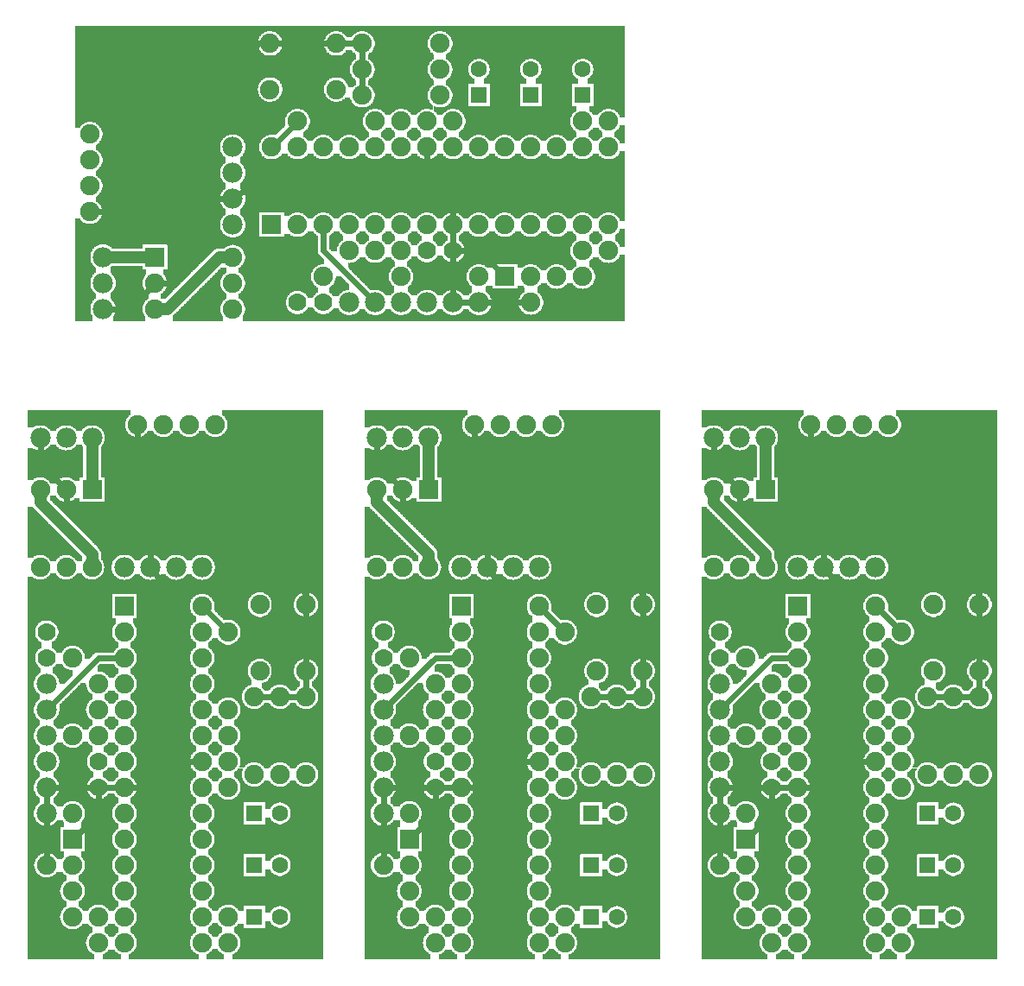
<source format=gbl>
G04 file manually fixed for GerberTools #86 / #143*
%MOIN*%
%OFA0B0*%
%FSLAX23Y23*%
%IPPOS*%
%LPD*%
%ADD10C,0.075*%
%ADD11C,0.078*%
%ADD12C,0.07*%
%ADD13C,0.075433*%
%ADD14C,0.062992*%
%ADD15R,0.075X0.075*%
%ADD16R,0.062992X0.062992*%
%ADD17C,0.024000000000000004*%
%ADD18C,0.048000000000000008*%
%ADD29C,0.075*%
%ADD30C,0.078*%
%ADD31C,0.07*%
%ADD32C,0.075433*%
%ADD33C,0.062992*%
%ADD34R,0.075X0.075*%
%ADD35R,0.062992X0.062992*%
%ADD36C,0.024000000000000004*%
%ADD37C,0.048000000000000008*%
%ADD38C,0.075*%
%ADD39C,0.078*%
%ADD40C,0.07*%
%ADD41C,0.075433*%
%ADD42C,0.062992*%
%ADD43R,0.075X0.075*%
%ADD44R,0.062992X0.062992*%
%ADD45C,0.024000000000000004*%
%ADD46C,0.048000000000000008*%
%ADD47C,0.075*%
%ADD48C,0.078*%
%ADD49C,0.07*%
%ADD50C,0.075433*%
%ADD51C,0.062992*%
%ADD52R,0.075X0.075*%
%ADD53R,0.062992X0.062992*%
%ADD54C,0.024000000000000004*%
%ADD55C,0.048000000000000008*%
G90*
G54D10*
X00039Y00039D02*
X00145Y01876D03*
X00257Y01000D03*
X00914Y02325D03*
G54D11*
X00452Y01768D03*
X00552Y01768D03*
X00652Y01768D03*
X00752Y01768D03*
G54D10*
X00252Y01418D03*
X00252Y01118D03*
G54D12*
X00352Y00918D03*
X00352Y01018D03*
X00152Y01518D03*
X00152Y01418D03*
G54D10*
X00452Y01618D03*
X00752Y01618D03*
X00452Y01518D03*
X00752Y01518D03*
X00452Y01418D03*
X00752Y01418D03*
X00452Y01317D03*
X00752Y01317D03*
X00452Y01218D03*
X00752Y01218D03*
X00452Y01118D03*
X00752Y01118D03*
X00452Y01018D03*
X00752Y01018D03*
X00452Y00918D03*
X00752Y00918D03*
X00452Y00818D03*
X00752Y00818D03*
X00452Y00718D03*
X00752Y00718D03*
X00452Y00618D03*
X00752Y00618D03*
X00452Y00518D03*
X00752Y00518D03*
X00452Y00418D03*
X00752Y00418D03*
X00452Y00318D03*
X00752Y00318D03*
X00252Y00818D03*
X00252Y00718D03*
X00252Y00618D03*
X00502Y02318D03*
X00602Y02318D03*
X00701Y02318D03*
X00802Y02318D03*
G54D11*
X00327Y02268D03*
X00227Y02268D03*
X00127Y02268D03*
G54D10*
X01052Y01268D03*
X01052Y00968D03*
X01152Y01268D03*
X01152Y00968D03*
X00974Y01368D03*
X00974Y01624D03*
X01152Y01368D03*
X01152Y01624D03*
X00327Y02068D03*
X00327Y01768D03*
X00227Y02068D03*
X00227Y01768D03*
X00127Y02068D03*
X00127Y01768D03*
X00952Y01268D03*
X00952Y00968D03*
G54D11*
X00152Y00818D03*
X00152Y00918D03*
X00152Y01018D03*
X00152Y01118D03*
X00152Y01218D03*
X00152Y01317D03*
G54D13*
X00852Y01218D03*
X00852Y00318D03*
X00152Y00618D03*
X00852Y01518D03*
X00852Y00418D03*
X00852Y01118D03*
X00852Y01018D03*
X00252Y00518D03*
X00252Y00418D03*
X00352Y01118D03*
X00352Y01218D03*
X00352Y00418D03*
X00352Y01317D03*
X00352Y00318D03*
X00852Y00918D03*
G54D14*
X00953Y00818D03*
X01052Y00818D03*
X00953Y00618D03*
X01052Y00618D03*
X00953Y00418D03*
X01052Y00418D03*
G54D15*
X00452Y01618D03*
X00252Y00718D03*
X00327Y02068D03*
G54D16*
X00953Y00818D03*
X00953Y00618D03*
X00953Y00418D03*
G54D17*
X00152Y00636D02*
X00152Y00799D01*
D02*
X00651Y01018D02*
X00651Y01642D01*
D02*
X00651Y01642D02*
X00563Y01753D01*
D02*
X00734Y01018D02*
X00651Y01018D01*
D02*
X00367Y00918D02*
X00434Y00918D01*
D02*
X01152Y01667D02*
X01152Y01641D01*
D02*
X00552Y01992D02*
X00802Y01992D01*
D02*
X00802Y01992D02*
X01152Y01667D01*
D02*
X00552Y01787D02*
X00552Y01992D01*
D02*
X00252Y01992D02*
X00552Y01992D01*
D02*
X00552Y01992D02*
X00552Y01787D01*
D02*
X00227Y02017D02*
X00252Y01992D01*
D02*
X00227Y02050D02*
X00227Y02017D01*
D02*
X00501Y02194D02*
X00502Y02300D01*
D02*
X00552Y02143D02*
X00501Y02194D01*
D02*
X00552Y01992D02*
X00552Y02143D01*
D02*
X00352Y00816D02*
X00264Y00730D01*
D02*
X00352Y00903D02*
X00352Y00816D01*
D02*
X01152Y01268D02*
X01152Y01350D01*
D02*
X01069Y01268D02*
X01152Y01268D01*
D02*
X01134Y01268D02*
X01069Y01268D01*
D02*
X01152Y01384D02*
X01152Y01606D01*
D02*
X00126Y02168D02*
X00214Y02080D01*
D02*
X00127Y02249D02*
X00126Y02168D01*
G54D18*
D02*
X00327Y02249D02*
X00327Y02085D01*
D02*
X00127Y02050D02*
X00127Y02019D01*
D02*
X00127Y02019D02*
X00327Y01818D01*
D02*
X00327Y01818D02*
X00327Y01785D01*
G54D17*
D02*
X00336Y00918D02*
X00171Y00918D01*
D02*
X00969Y01268D02*
X01034Y01268D01*
D02*
X00152Y00837D02*
X00152Y00899D01*
D02*
X00551Y00918D02*
X00469Y00918D01*
D02*
X00652Y01018D02*
X00551Y00918D01*
D02*
X00734Y01018D02*
X00652Y01018D01*
D02*
X00352Y01419D02*
X00434Y01418D01*
D02*
X00165Y01231D02*
X00352Y01419D01*
D02*
X00839Y01530D02*
X00764Y01605D01*
G36*
X00165Y02240D02*
X00165Y02236D01*
X00163Y02236D01*
X00163Y02234D01*
X00160Y02234D01*
X00160Y02232D01*
X00159Y02232D01*
X00159Y02230D01*
X00157Y02230D01*
X00157Y02228D01*
X00153Y02228D01*
X00153Y02226D01*
X00149Y02226D01*
X00149Y02224D01*
X00147Y02224D01*
X00147Y02222D01*
X00141Y02222D01*
X00141Y02220D01*
X00129Y02220D01*
X00129Y02218D01*
X00223Y02218D01*
X00223Y02220D01*
X00213Y02220D01*
X00213Y02222D01*
X00207Y02222D01*
X00207Y02224D01*
X00203Y02224D01*
X00203Y02226D01*
X00199Y02226D01*
X00199Y02228D01*
X00197Y02228D01*
X00197Y02230D01*
X00195Y02230D01*
X00195Y02232D01*
X00193Y02232D01*
X00193Y02234D01*
X00191Y02234D01*
X00191Y02236D01*
X00189Y02236D01*
X00189Y02238D01*
X00187Y02238D01*
X00187Y02240D01*
X00165Y02240D01*
G37*
D02*
G36*
X00265Y02240D02*
X00265Y02236D01*
X00263Y02236D01*
X00263Y02234D01*
X00261Y02234D01*
X00261Y02232D01*
X00259Y02232D01*
X00259Y02230D01*
X00257Y02230D01*
X00257Y02228D01*
X00253Y02228D01*
X00253Y02226D01*
X00249Y02226D01*
X00249Y02224D01*
X00247Y02224D01*
X00247Y02222D01*
X00241Y02222D01*
X00241Y02220D01*
X00229Y02220D01*
X00229Y02218D01*
X00293Y02218D01*
X00293Y02234D01*
X00291Y02234D01*
X00291Y02236D01*
X00289Y02236D01*
X00289Y02238D01*
X00287Y02238D01*
X00287Y02240D01*
X00265Y02240D01*
G37*
D02*
G36*
X00078Y02228D02*
X00078Y02218D01*
X00123Y02218D01*
X00123Y02220D01*
X00113Y02220D01*
X00113Y02222D01*
X00107Y02222D01*
X00107Y02224D01*
X00103Y02224D01*
X00103Y02226D01*
X00099Y02226D01*
X00099Y02228D01*
X00078Y02228D01*
G37*
D02*
G36*
X00078Y02218D02*
X00078Y02216D01*
X00293Y02216D01*
X00293Y02218D01*
X00078Y02218D01*
G37*
D02*
G36*
X00078Y02218D02*
X00078Y02216D01*
X00293Y02216D01*
X00293Y02218D01*
X00078Y02218D01*
G37*
D02*
G36*
X00078Y02218D02*
X00078Y02216D01*
X00293Y02216D01*
X00293Y02218D01*
X00078Y02218D01*
G37*
D02*
G36*
X00078Y02216D02*
X00078Y02116D01*
X00231Y02116D01*
X00231Y02114D01*
X00241Y02114D01*
X00241Y02112D01*
X00247Y02112D01*
X00247Y02110D01*
X00249Y02110D01*
X00249Y02108D01*
X00253Y02108D01*
X00253Y02106D01*
X00255Y02106D01*
X00255Y02104D01*
X00259Y02104D01*
X00259Y02102D01*
X00279Y02102D01*
X00279Y02116D01*
X00293Y02116D01*
X00293Y02216D01*
X00078Y02216D01*
G37*
D02*
G36*
X00078Y02116D02*
X00078Y02106D01*
X00101Y02106D01*
X00101Y02108D01*
X00103Y02108D01*
X00103Y02110D01*
X00107Y02110D01*
X00107Y02112D01*
X00113Y02112D01*
X00113Y02114D01*
X00121Y02114D01*
X00121Y02116D01*
X00078Y02116D01*
G37*
D02*
G36*
X00131Y02116D02*
X00131Y02114D01*
X00141Y02114D01*
X00141Y02112D01*
X00147Y02112D01*
X00147Y02110D01*
X00149Y02110D01*
X00149Y02108D01*
X00153Y02108D01*
X00153Y02106D01*
X00155Y02106D01*
X00155Y02104D01*
X00159Y02104D01*
X00159Y02102D01*
X00160Y02102D01*
X00160Y02100D01*
X00163Y02100D01*
X00163Y02096D01*
X00165Y02096D01*
X00165Y02094D01*
X00166Y02094D01*
X00166Y02092D01*
X00187Y02092D01*
X00187Y02096D01*
X00189Y02096D01*
X00189Y02098D01*
X00191Y02098D01*
X00191Y02100D01*
X00193Y02100D01*
X00193Y02102D01*
X00195Y02102D01*
X00195Y02104D01*
X00197Y02104D01*
X00197Y02106D01*
X00201Y02106D01*
X00201Y02108D01*
X00203Y02108D01*
X00203Y02110D01*
X00207Y02110D01*
X00207Y02112D01*
X00213Y02112D01*
X00213Y02114D01*
X00221Y02114D01*
X00221Y02116D01*
X00131Y02116D01*
G37*
D02*
G36*
X00078Y02000D02*
X00078Y01816D01*
X00231Y01816D01*
X00231Y01814D01*
X00241Y01814D01*
X00241Y01812D01*
X00247Y01812D01*
X00247Y01810D01*
X00249Y01810D01*
X00249Y01808D01*
X00253Y01808D01*
X00253Y01806D01*
X00255Y01806D01*
X00255Y01804D01*
X00259Y01804D01*
X00259Y01802D01*
X00261Y01802D01*
X00261Y01800D01*
X00263Y01800D01*
X00263Y01796D01*
X00265Y01796D01*
X00265Y01794D01*
X00267Y01794D01*
X00267Y01792D01*
X00287Y01792D01*
X00287Y01812D01*
X00285Y01812D01*
X00285Y01814D01*
X00283Y01814D01*
X00283Y01816D01*
X00281Y01816D01*
X00281Y01818D01*
X00279Y01818D01*
X00279Y01820D01*
X00277Y01820D01*
X00277Y01822D01*
X00275Y01822D01*
X00275Y01824D01*
X00273Y01824D01*
X00273Y01826D01*
X00271Y01826D01*
X00271Y01828D01*
X00269Y01828D01*
X00269Y01830D01*
X00267Y01830D01*
X00267Y01832D01*
X00265Y01832D01*
X00265Y01834D01*
X00263Y01834D01*
X00263Y01836D01*
X00261Y01836D01*
X00261Y01838D01*
X00259Y01838D01*
X00259Y01840D01*
X00257Y01840D01*
X00257Y01842D01*
X00255Y01842D01*
X00255Y01844D01*
X00253Y01844D01*
X00253Y01846D01*
X00251Y01846D01*
X00251Y01848D01*
X00249Y01848D01*
X00249Y01850D01*
X00247Y01850D01*
X00247Y01852D01*
X00245Y01852D01*
X00245Y01854D01*
X00243Y01854D01*
X00243Y01856D01*
X00241Y01856D01*
X00241Y01858D01*
X00239Y01858D01*
X00239Y01860D01*
X00237Y01860D01*
X00237Y01862D01*
X00235Y01862D01*
X00235Y01864D01*
X00233Y01864D01*
X00233Y01866D01*
X00231Y01866D01*
X00231Y01868D01*
X00229Y01868D01*
X00229Y01870D01*
X00227Y01870D01*
X00227Y01872D01*
X00225Y01872D01*
X00225Y01874D01*
X00223Y01874D01*
X00223Y01876D01*
X00221Y01876D01*
X00221Y01878D01*
X00219Y01878D01*
X00219Y01880D01*
X00217Y01880D01*
X00217Y01882D01*
X00215Y01882D01*
X00215Y01884D01*
X00213Y01884D01*
X00213Y01886D01*
X00211Y01886D01*
X00211Y01888D01*
X00209Y01888D01*
X00209Y01890D01*
X00207Y01890D01*
X00207Y01892D01*
X00204Y01892D01*
X00204Y01894D01*
X00203Y01894D01*
X00203Y01896D01*
X00201Y01896D01*
X00201Y01898D01*
X00199Y01898D01*
X00199Y01900D01*
X00197Y01900D01*
X00197Y01902D01*
X00195Y01902D01*
X00195Y01904D01*
X00193Y01904D01*
X00193Y01906D01*
X00191Y01906D01*
X00191Y01908D01*
X00189Y01908D01*
X00189Y01910D01*
X00187Y01910D01*
X00187Y01912D01*
X00185Y01912D01*
X00185Y01914D01*
X00182Y01914D01*
X00182Y01916D01*
X00181Y01916D01*
X00181Y01918D01*
X00179Y01918D01*
X00179Y01920D01*
X00176Y01920D01*
X00176Y01922D01*
X00175Y01922D01*
X00175Y01924D01*
X00173Y01924D01*
X00173Y01926D01*
X00171Y01926D01*
X00171Y01928D01*
X00169Y01928D01*
X00169Y01930D01*
X00166Y01930D01*
X00166Y01932D01*
X00165Y01932D01*
X00165Y01934D01*
X00163Y01934D01*
X00163Y01936D01*
X00160Y01936D01*
X00160Y01938D01*
X00159Y01938D01*
X00159Y01940D01*
X00157Y01940D01*
X00157Y01942D01*
X00155Y01942D01*
X00155Y01944D01*
X00153Y01944D01*
X00153Y01946D01*
X00151Y01946D01*
X00151Y01948D01*
X00149Y01948D01*
X00149Y01950D01*
X00147Y01950D01*
X00147Y01952D01*
X00145Y01952D01*
X00145Y01954D01*
X00143Y01954D01*
X00143Y01956D01*
X00141Y01956D01*
X00141Y01958D01*
X00139Y01958D01*
X00139Y01960D01*
X00137Y01960D01*
X00137Y01962D01*
X00135Y01962D01*
X00135Y01964D01*
X00133Y01964D01*
X00133Y01966D01*
X00131Y01966D01*
X00131Y01968D01*
X00129Y01968D01*
X00129Y01970D01*
X00127Y01970D01*
X00127Y01972D01*
X00125Y01972D01*
X00125Y01974D01*
X00123Y01974D01*
X00123Y01976D01*
X00121Y01976D01*
X00121Y01978D01*
X00119Y01978D01*
X00119Y01980D01*
X00117Y01980D01*
X00117Y01982D01*
X00115Y01982D01*
X00115Y01984D01*
X00113Y01984D01*
X00113Y01986D01*
X00111Y01986D01*
X00111Y01988D01*
X00109Y01988D01*
X00109Y01990D01*
X00107Y01990D01*
X00107Y01992D01*
X00105Y01992D01*
X00105Y01994D01*
X00103Y01994D01*
X00103Y01996D01*
X00101Y01996D01*
X00101Y01998D01*
X00099Y01998D01*
X00099Y02000D01*
X00078Y02000D01*
G37*
D02*
G36*
X00078Y01816D02*
X00078Y01806D01*
X00101Y01806D01*
X00101Y01808D01*
X00103Y01808D01*
X00103Y01810D01*
X00107Y01810D01*
X00107Y01812D01*
X00113Y01812D01*
X00113Y01814D01*
X00121Y01814D01*
X00121Y01816D01*
X00078Y01816D01*
G37*
D02*
G36*
X00131Y01816D02*
X00131Y01814D01*
X00141Y01814D01*
X00141Y01812D01*
X00147Y01812D01*
X00147Y01810D01*
X00149Y01810D01*
X00149Y01808D01*
X00153Y01808D01*
X00153Y01806D01*
X00155Y01806D01*
X00155Y01804D01*
X00159Y01804D01*
X00159Y01802D01*
X00160Y01802D01*
X00160Y01800D01*
X00163Y01800D01*
X00163Y01796D01*
X00165Y01796D01*
X00165Y01794D01*
X00166Y01794D01*
X00166Y01792D01*
X00187Y01792D01*
X00187Y01796D01*
X00189Y01796D01*
X00189Y01798D01*
X00191Y01798D01*
X00191Y01800D01*
X00193Y01800D01*
X00193Y01802D01*
X00195Y01802D01*
X00195Y01804D01*
X00197Y01804D01*
X00197Y01806D01*
X00201Y01806D01*
X00201Y01808D01*
X00203Y01808D01*
X00203Y01810D01*
X00207Y01810D01*
X00207Y01812D01*
X00213Y01812D01*
X00213Y01814D01*
X00221Y01814D01*
X00221Y01816D01*
X00131Y01816D01*
G37*
D02*
G36*
X00191Y01396D02*
X00191Y01394D01*
X00189Y01394D01*
X00189Y01391D01*
X00187Y01391D01*
X00187Y01390D01*
X00185Y01390D01*
X00185Y01385D01*
X00182Y01385D01*
X00182Y01384D01*
X00179Y01384D01*
X00179Y01382D01*
X00176Y01382D01*
X00176Y01379D01*
X00175Y01379D01*
X00175Y01360D01*
X00176Y01360D01*
X00176Y01358D01*
X00181Y01358D01*
X00181Y01356D01*
X00182Y01356D01*
X00182Y01354D01*
X00185Y01354D01*
X00185Y01352D01*
X00187Y01352D01*
X00187Y01350D01*
X00189Y01350D01*
X00189Y01347D01*
X00191Y01347D01*
X00191Y01346D01*
X00193Y01346D01*
X00193Y01341D01*
X00195Y01341D01*
X00195Y01338D01*
X00197Y01338D01*
X00197Y01332D01*
X00199Y01332D01*
X00199Y01323D01*
X00201Y01323D01*
X00201Y01317D01*
X00221Y01317D01*
X00221Y01320D01*
X00223Y01320D01*
X00223Y01322D01*
X00225Y01322D01*
X00225Y01323D01*
X00227Y01323D01*
X00227Y01326D01*
X00229Y01326D01*
X00229Y01328D01*
X00231Y01328D01*
X00231Y01329D01*
X00233Y01329D01*
X00233Y01332D01*
X00235Y01332D01*
X00235Y01334D01*
X00237Y01334D01*
X00237Y01335D01*
X00239Y01335D01*
X00239Y01338D01*
X00241Y01338D01*
X00241Y01340D01*
X00243Y01340D01*
X00243Y01341D01*
X00245Y01341D01*
X00245Y01344D01*
X00247Y01344D01*
X00247Y01346D01*
X00249Y01346D01*
X00249Y01347D01*
X00251Y01347D01*
X00251Y01350D01*
X00253Y01350D01*
X00253Y01370D01*
X00245Y01370D01*
X00245Y01372D01*
X00237Y01372D01*
X00237Y01374D01*
X00231Y01374D01*
X00231Y01376D01*
X00227Y01376D01*
X00227Y01378D01*
X00225Y01378D01*
X00225Y01379D01*
X00221Y01379D01*
X00221Y01382D01*
X00219Y01382D01*
X00219Y01384D01*
X00217Y01384D01*
X00217Y01385D01*
X00215Y01385D01*
X00215Y01390D01*
X00213Y01390D01*
X00213Y01391D01*
X00211Y01391D01*
X00211Y01396D01*
X00191Y01396D01*
G37*
D02*
G36*
X00359Y01396D02*
X00359Y01394D01*
X00356Y01394D01*
X00356Y01391D01*
X00355Y01391D01*
X00355Y01390D01*
X00353Y01390D01*
X00353Y01388D01*
X00350Y01388D01*
X00350Y01385D01*
X00349Y01385D01*
X00349Y01366D01*
X00356Y01366D01*
X00356Y01364D01*
X00367Y01364D01*
X00367Y01362D01*
X00371Y01362D01*
X00371Y01360D01*
X00374Y01360D01*
X00374Y01358D01*
X00379Y01358D01*
X00379Y01356D01*
X00381Y01356D01*
X00381Y01354D01*
X00383Y01354D01*
X00383Y01352D01*
X00385Y01352D01*
X00385Y01350D01*
X00387Y01350D01*
X00387Y01347D01*
X00389Y01347D01*
X00389Y01346D01*
X00391Y01346D01*
X00391Y01341D01*
X00411Y01341D01*
X00411Y01344D01*
X00413Y01344D01*
X00413Y01346D01*
X00415Y01346D01*
X00415Y01347D01*
X00417Y01347D01*
X00417Y01352D01*
X00419Y01352D01*
X00419Y01354D01*
X00423Y01354D01*
X00423Y01356D01*
X00425Y01356D01*
X00425Y01358D01*
X00427Y01358D01*
X00427Y01378D01*
X00425Y01378D01*
X00425Y01379D01*
X00421Y01379D01*
X00421Y01382D01*
X00419Y01382D01*
X00419Y01384D01*
X00417Y01384D01*
X00417Y01385D01*
X00415Y01385D01*
X00415Y01390D01*
X00413Y01390D01*
X00413Y01391D01*
X00411Y01391D01*
X00411Y01396D01*
X00359Y01396D01*
G37*
D02*
G36*
X00285Y01322D02*
X00285Y01320D01*
X00283Y01320D01*
X00283Y01317D01*
X00281Y01317D01*
X00281Y01316D01*
X00279Y01316D01*
X00279Y01314D01*
X00277Y01314D01*
X00277Y01311D01*
X00275Y01311D01*
X00275Y01310D01*
X00273Y01310D01*
X00273Y01308D01*
X00271Y01308D01*
X00271Y01305D01*
X00269Y01305D01*
X00269Y01304D01*
X00267Y01304D01*
X00267Y01302D01*
X00265Y01302D01*
X00265Y01299D01*
X00263Y01299D01*
X00263Y01298D01*
X00261Y01298D01*
X00261Y01296D01*
X00259Y01296D01*
X00259Y01293D01*
X00257Y01293D01*
X00257Y01292D01*
X00255Y01292D01*
X00255Y01290D01*
X00253Y01290D01*
X00253Y01287D01*
X00251Y01287D01*
X00251Y01286D01*
X00249Y01286D01*
X00249Y01284D01*
X00247Y01284D01*
X00247Y01281D01*
X00245Y01281D01*
X00245Y01280D01*
X00243Y01280D01*
X00243Y01278D01*
X00241Y01278D01*
X00241Y01275D01*
X00239Y01275D01*
X00239Y01274D01*
X00237Y01274D01*
X00237Y01272D01*
X00235Y01272D01*
X00235Y01269D01*
X00233Y01269D01*
X00233Y01268D01*
X00231Y01268D01*
X00231Y01266D01*
X00229Y01266D01*
X00229Y01263D01*
X00227Y01263D01*
X00227Y01262D01*
X00225Y01262D01*
X00225Y01260D01*
X00223Y01260D01*
X00223Y01258D01*
X00221Y01258D01*
X00221Y01256D01*
X00219Y01256D01*
X00219Y01254D01*
X00217Y01254D01*
X00217Y01252D01*
X00215Y01252D01*
X00215Y01250D01*
X00213Y01250D01*
X00213Y01248D01*
X00211Y01248D01*
X00211Y01246D01*
X00209Y01246D01*
X00209Y01244D01*
X00207Y01244D01*
X00207Y01242D01*
X00204Y01242D01*
X00204Y01240D01*
X00203Y01240D01*
X00203Y01238D01*
X00201Y01238D01*
X00201Y01212D01*
X00199Y01212D01*
X00199Y01202D01*
X00197Y01202D01*
X00197Y01198D01*
X00195Y01198D01*
X00195Y01194D01*
X00193Y01194D01*
X00193Y01190D01*
X00191Y01190D01*
X00191Y01188D01*
X00189Y01188D01*
X00189Y01186D01*
X00187Y01186D01*
X00187Y01184D01*
X00185Y01184D01*
X00185Y01182D01*
X00182Y01182D01*
X00182Y01180D01*
X00181Y01180D01*
X00181Y01178D01*
X00179Y01178D01*
X00179Y01166D01*
X00257Y01166D01*
X00257Y01164D01*
X00265Y01164D01*
X00265Y01162D01*
X00271Y01162D01*
X00271Y01160D01*
X00275Y01160D01*
X00275Y01158D01*
X00279Y01158D01*
X00279Y01156D01*
X00281Y01156D01*
X00281Y01154D01*
X00283Y01154D01*
X00283Y01152D01*
X00285Y01152D01*
X00285Y01150D01*
X00287Y01150D01*
X00287Y01148D01*
X00289Y01148D01*
X00289Y01146D01*
X00291Y01146D01*
X00291Y01142D01*
X00311Y01142D01*
X00311Y01144D01*
X00313Y01144D01*
X00313Y01146D01*
X00315Y01146D01*
X00315Y01150D01*
X00317Y01150D01*
X00317Y01152D01*
X00318Y01152D01*
X00318Y01154D01*
X00323Y01154D01*
X00323Y01156D01*
X00324Y01156D01*
X00324Y01158D01*
X00327Y01158D01*
X00327Y01178D01*
X00324Y01178D01*
X00324Y01180D01*
X00321Y01180D01*
X00321Y01182D01*
X00318Y01182D01*
X00318Y01184D01*
X00317Y01184D01*
X00317Y01186D01*
X00315Y01186D01*
X00315Y01188D01*
X00313Y01188D01*
X00313Y01192D01*
X00311Y01192D01*
X00311Y01194D01*
X00309Y01194D01*
X00309Y01198D01*
X00307Y01198D01*
X00307Y01204D01*
X00305Y01204D01*
X00305Y01216D01*
X00303Y01216D01*
X00303Y01220D01*
X00305Y01220D01*
X00305Y01230D01*
X00307Y01230D01*
X00307Y01238D01*
X00309Y01238D01*
X00309Y01240D01*
X00311Y01240D01*
X00311Y01244D01*
X00313Y01244D01*
X00313Y01246D01*
X00315Y01246D01*
X00315Y01250D01*
X00317Y01250D01*
X00317Y01252D01*
X00318Y01252D01*
X00318Y01254D01*
X00323Y01254D01*
X00323Y01256D01*
X00324Y01256D01*
X00324Y01258D01*
X00327Y01258D01*
X00327Y01278D01*
X00324Y01278D01*
X00324Y01280D01*
X00321Y01280D01*
X00321Y01281D01*
X00318Y01281D01*
X00318Y01284D01*
X00317Y01284D01*
X00317Y01286D01*
X00315Y01286D01*
X00315Y01287D01*
X00313Y01287D01*
X00313Y01292D01*
X00311Y01292D01*
X00311Y01293D01*
X00309Y01293D01*
X00309Y01298D01*
X00307Y01298D01*
X00307Y01304D01*
X00305Y01304D01*
X00305Y01316D01*
X00303Y01316D01*
X00303Y01320D01*
X00305Y01320D01*
X00305Y01322D01*
X00285Y01322D01*
G37*
D02*
G36*
X00179Y01166D02*
X00179Y01158D01*
X00181Y01158D01*
X00181Y01156D01*
X00182Y01156D01*
X00182Y01154D01*
X00185Y01154D01*
X00185Y01152D01*
X00187Y01152D01*
X00187Y01150D01*
X00189Y01150D01*
X00189Y01148D01*
X00191Y01148D01*
X00191Y01146D01*
X00193Y01146D01*
X00193Y01144D01*
X00213Y01144D01*
X00213Y01146D01*
X00215Y01146D01*
X00215Y01148D01*
X00217Y01148D01*
X00217Y01152D01*
X00219Y01152D01*
X00219Y01154D01*
X00223Y01154D01*
X00223Y01156D01*
X00225Y01156D01*
X00225Y01158D01*
X00229Y01158D01*
X00229Y01160D01*
X00233Y01160D01*
X00233Y01162D01*
X00237Y01162D01*
X00237Y01164D01*
X00247Y01164D01*
X00247Y01166D01*
X00179Y01166D01*
G37*
D02*
G36*
X00391Y01292D02*
X00391Y01290D01*
X00389Y01290D01*
X00389Y01287D01*
X00387Y01287D01*
X00387Y01284D01*
X00385Y01284D01*
X00385Y01281D01*
X00381Y01281D01*
X00381Y01280D01*
X00379Y01280D01*
X00379Y01278D01*
X00374Y01278D01*
X00374Y01258D01*
X00379Y01258D01*
X00379Y01256D01*
X00381Y01256D01*
X00381Y01254D01*
X00383Y01254D01*
X00383Y01252D01*
X00385Y01252D01*
X00385Y01250D01*
X00387Y01250D01*
X00387Y01248D01*
X00389Y01248D01*
X00389Y01246D01*
X00391Y01246D01*
X00391Y01242D01*
X00411Y01242D01*
X00411Y01244D01*
X00413Y01244D01*
X00413Y01246D01*
X00415Y01246D01*
X00415Y01248D01*
X00417Y01248D01*
X00417Y01252D01*
X00419Y01252D01*
X00419Y01254D01*
X00423Y01254D01*
X00423Y01256D01*
X00425Y01256D01*
X00425Y01258D01*
X00427Y01258D01*
X00427Y01278D01*
X00425Y01278D01*
X00425Y01280D01*
X00421Y01280D01*
X00421Y01281D01*
X00419Y01281D01*
X00419Y01284D01*
X00417Y01284D01*
X00417Y01286D01*
X00415Y01286D01*
X00415Y01290D01*
X00413Y01290D01*
X00413Y01292D01*
X00391Y01292D01*
G37*
D02*
G36*
X00791Y01194D02*
X00791Y01190D01*
X00789Y01190D01*
X00789Y01188D01*
X00787Y01188D01*
X00787Y01186D01*
X00785Y01186D01*
X00785Y01184D01*
X00783Y01184D01*
X00783Y01182D01*
X00781Y01182D01*
X00781Y01180D01*
X00779Y01180D01*
X00779Y01178D01*
X00775Y01178D01*
X00775Y01158D01*
X00779Y01158D01*
X00779Y01156D01*
X00781Y01156D01*
X00781Y01154D01*
X00783Y01154D01*
X00783Y01152D01*
X00785Y01152D01*
X00785Y01150D01*
X00787Y01150D01*
X00787Y01148D01*
X00789Y01148D01*
X00789Y01146D01*
X00791Y01146D01*
X00791Y01142D01*
X00811Y01142D01*
X00811Y01144D01*
X00813Y01144D01*
X00813Y01146D01*
X00815Y01146D01*
X00815Y01150D01*
X00816Y01150D01*
X00816Y01152D01*
X00819Y01152D01*
X00819Y01154D01*
X00822Y01154D01*
X00822Y01156D01*
X00825Y01156D01*
X00825Y01158D01*
X00827Y01158D01*
X00827Y01178D01*
X00825Y01178D01*
X00825Y01180D01*
X00821Y01180D01*
X00821Y01182D01*
X00819Y01182D01*
X00819Y01184D01*
X00816Y01184D01*
X00816Y01186D01*
X00815Y01186D01*
X00815Y01188D01*
X00813Y01188D01*
X00813Y01192D01*
X00811Y01192D01*
X00811Y01194D01*
X00791Y01194D01*
G37*
D02*
G36*
X00391Y01192D02*
X00391Y01190D01*
X00389Y01190D01*
X00389Y01188D01*
X00387Y01188D01*
X00387Y01184D01*
X00385Y01184D01*
X00385Y01182D01*
X00381Y01182D01*
X00381Y01180D01*
X00379Y01180D01*
X00379Y01178D01*
X00374Y01178D01*
X00374Y01158D01*
X00379Y01158D01*
X00379Y01156D01*
X00381Y01156D01*
X00381Y01154D01*
X00383Y01154D01*
X00383Y01152D01*
X00385Y01152D01*
X00385Y01150D01*
X00387Y01150D01*
X00387Y01148D01*
X00389Y01148D01*
X00389Y01146D01*
X00391Y01146D01*
X00391Y01142D01*
X00411Y01142D01*
X00411Y01144D01*
X00413Y01144D01*
X00413Y01146D01*
X00415Y01146D01*
X00415Y01148D01*
X00417Y01148D01*
X00417Y01152D01*
X00419Y01152D01*
X00419Y01154D01*
X00423Y01154D01*
X00423Y01156D01*
X00425Y01156D01*
X00425Y01158D01*
X00427Y01158D01*
X00427Y01178D01*
X00425Y01178D01*
X00425Y01180D01*
X00421Y01180D01*
X00421Y01182D01*
X00419Y01182D01*
X00419Y01184D01*
X00417Y01184D01*
X00417Y01186D01*
X00415Y01186D01*
X00415Y01190D01*
X00413Y01190D01*
X00413Y01192D01*
X00391Y01192D01*
G37*
D02*
G36*
X00791Y01094D02*
X00791Y01090D01*
X00789Y01090D01*
X00789Y01088D01*
X00787Y01088D01*
X00787Y01086D01*
X00785Y01086D01*
X00785Y01084D01*
X00783Y01084D01*
X00783Y01082D01*
X00781Y01082D01*
X00781Y01080D01*
X00779Y01080D01*
X00779Y01078D01*
X00775Y01078D01*
X00775Y01058D01*
X00779Y01058D01*
X00779Y01056D01*
X00781Y01056D01*
X00781Y01054D01*
X00783Y01054D01*
X00783Y01052D01*
X00785Y01052D01*
X00785Y01050D01*
X00787Y01050D01*
X00787Y01048D01*
X00789Y01048D01*
X00789Y01046D01*
X00791Y01046D01*
X00791Y01042D01*
X00811Y01042D01*
X00811Y01044D01*
X00813Y01044D01*
X00813Y01046D01*
X00815Y01046D01*
X00815Y01050D01*
X00816Y01050D01*
X00816Y01052D01*
X00819Y01052D01*
X00819Y01054D01*
X00822Y01054D01*
X00822Y01056D01*
X00825Y01056D01*
X00825Y01058D01*
X00827Y01058D01*
X00827Y01078D01*
X00825Y01078D01*
X00825Y01080D01*
X00821Y01080D01*
X00821Y01082D01*
X00819Y01082D01*
X00819Y01084D01*
X00816Y01084D01*
X00816Y01086D01*
X00815Y01086D01*
X00815Y01088D01*
X00813Y01088D01*
X00813Y01092D01*
X00811Y01092D01*
X00811Y01094D01*
X00791Y01094D01*
G37*
D02*
G36*
X00291Y01094D02*
X00291Y01090D01*
X00289Y01090D01*
X00289Y01088D01*
X00287Y01088D01*
X00287Y01086D01*
X00285Y01086D01*
X00285Y01084D01*
X00283Y01084D01*
X00283Y01082D01*
X00281Y01082D01*
X00281Y01080D01*
X00279Y01080D01*
X00279Y01078D01*
X00275Y01078D01*
X00275Y01076D01*
X00271Y01076D01*
X00271Y01074D01*
X00267Y01074D01*
X00267Y01072D01*
X00259Y01072D01*
X00259Y01070D01*
X00329Y01070D01*
X00329Y01076D01*
X00327Y01076D01*
X00327Y01078D01*
X00324Y01078D01*
X00324Y01080D01*
X00321Y01080D01*
X00321Y01082D01*
X00318Y01082D01*
X00318Y01084D01*
X00317Y01084D01*
X00317Y01086D01*
X00315Y01086D01*
X00315Y01088D01*
X00313Y01088D01*
X00313Y01092D01*
X00311Y01092D01*
X00311Y01094D01*
X00291Y01094D01*
G37*
D02*
G36*
X00193Y01092D02*
X00193Y01090D01*
X00191Y01090D01*
X00191Y01088D01*
X00189Y01088D01*
X00189Y01086D01*
X00187Y01086D01*
X00187Y01084D01*
X00185Y01084D01*
X00185Y01082D01*
X00182Y01082D01*
X00182Y01080D01*
X00181Y01080D01*
X00181Y01078D01*
X00179Y01078D01*
X00179Y01070D01*
X00245Y01070D01*
X00245Y01072D01*
X00237Y01072D01*
X00237Y01074D01*
X00231Y01074D01*
X00231Y01076D01*
X00227Y01076D01*
X00227Y01078D01*
X00225Y01078D01*
X00225Y01080D01*
X00221Y01080D01*
X00221Y01082D01*
X00219Y01082D01*
X00219Y01084D01*
X00217Y01084D01*
X00217Y01086D01*
X00215Y01086D01*
X00215Y01090D01*
X00213Y01090D01*
X00213Y01092D01*
X00193Y01092D01*
G37*
D02*
G36*
X00179Y01070D02*
X00179Y01068D01*
X00329Y01068D01*
X00329Y01070D01*
X00179Y01070D01*
G37*
D02*
G36*
X00179Y01070D02*
X00179Y01068D01*
X00329Y01068D01*
X00329Y01070D01*
X00179Y01070D01*
G37*
D02*
G36*
X00179Y01068D02*
X00179Y01058D01*
X00181Y01058D01*
X00181Y01056D01*
X00182Y01056D01*
X00182Y01054D01*
X00185Y01054D01*
X00185Y01052D01*
X00187Y01052D01*
X00187Y01050D01*
X00189Y01050D01*
X00189Y01048D01*
X00191Y01048D01*
X00191Y01046D01*
X00193Y01046D01*
X00193Y01042D01*
X00195Y01042D01*
X00195Y01038D01*
X00197Y01038D01*
X00197Y01032D01*
X00199Y01032D01*
X00199Y01024D01*
X00201Y01024D01*
X00201Y01012D01*
X00199Y01012D01*
X00199Y01002D01*
X00197Y01002D01*
X00197Y00998D01*
X00195Y00998D01*
X00195Y00994D01*
X00193Y00994D01*
X00193Y00990D01*
X00191Y00990D01*
X00191Y00988D01*
X00189Y00988D01*
X00189Y00986D01*
X00187Y00986D01*
X00187Y00984D01*
X00185Y00984D01*
X00185Y00982D01*
X00182Y00982D01*
X00182Y00980D01*
X00181Y00980D01*
X00181Y00978D01*
X00179Y00978D01*
X00179Y00958D01*
X00181Y00958D01*
X00181Y00956D01*
X00182Y00956D01*
X00182Y00954D01*
X00185Y00954D01*
X00185Y00952D01*
X00187Y00952D01*
X00187Y00950D01*
X00189Y00950D01*
X00189Y00948D01*
X00191Y00948D01*
X00191Y00946D01*
X00193Y00946D01*
X00193Y00942D01*
X00195Y00942D01*
X00195Y00938D01*
X00197Y00938D01*
X00197Y00932D01*
X00199Y00932D01*
X00199Y00924D01*
X00201Y00924D01*
X00201Y00912D01*
X00199Y00912D01*
X00199Y00902D01*
X00197Y00902D01*
X00197Y00898D01*
X00195Y00898D01*
X00195Y00894D01*
X00193Y00894D01*
X00193Y00890D01*
X00191Y00890D01*
X00191Y00888D01*
X00189Y00888D01*
X00189Y00886D01*
X00187Y00886D01*
X00187Y00884D01*
X00185Y00884D01*
X00185Y00882D01*
X00182Y00882D01*
X00182Y00880D01*
X00181Y00880D01*
X00181Y00878D01*
X00179Y00878D01*
X00179Y00872D01*
X00349Y00872D01*
X00349Y00874D01*
X00339Y00874D01*
X00339Y00876D01*
X00333Y00876D01*
X00333Y00878D01*
X00329Y00878D01*
X00329Y00880D01*
X00324Y00880D01*
X00324Y00882D01*
X00323Y00882D01*
X00323Y00884D01*
X00321Y00884D01*
X00321Y00886D01*
X00318Y00886D01*
X00318Y00888D01*
X00317Y00888D01*
X00317Y00890D01*
X00315Y00890D01*
X00315Y00894D01*
X00313Y00894D01*
X00313Y00896D01*
X00311Y00896D01*
X00311Y00900D01*
X00309Y00900D01*
X00309Y00908D01*
X00307Y00908D01*
X00307Y00928D01*
X00309Y00928D01*
X00309Y00934D01*
X00311Y00934D01*
X00311Y00938D01*
X00313Y00938D01*
X00313Y00942D01*
X00315Y00942D01*
X00315Y00944D01*
X00317Y00944D01*
X00317Y00948D01*
X00318Y00948D01*
X00318Y00950D01*
X00321Y00950D01*
X00321Y00952D01*
X00323Y00952D01*
X00323Y00954D01*
X00327Y00954D01*
X00327Y00956D01*
X00329Y00956D01*
X00329Y00958D01*
X00333Y00958D01*
X00333Y00978D01*
X00329Y00978D01*
X00329Y00980D01*
X00327Y00980D01*
X00327Y00982D01*
X00323Y00982D01*
X00323Y00984D01*
X00321Y00984D01*
X00321Y00986D01*
X00318Y00986D01*
X00318Y00988D01*
X00317Y00988D01*
X00317Y00990D01*
X00315Y00990D01*
X00315Y00994D01*
X00313Y00994D01*
X00313Y00998D01*
X00311Y00998D01*
X00311Y01000D01*
X00309Y01000D01*
X00309Y01008D01*
X00307Y01008D01*
X00307Y01028D01*
X00309Y01028D01*
X00309Y01036D01*
X00311Y01036D01*
X00311Y01038D01*
X00313Y01038D01*
X00313Y01042D01*
X00315Y01042D01*
X00315Y01046D01*
X00317Y01046D01*
X00317Y01048D01*
X00318Y01048D01*
X00318Y01050D01*
X00321Y01050D01*
X00321Y01052D01*
X00323Y01052D01*
X00323Y01054D01*
X00327Y01054D01*
X00327Y01056D01*
X00329Y01056D01*
X00329Y01068D01*
X00179Y01068D01*
G37*
D02*
G36*
X00391Y00896D02*
X00391Y00894D01*
X00389Y00894D01*
X00389Y00892D01*
X00387Y00892D01*
X00387Y00890D01*
X00385Y00890D01*
X00385Y00886D01*
X00383Y00886D01*
X00383Y00884D01*
X00379Y00884D01*
X00379Y00882D01*
X00377Y00882D01*
X00377Y00880D01*
X00373Y00880D01*
X00373Y00878D01*
X00371Y00878D01*
X00371Y00876D01*
X00365Y00876D01*
X00365Y00874D01*
X00355Y00874D01*
X00355Y00872D01*
X00427Y00872D01*
X00427Y00878D01*
X00425Y00878D01*
X00425Y00880D01*
X00421Y00880D01*
X00421Y00882D01*
X00419Y00882D01*
X00419Y00884D01*
X00417Y00884D01*
X00417Y00886D01*
X00415Y00886D01*
X00415Y00890D01*
X00413Y00890D01*
X00413Y00892D01*
X00411Y00892D01*
X00411Y00896D01*
X00391Y00896D01*
G37*
D02*
G36*
X00179Y00872D02*
X00179Y00870D01*
X00427Y00870D01*
X00427Y00872D01*
X00179Y00872D01*
G37*
D02*
G36*
X00179Y00872D02*
X00179Y00870D01*
X00427Y00870D01*
X00427Y00872D01*
X00179Y00872D01*
G37*
D02*
G36*
X00179Y00870D02*
X00179Y00866D01*
X00257Y00866D01*
X00257Y00864D01*
X00265Y00864D01*
X00265Y00862D01*
X00271Y00862D01*
X00271Y00860D01*
X00275Y00860D01*
X00275Y00858D01*
X00279Y00858D01*
X00279Y00856D01*
X00281Y00856D01*
X00281Y00854D01*
X00283Y00854D01*
X00283Y00852D01*
X00285Y00852D01*
X00285Y00850D01*
X00287Y00850D01*
X00287Y00848D01*
X00289Y00848D01*
X00289Y00846D01*
X00291Y00846D01*
X00291Y00842D01*
X00293Y00842D01*
X00293Y00838D01*
X00295Y00838D01*
X00295Y00834D01*
X00297Y00834D01*
X00297Y00828D01*
X00299Y00828D01*
X00299Y00808D01*
X00297Y00808D01*
X00297Y00802D01*
X00295Y00802D01*
X00295Y00796D01*
X00293Y00796D01*
X00293Y00794D01*
X00291Y00794D01*
X00291Y00790D01*
X00289Y00790D01*
X00289Y00788D01*
X00287Y00788D01*
X00287Y00786D01*
X00285Y00786D01*
X00285Y00766D01*
X00299Y00766D01*
X00299Y00670D01*
X00285Y00670D01*
X00285Y00649D01*
X00287Y00649D01*
X00287Y00648D01*
X00289Y00648D01*
X00289Y00646D01*
X00291Y00646D01*
X00291Y00642D01*
X00293Y00642D01*
X00293Y00637D01*
X00295Y00637D01*
X00295Y00634D01*
X00297Y00634D01*
X00297Y00628D01*
X00299Y00628D01*
X00299Y00608D01*
X00297Y00608D01*
X00297Y00602D01*
X00295Y00602D01*
X00295Y00596D01*
X00293Y00596D01*
X00293Y00594D01*
X00291Y00594D01*
X00291Y00590D01*
X00289Y00590D01*
X00289Y00588D01*
X00287Y00588D01*
X00287Y00586D01*
X00285Y00586D01*
X00285Y00584D01*
X00283Y00584D01*
X00283Y00582D01*
X00281Y00582D01*
X00281Y00580D01*
X00279Y00580D01*
X00279Y00578D01*
X00275Y00578D01*
X00275Y00558D01*
X00279Y00558D01*
X00279Y00556D01*
X00281Y00556D01*
X00281Y00554D01*
X00283Y00554D01*
X00283Y00552D01*
X00285Y00552D01*
X00285Y00550D01*
X00287Y00550D01*
X00287Y00548D01*
X00289Y00548D01*
X00289Y00546D01*
X00291Y00546D01*
X00291Y00542D01*
X00293Y00542D01*
X00293Y00540D01*
X00295Y00540D01*
X00295Y00534D01*
X00297Y00534D01*
X00297Y00528D01*
X00299Y00528D01*
X00299Y00508D01*
X00297Y00508D01*
X00297Y00500D01*
X00295Y00500D01*
X00295Y00496D01*
X00293Y00496D01*
X00293Y00492D01*
X00291Y00492D01*
X00291Y00490D01*
X00289Y00490D01*
X00289Y00488D01*
X00287Y00488D01*
X00287Y00484D01*
X00285Y00484D01*
X00285Y00482D01*
X00281Y00482D01*
X00281Y00480D01*
X00279Y00480D01*
X00279Y00478D01*
X00275Y00478D01*
X00275Y00466D01*
X00356Y00466D01*
X00356Y00464D01*
X00367Y00464D01*
X00367Y00462D01*
X00371Y00462D01*
X00371Y00460D01*
X00374Y00460D01*
X00374Y00458D01*
X00379Y00458D01*
X00379Y00456D01*
X00381Y00456D01*
X00381Y00454D01*
X00383Y00454D01*
X00383Y00452D01*
X00385Y00452D01*
X00385Y00450D01*
X00387Y00450D01*
X00387Y00448D01*
X00389Y00448D01*
X00389Y00446D01*
X00391Y00446D01*
X00391Y00442D01*
X00411Y00442D01*
X00411Y00444D01*
X00413Y00444D01*
X00413Y00446D01*
X00415Y00446D01*
X00415Y00448D01*
X00417Y00448D01*
X00417Y00452D01*
X00419Y00452D01*
X00419Y00454D01*
X00423Y00454D01*
X00423Y00456D01*
X00425Y00456D01*
X00425Y00458D01*
X00427Y00458D01*
X00427Y00478D01*
X00425Y00478D01*
X00425Y00480D01*
X00421Y00480D01*
X00421Y00482D01*
X00419Y00482D01*
X00419Y00484D01*
X00417Y00484D01*
X00417Y00486D01*
X00415Y00486D01*
X00415Y00490D01*
X00413Y00490D01*
X00413Y00492D01*
X00411Y00492D01*
X00411Y00496D01*
X00409Y00496D01*
X00409Y00500D01*
X00406Y00500D01*
X00406Y00506D01*
X00405Y00506D01*
X00405Y00530D01*
X00406Y00530D01*
X00406Y00536D01*
X00409Y00536D01*
X00409Y00540D01*
X00411Y00540D01*
X00411Y00544D01*
X00413Y00544D01*
X00413Y00546D01*
X00415Y00546D01*
X00415Y00548D01*
X00417Y00548D01*
X00417Y00552D01*
X00419Y00552D01*
X00419Y00554D01*
X00423Y00554D01*
X00423Y00556D01*
X00425Y00556D01*
X00425Y00558D01*
X00427Y00558D01*
X00427Y00578D01*
X00425Y00578D01*
X00425Y00580D01*
X00421Y00580D01*
X00421Y00582D01*
X00419Y00582D01*
X00419Y00584D01*
X00417Y00584D01*
X00417Y00586D01*
X00415Y00586D01*
X00415Y00590D01*
X00413Y00590D01*
X00413Y00592D01*
X00411Y00592D01*
X00411Y00596D01*
X00409Y00596D01*
X00409Y00600D01*
X00406Y00600D01*
X00406Y00606D01*
X00405Y00606D01*
X00405Y00630D01*
X00406Y00630D01*
X00406Y00636D01*
X00409Y00636D01*
X00409Y00640D01*
X00411Y00640D01*
X00411Y00643D01*
X00413Y00643D01*
X00413Y00646D01*
X00415Y00646D01*
X00415Y00648D01*
X00417Y00648D01*
X00417Y00652D01*
X00419Y00652D01*
X00419Y00654D01*
X00423Y00654D01*
X00423Y00655D01*
X00425Y00655D01*
X00425Y00658D01*
X00427Y00658D01*
X00427Y00678D01*
X00425Y00678D01*
X00425Y00680D01*
X00421Y00680D01*
X00421Y00682D01*
X00419Y00682D01*
X00419Y00684D01*
X00417Y00684D01*
X00417Y00686D01*
X00415Y00686D01*
X00415Y00689D01*
X00413Y00689D01*
X00413Y00692D01*
X00411Y00692D01*
X00411Y00695D01*
X00409Y00695D01*
X00409Y00700D01*
X00406Y00700D01*
X00406Y00706D01*
X00405Y00706D01*
X00405Y00730D01*
X00406Y00730D01*
X00406Y00736D01*
X00409Y00736D01*
X00409Y00740D01*
X00411Y00740D01*
X00411Y00743D01*
X00413Y00743D01*
X00413Y00746D01*
X00415Y00746D01*
X00415Y00748D01*
X00417Y00748D01*
X00417Y00752D01*
X00419Y00752D01*
X00419Y00754D01*
X00423Y00754D01*
X00423Y00756D01*
X00425Y00756D01*
X00425Y00758D01*
X00427Y00758D01*
X00427Y00778D01*
X00425Y00778D01*
X00425Y00780D01*
X00421Y00780D01*
X00421Y00782D01*
X00419Y00782D01*
X00419Y00784D01*
X00417Y00784D01*
X00417Y00786D01*
X00415Y00786D01*
X00415Y00790D01*
X00413Y00790D01*
X00413Y00792D01*
X00411Y00792D01*
X00411Y00796D01*
X00409Y00796D01*
X00409Y00800D01*
X00406Y00800D01*
X00406Y00806D01*
X00405Y00806D01*
X00405Y00830D01*
X00406Y00830D01*
X00406Y00836D01*
X00409Y00836D01*
X00409Y00840D01*
X00411Y00840D01*
X00411Y00844D01*
X00413Y00844D01*
X00413Y00846D01*
X00415Y00846D01*
X00415Y00848D01*
X00417Y00848D01*
X00417Y00852D01*
X00419Y00852D01*
X00419Y00854D01*
X00423Y00854D01*
X00423Y00856D01*
X00425Y00856D01*
X00425Y00858D01*
X00427Y00858D01*
X00427Y00870D01*
X00179Y00870D01*
G37*
D02*
G36*
X00179Y00866D02*
X00179Y00858D01*
X00181Y00858D01*
X00181Y00856D01*
X00182Y00856D01*
X00182Y00854D01*
X00185Y00854D01*
X00185Y00852D01*
X00187Y00852D01*
X00187Y00850D01*
X00189Y00850D01*
X00189Y00848D01*
X00191Y00848D01*
X00191Y00846D01*
X00193Y00846D01*
X00193Y00844D01*
X00213Y00844D01*
X00213Y00846D01*
X00215Y00846D01*
X00215Y00848D01*
X00217Y00848D01*
X00217Y00852D01*
X00219Y00852D01*
X00219Y00854D01*
X00223Y00854D01*
X00223Y00856D01*
X00225Y00856D01*
X00225Y00858D01*
X00229Y00858D01*
X00229Y00860D01*
X00233Y00860D01*
X00233Y00862D01*
X00237Y00862D01*
X00237Y00864D01*
X00247Y00864D01*
X00247Y00866D01*
X00179Y00866D01*
G37*
D02*
G36*
X00275Y00466D02*
X00275Y00458D01*
X00279Y00458D01*
X00279Y00456D01*
X00281Y00456D01*
X00281Y00454D01*
X00283Y00454D01*
X00283Y00452D01*
X00285Y00452D01*
X00285Y00450D01*
X00287Y00450D01*
X00287Y00448D01*
X00289Y00448D01*
X00289Y00446D01*
X00291Y00446D01*
X00291Y00442D01*
X00311Y00442D01*
X00311Y00444D01*
X00313Y00444D01*
X00313Y00446D01*
X00315Y00446D01*
X00315Y00450D01*
X00317Y00450D01*
X00317Y00452D01*
X00318Y00452D01*
X00318Y00454D01*
X00323Y00454D01*
X00323Y00456D01*
X00324Y00456D01*
X00324Y00458D01*
X00329Y00458D01*
X00329Y00460D01*
X00330Y00460D01*
X00330Y00462D01*
X00336Y00462D01*
X00336Y00464D01*
X00344Y00464D01*
X00344Y00466D01*
X00275Y00466D01*
G37*
D02*
G36*
X00391Y01092D02*
X00391Y01090D01*
X00389Y01090D01*
X00389Y01088D01*
X00387Y01088D01*
X00387Y01084D01*
X00385Y01084D01*
X00385Y01082D01*
X00381Y01082D01*
X00381Y01080D01*
X00379Y01080D01*
X00379Y01078D01*
X00374Y01078D01*
X00374Y01076D01*
X00373Y01076D01*
X00373Y01056D01*
X00377Y01056D01*
X00377Y01054D01*
X00379Y01054D01*
X00379Y01052D01*
X00381Y01052D01*
X00381Y01050D01*
X00385Y01050D01*
X00385Y01046D01*
X00387Y01046D01*
X00387Y01044D01*
X00389Y01044D01*
X00389Y01040D01*
X00411Y01040D01*
X00411Y01044D01*
X00413Y01044D01*
X00413Y01046D01*
X00415Y01046D01*
X00415Y01048D01*
X00417Y01048D01*
X00417Y01052D01*
X00419Y01052D01*
X00419Y01054D01*
X00423Y01054D01*
X00423Y01056D01*
X00425Y01056D01*
X00425Y01058D01*
X00427Y01058D01*
X00427Y01078D01*
X00425Y01078D01*
X00425Y01080D01*
X00421Y01080D01*
X00421Y01082D01*
X00419Y01082D01*
X00419Y01084D01*
X00417Y01084D01*
X00417Y01086D01*
X00415Y01086D01*
X00415Y01090D01*
X00413Y01090D01*
X00413Y01092D01*
X00391Y01092D01*
G37*
D02*
G36*
X00391Y00996D02*
X00391Y00994D01*
X00389Y00994D01*
X00389Y00992D01*
X00387Y00992D01*
X00387Y00990D01*
X00385Y00990D01*
X00385Y00986D01*
X00381Y00986D01*
X00381Y00984D01*
X00379Y00984D01*
X00379Y00982D01*
X00377Y00982D01*
X00377Y00980D01*
X00373Y00980D01*
X00373Y00978D01*
X00368Y00978D01*
X00368Y00958D01*
X00373Y00958D01*
X00373Y00956D01*
X00377Y00956D01*
X00377Y00954D01*
X00379Y00954D01*
X00379Y00952D01*
X00381Y00952D01*
X00381Y00950D01*
X00383Y00950D01*
X00383Y00948D01*
X00385Y00948D01*
X00385Y00946D01*
X00387Y00946D01*
X00387Y00944D01*
X00389Y00944D01*
X00389Y00940D01*
X00411Y00940D01*
X00411Y00944D01*
X00413Y00944D01*
X00413Y00946D01*
X00415Y00946D01*
X00415Y00948D01*
X00417Y00948D01*
X00417Y00952D01*
X00419Y00952D01*
X00419Y00954D01*
X00423Y00954D01*
X00423Y00956D01*
X00425Y00956D01*
X00425Y00958D01*
X00427Y00958D01*
X00427Y00978D01*
X00425Y00978D01*
X00425Y00980D01*
X00421Y00980D01*
X00421Y00982D01*
X00419Y00982D01*
X00419Y00984D01*
X00417Y00984D01*
X00417Y00986D01*
X00415Y00986D01*
X00415Y00990D01*
X00413Y00990D01*
X00413Y00992D01*
X00411Y00992D01*
X00411Y00996D01*
X00391Y00996D01*
G37*
D02*
G36*
X00791Y00994D02*
X00791Y00990D01*
X00789Y00990D01*
X00789Y00988D01*
X00787Y00988D01*
X00787Y00986D01*
X00785Y00986D01*
X00785Y00984D01*
X00783Y00984D01*
X00783Y00982D01*
X00781Y00982D01*
X00781Y00980D01*
X00779Y00980D01*
X00779Y00978D01*
X00775Y00978D01*
X00775Y00958D01*
X00779Y00958D01*
X00779Y00956D01*
X00781Y00956D01*
X00781Y00954D01*
X00783Y00954D01*
X00783Y00952D01*
X00785Y00952D01*
X00785Y00950D01*
X00787Y00950D01*
X00787Y00948D01*
X00789Y00948D01*
X00789Y00946D01*
X00791Y00946D01*
X00791Y00942D01*
X00811Y00942D01*
X00811Y00944D01*
X00813Y00944D01*
X00813Y00946D01*
X00815Y00946D01*
X00815Y00950D01*
X00816Y00950D01*
X00816Y00952D01*
X00819Y00952D01*
X00819Y00954D01*
X00822Y00954D01*
X00822Y00956D01*
X00825Y00956D01*
X00825Y00958D01*
X00827Y00958D01*
X00827Y00978D01*
X00825Y00978D01*
X00825Y00980D01*
X00821Y00980D01*
X00821Y00982D01*
X00819Y00982D01*
X00819Y00984D01*
X00816Y00984D01*
X00816Y00986D01*
X00815Y00986D01*
X00815Y00988D01*
X00813Y00988D01*
X00813Y00992D01*
X00811Y00992D01*
X00811Y00994D01*
X00791Y00994D01*
G37*
D02*
G36*
X00791Y00394D02*
X00791Y00390D01*
X00789Y00390D01*
X00789Y00388D01*
X00787Y00388D01*
X00787Y00386D01*
X00785Y00386D01*
X00785Y00384D01*
X00783Y00384D01*
X00783Y00382D01*
X00781Y00382D01*
X00781Y00380D01*
X00779Y00380D01*
X00779Y00378D01*
X00775Y00378D01*
X00775Y00358D01*
X00779Y00358D01*
X00779Y00356D01*
X00781Y00356D01*
X00781Y00353D01*
X00783Y00353D01*
X00783Y00352D01*
X00785Y00352D01*
X00785Y00350D01*
X00787Y00350D01*
X00787Y00347D01*
X00789Y00347D01*
X00789Y00346D01*
X00791Y00346D01*
X00791Y00342D01*
X00811Y00342D01*
X00811Y00344D01*
X00813Y00344D01*
X00813Y00346D01*
X00815Y00346D01*
X00815Y00350D01*
X00816Y00350D01*
X00816Y00352D01*
X00819Y00352D01*
X00819Y00353D01*
X00822Y00353D01*
X00822Y00356D01*
X00825Y00356D01*
X00825Y00358D01*
X00827Y00358D01*
X00827Y00378D01*
X00825Y00378D01*
X00825Y00380D01*
X00821Y00380D01*
X00821Y00382D01*
X00819Y00382D01*
X00819Y00384D01*
X00816Y00384D01*
X00816Y00386D01*
X00815Y00386D01*
X00815Y00388D01*
X00813Y00388D01*
X00813Y00392D01*
X00811Y00392D01*
X00811Y00394D01*
X00791Y00394D01*
G37*
D02*
G36*
X00391Y00392D02*
X00391Y00390D01*
X00389Y00390D01*
X00389Y00388D01*
X00387Y00388D01*
X00387Y00384D01*
X00385Y00384D01*
X00385Y00382D01*
X00381Y00382D01*
X00381Y00380D01*
X00379Y00380D01*
X00379Y00378D01*
X00374Y00378D01*
X00374Y00358D01*
X00379Y00358D01*
X00379Y00356D01*
X00381Y00356D01*
X00381Y00353D01*
X00383Y00353D01*
X00383Y00352D01*
X00385Y00352D01*
X00385Y00350D01*
X00387Y00350D01*
X00387Y00347D01*
X00389Y00347D01*
X00389Y00346D01*
X00391Y00346D01*
X00391Y00342D01*
X00411Y00342D01*
X00411Y00344D01*
X00413Y00344D01*
X00413Y00346D01*
X00415Y00346D01*
X00415Y00347D01*
X00417Y00347D01*
X00417Y00352D01*
X00419Y00352D01*
X00419Y00353D01*
X00423Y00353D01*
X00423Y00356D01*
X00425Y00356D01*
X00425Y00358D01*
X00427Y00358D01*
X00427Y00378D01*
X00425Y00378D01*
X00425Y00380D01*
X00421Y00380D01*
X00421Y00382D01*
X00419Y00382D01*
X00419Y00384D01*
X00417Y00384D01*
X00417Y00386D01*
X00415Y00386D01*
X00415Y00390D01*
X00413Y00390D01*
X00413Y00392D01*
X00391Y00392D01*
G37*
D02*
G36*
X00078Y02376D02*
X00078Y02316D01*
X00339Y02316D01*
X00339Y02314D01*
X00344Y02314D01*
X00344Y02312D01*
X00349Y02312D01*
X00349Y02310D01*
X00353Y02310D01*
X00353Y02308D01*
X00355Y02308D01*
X00355Y02306D01*
X00359Y02306D01*
X00359Y02304D01*
X00361Y02304D01*
X00361Y02302D01*
X00362Y02302D01*
X00362Y02300D01*
X00365Y02300D01*
X00365Y02296D01*
X00367Y02296D01*
X00367Y02294D01*
X00368Y02294D01*
X00368Y02290D01*
X00371Y02290D01*
X00371Y02286D01*
X00373Y02286D01*
X00373Y02280D01*
X00374Y02280D01*
X00374Y02270D01*
X00495Y02270D01*
X00495Y02272D01*
X00487Y02272D01*
X00487Y02274D01*
X00481Y02274D01*
X00481Y02276D01*
X00477Y02276D01*
X00477Y02278D01*
X00475Y02278D01*
X00475Y02280D01*
X00471Y02280D01*
X00471Y02282D01*
X00469Y02282D01*
X00469Y02284D01*
X00467Y02284D01*
X00467Y02286D01*
X00465Y02286D01*
X00465Y02290D01*
X00463Y02290D01*
X00463Y02292D01*
X00461Y02292D01*
X00461Y02296D01*
X00459Y02296D01*
X00459Y02300D01*
X00457Y02300D01*
X00457Y02306D01*
X00455Y02306D01*
X00455Y02330D01*
X00457Y02330D01*
X00457Y02336D01*
X00459Y02336D01*
X00459Y02340D01*
X00461Y02340D01*
X00461Y02344D01*
X00463Y02344D01*
X00463Y02346D01*
X00465Y02346D01*
X00465Y02348D01*
X00467Y02348D01*
X00467Y02352D01*
X00469Y02352D01*
X00469Y02354D01*
X00473Y02354D01*
X00473Y02356D01*
X00475Y02356D01*
X00475Y02376D01*
X00078Y02376D01*
G37*
D02*
G36*
X00829Y02376D02*
X00829Y02356D01*
X00831Y02356D01*
X00831Y02354D01*
X00833Y02354D01*
X00833Y02352D01*
X00835Y02352D01*
X00835Y02350D01*
X00837Y02350D01*
X00837Y02348D01*
X00839Y02348D01*
X00839Y02346D01*
X00841Y02346D01*
X00841Y02342D01*
X00843Y02342D01*
X00843Y02338D01*
X00845Y02338D01*
X00845Y02334D01*
X00847Y02334D01*
X00847Y02328D01*
X00849Y02328D01*
X00849Y02308D01*
X00847Y02308D01*
X00847Y02302D01*
X00845Y02302D01*
X00845Y02296D01*
X00843Y02296D01*
X00843Y02294D01*
X00841Y02294D01*
X00841Y02290D01*
X00839Y02290D01*
X00839Y02288D01*
X00837Y02288D01*
X00837Y02286D01*
X00835Y02286D01*
X00835Y02284D01*
X00833Y02284D01*
X00833Y02282D01*
X00831Y02282D01*
X00831Y02280D01*
X00829Y02280D01*
X00829Y02278D01*
X00825Y02278D01*
X00825Y02276D01*
X00821Y02276D01*
X00821Y02274D01*
X00816Y02274D01*
X00816Y02272D01*
X00809Y02272D01*
X00809Y02270D01*
X01219Y02270D01*
X01219Y02376D01*
X00829Y02376D01*
G37*
D02*
G36*
X00078Y02316D02*
X00078Y02308D01*
X00101Y02308D01*
X00101Y02310D01*
X00103Y02310D01*
X00103Y02312D01*
X00107Y02312D01*
X00107Y02314D01*
X00115Y02314D01*
X00115Y02316D01*
X00078Y02316D01*
G37*
D02*
G36*
X00139Y02316D02*
X00139Y02314D01*
X00145Y02314D01*
X00145Y02312D01*
X00149Y02312D01*
X00149Y02310D01*
X00153Y02310D01*
X00153Y02308D01*
X00155Y02308D01*
X00155Y02306D01*
X00159Y02306D01*
X00159Y02304D01*
X00160Y02304D01*
X00160Y02302D01*
X00163Y02302D01*
X00163Y02300D01*
X00165Y02300D01*
X00165Y02296D01*
X00166Y02296D01*
X00166Y02294D01*
X00187Y02294D01*
X00187Y02298D01*
X00189Y02298D01*
X00189Y02300D01*
X00191Y02300D01*
X00191Y02302D01*
X00193Y02302D01*
X00193Y02304D01*
X00195Y02304D01*
X00195Y02306D01*
X00197Y02306D01*
X00197Y02308D01*
X00201Y02308D01*
X00201Y02310D01*
X00203Y02310D01*
X00203Y02312D01*
X00207Y02312D01*
X00207Y02314D01*
X00215Y02314D01*
X00215Y02316D01*
X00139Y02316D01*
G37*
D02*
G36*
X00239Y02316D02*
X00239Y02314D01*
X00245Y02314D01*
X00245Y02312D01*
X00249Y02312D01*
X00249Y02310D01*
X00253Y02310D01*
X00253Y02308D01*
X00255Y02308D01*
X00255Y02306D01*
X00259Y02306D01*
X00259Y02304D01*
X00261Y02304D01*
X00261Y02302D01*
X00263Y02302D01*
X00263Y02300D01*
X00265Y02300D01*
X00265Y02296D01*
X00267Y02296D01*
X00267Y02294D01*
X00287Y02294D01*
X00287Y02298D01*
X00289Y02298D01*
X00289Y02300D01*
X00291Y02300D01*
X00291Y02302D01*
X00293Y02302D01*
X00293Y02304D01*
X00295Y02304D01*
X00295Y02306D01*
X00297Y02306D01*
X00297Y02308D01*
X00301Y02308D01*
X00301Y02310D01*
X00303Y02310D01*
X00303Y02312D01*
X00307Y02312D01*
X00307Y02314D01*
X00315Y02314D01*
X00315Y02316D01*
X00239Y02316D01*
G37*
D02*
G36*
X00541Y02294D02*
X00541Y02290D01*
X00539Y02290D01*
X00539Y02288D01*
X00537Y02288D01*
X00537Y02286D01*
X00535Y02286D01*
X00535Y02284D01*
X00533Y02284D01*
X00533Y02282D01*
X00531Y02282D01*
X00531Y02280D01*
X00529Y02280D01*
X00529Y02278D01*
X00525Y02278D01*
X00525Y02276D01*
X00521Y02276D01*
X00521Y02274D01*
X00517Y02274D01*
X00517Y02272D01*
X00509Y02272D01*
X00509Y02270D01*
X00595Y02270D01*
X00595Y02272D01*
X00587Y02272D01*
X00587Y02274D01*
X00581Y02274D01*
X00581Y02276D01*
X00577Y02276D01*
X00577Y02278D01*
X00575Y02278D01*
X00575Y02280D01*
X00571Y02280D01*
X00571Y02282D01*
X00569Y02282D01*
X00569Y02284D01*
X00567Y02284D01*
X00567Y02286D01*
X00565Y02286D01*
X00565Y02290D01*
X00563Y02290D01*
X00563Y02292D01*
X00561Y02292D01*
X00561Y02294D01*
X00541Y02294D01*
G37*
D02*
G36*
X00640Y02294D02*
X00640Y02290D01*
X00639Y02290D01*
X00639Y02288D01*
X00637Y02288D01*
X00637Y02286D01*
X00634Y02286D01*
X00634Y02284D01*
X00633Y02284D01*
X00633Y02282D01*
X00631Y02282D01*
X00631Y02280D01*
X00629Y02280D01*
X00629Y02278D01*
X00625Y02278D01*
X00625Y02276D01*
X00621Y02276D01*
X00621Y02274D01*
X00617Y02274D01*
X00617Y02272D01*
X00609Y02272D01*
X00609Y02270D01*
X00695Y02270D01*
X00695Y02272D01*
X00687Y02272D01*
X00687Y02274D01*
X00681Y02274D01*
X00681Y02276D01*
X00677Y02276D01*
X00677Y02278D01*
X00675Y02278D01*
X00675Y02280D01*
X00670Y02280D01*
X00670Y02282D01*
X00669Y02282D01*
X00669Y02284D01*
X00667Y02284D01*
X00667Y02286D01*
X00664Y02286D01*
X00664Y02290D01*
X00663Y02290D01*
X00663Y02292D01*
X00661Y02292D01*
X00661Y02294D01*
X00640Y02294D01*
G37*
D02*
G36*
X00740Y02294D02*
X00740Y02290D01*
X00739Y02290D01*
X00739Y02288D01*
X00737Y02288D01*
X00737Y02286D01*
X00734Y02286D01*
X00734Y02284D01*
X00733Y02284D01*
X00733Y02282D01*
X00731Y02282D01*
X00731Y02280D01*
X00728Y02280D01*
X00728Y02278D01*
X00725Y02278D01*
X00725Y02276D01*
X00721Y02276D01*
X00721Y02274D01*
X00716Y02274D01*
X00716Y02272D01*
X00709Y02272D01*
X00709Y02270D01*
X00795Y02270D01*
X00795Y02272D01*
X00787Y02272D01*
X00787Y02274D01*
X00781Y02274D01*
X00781Y02276D01*
X00777Y02276D01*
X00777Y02278D01*
X00775Y02278D01*
X00775Y02280D01*
X00771Y02280D01*
X00771Y02282D01*
X00769Y02282D01*
X00769Y02284D01*
X00767Y02284D01*
X00767Y02286D01*
X00765Y02286D01*
X00765Y02290D01*
X00763Y02290D01*
X00763Y02292D01*
X00761Y02292D01*
X00761Y02294D01*
X00740Y02294D01*
G37*
D02*
G36*
X00374Y02270D02*
X00374Y02268D01*
X01219Y02268D01*
X01219Y02270D01*
X00374Y02270D01*
G37*
D02*
G36*
X00374Y02270D02*
X00374Y02268D01*
X01219Y02268D01*
X01219Y02270D01*
X00374Y02270D01*
G37*
D02*
G36*
X00374Y02270D02*
X00374Y02268D01*
X01219Y02268D01*
X01219Y02270D01*
X00374Y02270D01*
G37*
D02*
G36*
X00374Y02270D02*
X00374Y02268D01*
X01219Y02268D01*
X01219Y02270D01*
X00374Y02270D01*
G37*
D02*
G36*
X00374Y02270D02*
X00374Y02268D01*
X01219Y02268D01*
X01219Y02270D01*
X00374Y02270D01*
G37*
D02*
G36*
X00374Y02268D02*
X00374Y02256D01*
X00373Y02256D01*
X00373Y02250D01*
X00371Y02250D01*
X00371Y02246D01*
X00368Y02246D01*
X00368Y02242D01*
X00367Y02242D01*
X00367Y02240D01*
X00365Y02240D01*
X00365Y02236D01*
X00362Y02236D01*
X00362Y02234D01*
X00361Y02234D01*
X00361Y02116D01*
X00373Y02116D01*
X00373Y02114D01*
X00374Y02114D01*
X00374Y02021D01*
X00373Y02021D01*
X00373Y02020D01*
X01219Y02020D01*
X01219Y02268D01*
X00374Y02268D01*
G37*
D02*
G36*
X00166Y02044D02*
X00166Y02025D01*
X00169Y02025D01*
X00169Y02024D01*
X00171Y02024D01*
X00171Y02021D01*
X00173Y02021D01*
X00173Y02020D01*
X00219Y02020D01*
X00219Y02021D01*
X00211Y02021D01*
X00211Y02024D01*
X00207Y02024D01*
X00207Y02025D01*
X00203Y02025D01*
X00203Y02028D01*
X00199Y02028D01*
X00199Y02029D01*
X00197Y02029D01*
X00197Y02032D01*
X00195Y02032D01*
X00195Y02033D01*
X00193Y02033D01*
X00193Y02036D01*
X00191Y02036D01*
X00191Y02037D01*
X00189Y02037D01*
X00189Y02040D01*
X00187Y02040D01*
X00187Y02044D01*
X00166Y02044D01*
G37*
D02*
G36*
X00259Y02033D02*
X00259Y02032D01*
X00257Y02032D01*
X00257Y02029D01*
X00253Y02029D01*
X00253Y02028D01*
X00251Y02028D01*
X00251Y02025D01*
X00247Y02025D01*
X00247Y02024D01*
X00241Y02024D01*
X00241Y02021D01*
X00233Y02021D01*
X00233Y02020D01*
X00279Y02020D01*
X00279Y02033D01*
X00259Y02033D01*
G37*
D02*
G36*
X00175Y02020D02*
X00175Y02017D01*
X01219Y02017D01*
X01219Y02020D01*
X00175Y02020D01*
G37*
D02*
G36*
X00175Y02020D02*
X00175Y02017D01*
X01219Y02017D01*
X01219Y02020D01*
X00175Y02020D01*
G37*
D02*
G36*
X00175Y02020D02*
X00175Y02017D01*
X01219Y02017D01*
X01219Y02020D01*
X00175Y02020D01*
G37*
D02*
G36*
X00176Y02017D02*
X00176Y02016D01*
X00179Y02016D01*
X00179Y02013D01*
X00181Y02013D01*
X00181Y02012D01*
X00182Y02012D01*
X00182Y02009D01*
X00185Y02009D01*
X00185Y02008D01*
X00187Y02008D01*
X00187Y02005D01*
X00189Y02005D01*
X00189Y02004D01*
X00191Y02004D01*
X00191Y02001D01*
X00193Y02001D01*
X00193Y02000D01*
X00195Y02000D01*
X00195Y01998D01*
X00197Y01998D01*
X00197Y01996D01*
X00199Y01996D01*
X00199Y01994D01*
X00201Y01994D01*
X00201Y01992D01*
X00203Y01992D01*
X00203Y01990D01*
X00204Y01990D01*
X00204Y01988D01*
X00207Y01988D01*
X00207Y01986D01*
X00209Y01986D01*
X00209Y01984D01*
X00211Y01984D01*
X00211Y01982D01*
X00213Y01982D01*
X00213Y01980D01*
X00215Y01980D01*
X00215Y01978D01*
X00217Y01978D01*
X00217Y01976D01*
X00219Y01976D01*
X00219Y01974D01*
X00221Y01974D01*
X00221Y01972D01*
X00223Y01972D01*
X00223Y01970D01*
X00225Y01970D01*
X00225Y01968D01*
X00227Y01968D01*
X00227Y01966D01*
X00229Y01966D01*
X00229Y01964D01*
X00231Y01964D01*
X00231Y01962D01*
X00233Y01962D01*
X00233Y01960D01*
X00235Y01960D01*
X00235Y01958D01*
X00237Y01958D01*
X00237Y01956D01*
X00239Y01956D01*
X00239Y01954D01*
X00241Y01954D01*
X00241Y01952D01*
X00243Y01952D01*
X00243Y01950D01*
X00245Y01950D01*
X00245Y01948D01*
X00247Y01948D01*
X00247Y01946D01*
X00249Y01946D01*
X00249Y01944D01*
X00251Y01944D01*
X00251Y01942D01*
X00253Y01942D01*
X00253Y01940D01*
X00255Y01940D01*
X00255Y01938D01*
X00257Y01938D01*
X00257Y01936D01*
X00259Y01936D01*
X00259Y01934D01*
X00261Y01934D01*
X00261Y01932D01*
X00263Y01932D01*
X00263Y01930D01*
X00265Y01930D01*
X00265Y01928D01*
X00267Y01928D01*
X00267Y01926D01*
X00269Y01926D01*
X00269Y01924D01*
X00271Y01924D01*
X00271Y01922D01*
X00273Y01922D01*
X00273Y01920D01*
X00275Y01920D01*
X00275Y01918D01*
X00277Y01918D01*
X00277Y01916D01*
X00279Y01916D01*
X00279Y01914D01*
X00281Y01914D01*
X00281Y01912D01*
X00283Y01912D01*
X00283Y01910D01*
X00285Y01910D01*
X00285Y01908D01*
X00287Y01908D01*
X00287Y01906D01*
X00289Y01906D01*
X00289Y01904D01*
X00291Y01904D01*
X00291Y01902D01*
X00293Y01902D01*
X00293Y01900D01*
X00295Y01900D01*
X00295Y01898D01*
X00297Y01898D01*
X00297Y01896D01*
X00299Y01896D01*
X00299Y01894D01*
X00301Y01894D01*
X00301Y01892D01*
X00303Y01892D01*
X00303Y01890D01*
X00305Y01890D01*
X00305Y01888D01*
X00307Y01888D01*
X00307Y01886D01*
X00309Y01886D01*
X00309Y01884D01*
X00311Y01884D01*
X00311Y01882D01*
X00313Y01882D01*
X00313Y01880D01*
X00315Y01880D01*
X00315Y01878D01*
X00317Y01878D01*
X00317Y01876D01*
X00318Y01876D01*
X00318Y01874D01*
X00321Y01874D01*
X00321Y01872D01*
X00323Y01872D01*
X00323Y01870D01*
X00324Y01870D01*
X00324Y01868D01*
X00327Y01868D01*
X00327Y01866D01*
X00329Y01866D01*
X00329Y01864D01*
X00330Y01864D01*
X00330Y01862D01*
X00333Y01862D01*
X00333Y01860D01*
X00335Y01860D01*
X00335Y01858D01*
X00336Y01858D01*
X00336Y01856D01*
X00339Y01856D01*
X00339Y01854D01*
X00341Y01854D01*
X00341Y01852D01*
X00343Y01852D01*
X00343Y01850D01*
X00344Y01850D01*
X00344Y01848D01*
X00347Y01848D01*
X00347Y01846D01*
X00349Y01846D01*
X00349Y01844D01*
X00350Y01844D01*
X00350Y01842D01*
X00353Y01842D01*
X00353Y01838D01*
X00355Y01838D01*
X00355Y01836D01*
X00356Y01836D01*
X00356Y01832D01*
X00359Y01832D01*
X00359Y01828D01*
X00361Y01828D01*
X00361Y01816D01*
X00763Y01816D01*
X00763Y01814D01*
X00771Y01814D01*
X00771Y01812D01*
X00775Y01812D01*
X00775Y01810D01*
X00777Y01810D01*
X00777Y01808D01*
X00781Y01808D01*
X00781Y01806D01*
X00783Y01806D01*
X00783Y01804D01*
X00785Y01804D01*
X00785Y01802D01*
X00787Y01802D01*
X00787Y01800D01*
X00789Y01800D01*
X00789Y01798D01*
X00791Y01798D01*
X00791Y01796D01*
X00793Y01796D01*
X00793Y01792D01*
X00795Y01792D01*
X00795Y01788D01*
X00797Y01788D01*
X00797Y01782D01*
X00799Y01782D01*
X00799Y01774D01*
X00801Y01774D01*
X00801Y01762D01*
X00799Y01762D01*
X00799Y01752D01*
X00797Y01752D01*
X00797Y01748D01*
X00795Y01748D01*
X00795Y01744D01*
X00793Y01744D01*
X00793Y01740D01*
X00791Y01740D01*
X00791Y01738D01*
X00789Y01738D01*
X00789Y01736D01*
X00787Y01736D01*
X00787Y01734D01*
X00785Y01734D01*
X00785Y01732D01*
X00783Y01732D01*
X00783Y01730D01*
X00781Y01730D01*
X00781Y01728D01*
X00779Y01728D01*
X00779Y01726D01*
X00775Y01726D01*
X00775Y01724D01*
X00771Y01724D01*
X00771Y01722D01*
X00765Y01722D01*
X00765Y01720D01*
X00755Y01720D01*
X00755Y01718D01*
X01219Y01718D01*
X01219Y02017D01*
X00176Y02017D01*
G37*
D02*
G36*
X00361Y01816D02*
X00361Y01800D01*
X00362Y01800D01*
X00362Y01796D01*
X00365Y01796D01*
X00365Y01794D01*
X00367Y01794D01*
X00367Y01790D01*
X00368Y01790D01*
X00368Y01786D01*
X00371Y01786D01*
X00371Y01780D01*
X00373Y01780D01*
X00373Y01770D01*
X00374Y01770D01*
X00374Y01766D01*
X00373Y01766D01*
X00373Y01754D01*
X00371Y01754D01*
X00371Y01748D01*
X00368Y01748D01*
X00368Y01746D01*
X00367Y01746D01*
X00367Y01742D01*
X00365Y01742D01*
X00365Y01738D01*
X00362Y01738D01*
X00362Y01736D01*
X00361Y01736D01*
X00361Y01734D01*
X00359Y01734D01*
X00359Y01732D01*
X00356Y01732D01*
X00356Y01730D01*
X00353Y01730D01*
X00353Y01728D01*
X00350Y01728D01*
X00350Y01726D01*
X00347Y01726D01*
X00347Y01724D01*
X00341Y01724D01*
X00341Y01722D01*
X00333Y01722D01*
X00333Y01720D01*
X00439Y01720D01*
X00439Y01722D01*
X00431Y01722D01*
X00431Y01724D01*
X00429Y01724D01*
X00429Y01726D01*
X00425Y01726D01*
X00425Y01728D01*
X00423Y01728D01*
X00423Y01730D01*
X00419Y01730D01*
X00419Y01732D01*
X00417Y01732D01*
X00417Y01734D01*
X00415Y01734D01*
X00415Y01736D01*
X00413Y01736D01*
X00413Y01740D01*
X00411Y01740D01*
X00411Y01742D01*
X00409Y01742D01*
X00409Y01746D01*
X00406Y01746D01*
X00406Y01750D01*
X00405Y01750D01*
X00405Y01756D01*
X00403Y01756D01*
X00403Y01778D01*
X00405Y01778D01*
X00405Y01786D01*
X00406Y01786D01*
X00406Y01790D01*
X00409Y01790D01*
X00409Y01794D01*
X00411Y01794D01*
X00411Y01796D01*
X00413Y01796D01*
X00413Y01798D01*
X00415Y01798D01*
X00415Y01802D01*
X00417Y01802D01*
X00417Y01804D01*
X00421Y01804D01*
X00421Y01806D01*
X00423Y01806D01*
X00423Y01808D01*
X00425Y01808D01*
X00425Y01810D01*
X00429Y01810D01*
X00429Y01812D01*
X00433Y01812D01*
X00433Y01814D01*
X00439Y01814D01*
X00439Y01816D01*
X00361Y01816D01*
G37*
D02*
G36*
X00463Y01816D02*
X00463Y01814D01*
X00471Y01814D01*
X00471Y01812D01*
X00475Y01812D01*
X00475Y01810D01*
X00477Y01810D01*
X00477Y01808D01*
X00481Y01808D01*
X00481Y01806D01*
X00483Y01806D01*
X00483Y01804D01*
X00485Y01804D01*
X00485Y01802D01*
X00487Y01802D01*
X00487Y01800D01*
X00489Y01800D01*
X00489Y01798D01*
X00491Y01798D01*
X00491Y01796D01*
X00513Y01796D01*
X00513Y01798D01*
X00515Y01798D01*
X00515Y01802D01*
X00517Y01802D01*
X00517Y01804D01*
X00521Y01804D01*
X00521Y01806D01*
X00523Y01806D01*
X00523Y01808D01*
X00525Y01808D01*
X00525Y01810D01*
X00529Y01810D01*
X00529Y01812D01*
X00533Y01812D01*
X00533Y01814D01*
X00539Y01814D01*
X00539Y01816D01*
X00463Y01816D01*
G37*
D02*
G36*
X00563Y01816D02*
X00563Y01814D01*
X00571Y01814D01*
X00571Y01812D01*
X00575Y01812D01*
X00575Y01810D01*
X00577Y01810D01*
X00577Y01808D01*
X00581Y01808D01*
X00581Y01806D01*
X00583Y01806D01*
X00583Y01804D01*
X00585Y01804D01*
X00585Y01802D01*
X00587Y01802D01*
X00587Y01800D01*
X00589Y01800D01*
X00589Y01798D01*
X00591Y01798D01*
X00591Y01796D01*
X00613Y01796D01*
X00613Y01798D01*
X00615Y01798D01*
X00615Y01802D01*
X00617Y01802D01*
X00617Y01804D01*
X00621Y01804D01*
X00621Y01806D01*
X00623Y01806D01*
X00623Y01808D01*
X00625Y01808D01*
X00625Y01810D01*
X00629Y01810D01*
X00629Y01812D01*
X00633Y01812D01*
X00633Y01814D01*
X00639Y01814D01*
X00639Y01816D01*
X00563Y01816D01*
G37*
D02*
G36*
X00663Y01816D02*
X00663Y01814D01*
X00670Y01814D01*
X00670Y01812D01*
X00675Y01812D01*
X00675Y01810D01*
X00677Y01810D01*
X00677Y01808D01*
X00681Y01808D01*
X00681Y01806D01*
X00683Y01806D01*
X00683Y01804D01*
X00685Y01804D01*
X00685Y01802D01*
X00687Y01802D01*
X00687Y01800D01*
X00689Y01800D01*
X00689Y01798D01*
X00691Y01798D01*
X00691Y01796D01*
X00713Y01796D01*
X00713Y01798D01*
X00715Y01798D01*
X00715Y01802D01*
X00716Y01802D01*
X00716Y01804D01*
X00721Y01804D01*
X00721Y01806D01*
X00722Y01806D01*
X00722Y01808D01*
X00725Y01808D01*
X00725Y01810D01*
X00728Y01810D01*
X00728Y01812D01*
X00733Y01812D01*
X00733Y01814D01*
X00739Y01814D01*
X00739Y01816D01*
X00663Y01816D01*
G37*
D02*
G36*
X00166Y01744D02*
X00166Y01742D01*
X00165Y01742D01*
X00165Y01738D01*
X00163Y01738D01*
X00163Y01736D01*
X00160Y01736D01*
X00160Y01734D01*
X00159Y01734D01*
X00159Y01732D01*
X00157Y01732D01*
X00157Y01730D01*
X00153Y01730D01*
X00153Y01728D01*
X00151Y01728D01*
X00151Y01726D01*
X00147Y01726D01*
X00147Y01724D01*
X00141Y01724D01*
X00141Y01722D01*
X00133Y01722D01*
X00133Y01720D01*
X00219Y01720D01*
X00219Y01722D01*
X00211Y01722D01*
X00211Y01724D01*
X00207Y01724D01*
X00207Y01726D01*
X00203Y01726D01*
X00203Y01728D01*
X00199Y01728D01*
X00199Y01730D01*
X00197Y01730D01*
X00197Y01732D01*
X00195Y01732D01*
X00195Y01734D01*
X00193Y01734D01*
X00193Y01736D01*
X00191Y01736D01*
X00191Y01738D01*
X00189Y01738D01*
X00189Y01740D01*
X00187Y01740D01*
X00187Y01744D01*
X00166Y01744D01*
G37*
D02*
G36*
X00267Y01744D02*
X00267Y01742D01*
X00265Y01742D01*
X00265Y01738D01*
X00263Y01738D01*
X00263Y01736D01*
X00261Y01736D01*
X00261Y01734D01*
X00259Y01734D01*
X00259Y01732D01*
X00257Y01732D01*
X00257Y01730D01*
X00253Y01730D01*
X00253Y01728D01*
X00251Y01728D01*
X00251Y01726D01*
X00247Y01726D01*
X00247Y01724D01*
X00241Y01724D01*
X00241Y01722D01*
X00233Y01722D01*
X00233Y01720D01*
X00318Y01720D01*
X00318Y01722D01*
X00311Y01722D01*
X00311Y01724D01*
X00307Y01724D01*
X00307Y01726D01*
X00303Y01726D01*
X00303Y01728D01*
X00299Y01728D01*
X00299Y01730D01*
X00297Y01730D01*
X00297Y01732D01*
X00295Y01732D01*
X00295Y01734D01*
X00293Y01734D01*
X00293Y01736D01*
X00291Y01736D01*
X00291Y01738D01*
X00289Y01738D01*
X00289Y01740D01*
X00287Y01740D01*
X00287Y01744D01*
X00267Y01744D01*
G37*
D02*
G36*
X00491Y01740D02*
X00491Y01738D01*
X00489Y01738D01*
X00489Y01736D01*
X00487Y01736D01*
X00487Y01734D01*
X00485Y01734D01*
X00485Y01732D01*
X00483Y01732D01*
X00483Y01730D01*
X00481Y01730D01*
X00481Y01728D01*
X00479Y01728D01*
X00479Y01726D01*
X00475Y01726D01*
X00475Y01724D01*
X00471Y01724D01*
X00471Y01722D01*
X00465Y01722D01*
X00465Y01720D01*
X00455Y01720D01*
X00455Y01718D01*
X00549Y01718D01*
X00549Y01720D01*
X00539Y01720D01*
X00539Y01722D01*
X00531Y01722D01*
X00531Y01724D01*
X00529Y01724D01*
X00529Y01726D01*
X00525Y01726D01*
X00525Y01728D01*
X00523Y01728D01*
X00523Y01730D01*
X00519Y01730D01*
X00519Y01732D01*
X00517Y01732D01*
X00517Y01734D01*
X00515Y01734D01*
X00515Y01736D01*
X00513Y01736D01*
X00513Y01740D01*
X00491Y01740D01*
G37*
D02*
G36*
X00591Y01740D02*
X00591Y01738D01*
X00589Y01738D01*
X00589Y01736D01*
X00587Y01736D01*
X00587Y01734D01*
X00585Y01734D01*
X00585Y01732D01*
X00583Y01732D01*
X00583Y01730D01*
X00581Y01730D01*
X00581Y01728D01*
X00579Y01728D01*
X00579Y01726D01*
X00575Y01726D01*
X00575Y01724D01*
X00571Y01724D01*
X00571Y01722D01*
X00565Y01722D01*
X00565Y01720D01*
X00555Y01720D01*
X00555Y01718D01*
X00649Y01718D01*
X00649Y01720D01*
X00639Y01720D01*
X00639Y01722D01*
X00631Y01722D01*
X00631Y01724D01*
X00629Y01724D01*
X00629Y01726D01*
X00625Y01726D01*
X00625Y01728D01*
X00623Y01728D01*
X00623Y01730D01*
X00619Y01730D01*
X00619Y01732D01*
X00617Y01732D01*
X00617Y01734D01*
X00615Y01734D01*
X00615Y01736D01*
X00613Y01736D01*
X00613Y01740D01*
X00591Y01740D01*
G37*
D02*
G36*
X00691Y01740D02*
X00691Y01738D01*
X00689Y01738D01*
X00689Y01736D01*
X00687Y01736D01*
X00687Y01734D01*
X00685Y01734D01*
X00685Y01732D01*
X00683Y01732D01*
X00683Y01730D01*
X00681Y01730D01*
X00681Y01728D01*
X00679Y01728D01*
X00679Y01726D01*
X00675Y01726D01*
X00675Y01724D01*
X00670Y01724D01*
X00670Y01722D01*
X00664Y01722D01*
X00664Y01720D01*
X00655Y01720D01*
X00655Y01718D01*
X00749Y01718D01*
X00749Y01720D01*
X00739Y01720D01*
X00739Y01722D01*
X00731Y01722D01*
X00731Y01724D01*
X00728Y01724D01*
X00728Y01726D01*
X00725Y01726D01*
X00725Y01728D01*
X00722Y01728D01*
X00722Y01730D01*
X00719Y01730D01*
X00719Y01732D01*
X00716Y01732D01*
X00716Y01734D01*
X00715Y01734D01*
X00715Y01736D01*
X00713Y01736D01*
X00713Y01740D01*
X00691Y01740D01*
G37*
D02*
G36*
X00078Y01730D02*
X00078Y01720D01*
X00119Y01720D01*
X00119Y01722D01*
X00111Y01722D01*
X00111Y01724D01*
X00107Y01724D01*
X00107Y01726D01*
X00103Y01726D01*
X00103Y01728D01*
X00099Y01728D01*
X00099Y01730D01*
X00078Y01730D01*
G37*
D02*
G36*
X00078Y01720D02*
X00078Y01718D01*
X00449Y01718D01*
X00449Y01720D01*
X00078Y01720D01*
G37*
D02*
G36*
X00078Y01720D02*
X00078Y01718D01*
X00449Y01718D01*
X00449Y01720D01*
X00078Y01720D01*
G37*
D02*
G36*
X00078Y01720D02*
X00078Y01718D01*
X00449Y01718D01*
X00449Y01720D01*
X00078Y01720D01*
G37*
D02*
G36*
X00078Y01720D02*
X00078Y01718D01*
X00449Y01718D01*
X00449Y01720D01*
X00078Y01720D01*
G37*
D02*
G36*
X00078Y01718D02*
X00078Y01716D01*
X01219Y01716D01*
X01219Y01718D01*
X00078Y01718D01*
G37*
D02*
G36*
X00078Y01718D02*
X00078Y01716D01*
X01219Y01716D01*
X01219Y01718D01*
X00078Y01718D01*
G37*
D02*
G36*
X00078Y01718D02*
X00078Y01716D01*
X01219Y01716D01*
X01219Y01718D01*
X00078Y01718D01*
G37*
D02*
G36*
X00078Y01718D02*
X00078Y01716D01*
X01219Y01716D01*
X01219Y01718D01*
X00078Y01718D01*
G37*
D02*
G36*
X00078Y01718D02*
X00078Y01716D01*
X01219Y01716D01*
X01219Y01718D01*
X00078Y01718D01*
G37*
D02*
G36*
X00078Y01716D02*
X00078Y01672D01*
X01155Y01672D01*
X01155Y01670D01*
X01165Y01670D01*
X01165Y01668D01*
X01171Y01668D01*
X01171Y01666D01*
X01175Y01666D01*
X01175Y01664D01*
X01179Y01664D01*
X01179Y01662D01*
X01181Y01662D01*
X01181Y01660D01*
X01183Y01660D01*
X01183Y01658D01*
X01185Y01658D01*
X01185Y01656D01*
X01187Y01656D01*
X01187Y01654D01*
X01189Y01654D01*
X01189Y01652D01*
X01191Y01652D01*
X01191Y01648D01*
X01193Y01648D01*
X01193Y01644D01*
X01195Y01644D01*
X01195Y01639D01*
X01197Y01639D01*
X01197Y01633D01*
X01199Y01633D01*
X01199Y01614D01*
X01197Y01614D01*
X01197Y01608D01*
X01195Y01608D01*
X01195Y01602D01*
X01193Y01602D01*
X01193Y01600D01*
X01191Y01600D01*
X01191Y01596D01*
X01189Y01596D01*
X01189Y01594D01*
X01187Y01594D01*
X01187Y01592D01*
X01185Y01592D01*
X01185Y01590D01*
X01183Y01590D01*
X01183Y01588D01*
X01181Y01588D01*
X01181Y01586D01*
X01179Y01586D01*
X01179Y01584D01*
X01175Y01584D01*
X01175Y01582D01*
X01173Y01582D01*
X01173Y01580D01*
X01167Y01580D01*
X01167Y01578D01*
X01159Y01578D01*
X01159Y01576D01*
X01219Y01576D01*
X01219Y01716D01*
X00078Y01716D01*
G37*
D02*
G36*
X00078Y01672D02*
X00078Y01666D01*
X00757Y01666D01*
X00757Y01664D01*
X00765Y01664D01*
X00765Y01662D01*
X00771Y01662D01*
X00771Y01660D01*
X00775Y01660D01*
X00775Y01658D01*
X00779Y01658D01*
X00779Y01656D01*
X00781Y01656D01*
X00781Y01654D01*
X00783Y01654D01*
X00783Y01652D01*
X00785Y01652D01*
X00785Y01650D01*
X00787Y01650D01*
X00787Y01648D01*
X00789Y01648D01*
X00789Y01645D01*
X00791Y01645D01*
X00791Y01642D01*
X00793Y01642D01*
X00793Y01638D01*
X00795Y01638D01*
X00795Y01633D01*
X00797Y01633D01*
X00797Y01627D01*
X00799Y01627D01*
X00799Y01600D01*
X00801Y01600D01*
X00801Y01598D01*
X00803Y01598D01*
X00803Y01596D01*
X00805Y01596D01*
X00805Y01594D01*
X00807Y01594D01*
X00807Y01592D01*
X00809Y01592D01*
X00809Y01590D01*
X00811Y01590D01*
X00811Y01588D01*
X00813Y01588D01*
X00813Y01586D01*
X00815Y01586D01*
X00815Y01584D01*
X00816Y01584D01*
X00816Y01582D01*
X00819Y01582D01*
X00819Y01580D01*
X00821Y01580D01*
X00821Y01578D01*
X00822Y01578D01*
X00822Y01576D01*
X00967Y01576D01*
X00967Y01578D01*
X00959Y01578D01*
X00959Y01580D01*
X00955Y01580D01*
X00955Y01582D01*
X00951Y01582D01*
X00951Y01584D01*
X00947Y01584D01*
X00947Y01586D01*
X00945Y01586D01*
X00945Y01588D01*
X00943Y01588D01*
X00943Y01590D01*
X00941Y01590D01*
X00941Y01592D01*
X00939Y01592D01*
X00939Y01594D01*
X00937Y01594D01*
X00937Y01596D01*
X00935Y01596D01*
X00935Y01600D01*
X00933Y01600D01*
X00933Y01602D01*
X00931Y01602D01*
X00931Y01608D01*
X00929Y01608D01*
X00929Y01614D01*
X00927Y01614D01*
X00927Y01633D01*
X00929Y01633D01*
X00929Y01639D01*
X00931Y01639D01*
X00931Y01644D01*
X00933Y01644D01*
X00933Y01648D01*
X00935Y01648D01*
X00935Y01652D01*
X00937Y01652D01*
X00937Y01654D01*
X00939Y01654D01*
X00939Y01656D01*
X00941Y01656D01*
X00941Y01658D01*
X00943Y01658D01*
X00943Y01660D01*
X00945Y01660D01*
X00945Y01662D01*
X00947Y01662D01*
X00947Y01664D01*
X00951Y01664D01*
X00951Y01666D01*
X00955Y01666D01*
X00955Y01668D01*
X00961Y01668D01*
X00961Y01670D01*
X00971Y01670D01*
X00971Y01672D01*
X00078Y01672D01*
G37*
D02*
G36*
X00979Y01672D02*
X00979Y01670D01*
X00987Y01670D01*
X00987Y01668D01*
X00993Y01668D01*
X00993Y01666D01*
X00997Y01666D01*
X00997Y01664D01*
X01000Y01664D01*
X01000Y01662D01*
X01002Y01662D01*
X01002Y01660D01*
X01004Y01660D01*
X01004Y01658D01*
X01008Y01658D01*
X01008Y01654D01*
X01010Y01654D01*
X01010Y01652D01*
X01012Y01652D01*
X01012Y01650D01*
X01014Y01650D01*
X01014Y01645D01*
X01016Y01645D01*
X01016Y01642D01*
X01018Y01642D01*
X01018Y01636D01*
X01020Y01636D01*
X01020Y01612D01*
X01018Y01612D01*
X01018Y01604D01*
X01016Y01604D01*
X01016Y01602D01*
X01014Y01602D01*
X01014Y01598D01*
X01012Y01598D01*
X01012Y01596D01*
X01010Y01596D01*
X01010Y01592D01*
X01008Y01592D01*
X01008Y01590D01*
X01006Y01590D01*
X01006Y01588D01*
X01004Y01588D01*
X01004Y01586D01*
X01000Y01586D01*
X01000Y01584D01*
X00999Y01584D01*
X00999Y01582D01*
X00995Y01582D01*
X00995Y01580D01*
X00989Y01580D01*
X00989Y01578D01*
X00983Y01578D01*
X00983Y01576D01*
X01143Y01576D01*
X01143Y01578D01*
X01137Y01578D01*
X01137Y01580D01*
X01131Y01580D01*
X01131Y01582D01*
X01127Y01582D01*
X01127Y01584D01*
X01125Y01584D01*
X01125Y01586D01*
X01121Y01586D01*
X01121Y01588D01*
X01119Y01588D01*
X01119Y01590D01*
X01117Y01590D01*
X01117Y01592D01*
X01115Y01592D01*
X01115Y01596D01*
X01113Y01596D01*
X01113Y01598D01*
X01111Y01598D01*
X01111Y01602D01*
X01109Y01602D01*
X01109Y01604D01*
X01107Y01604D01*
X01107Y01612D01*
X01105Y01612D01*
X01105Y01636D01*
X01107Y01636D01*
X01107Y01642D01*
X01109Y01642D01*
X01109Y01645D01*
X01111Y01645D01*
X01111Y01650D01*
X01113Y01650D01*
X01113Y01652D01*
X01115Y01652D01*
X01115Y01654D01*
X01117Y01654D01*
X01117Y01658D01*
X01121Y01658D01*
X01121Y01660D01*
X01123Y01660D01*
X01123Y01662D01*
X01125Y01662D01*
X01125Y01664D01*
X01129Y01664D01*
X01129Y01666D01*
X01133Y01666D01*
X01133Y01668D01*
X01139Y01668D01*
X01139Y01670D01*
X01147Y01670D01*
X01147Y01672D01*
X00979Y01672D01*
G37*
D02*
G36*
X00078Y01666D02*
X00078Y01562D01*
X00163Y01562D01*
X00163Y01560D01*
X00169Y01560D01*
X00169Y01558D01*
X00173Y01558D01*
X00173Y01556D01*
X00176Y01556D01*
X00176Y01554D01*
X00179Y01554D01*
X00179Y01552D01*
X00181Y01552D01*
X00181Y01550D01*
X00182Y01550D01*
X00182Y01548D01*
X00185Y01548D01*
X00185Y01546D01*
X00187Y01546D01*
X00187Y01544D01*
X00189Y01544D01*
X00189Y01540D01*
X00191Y01540D01*
X00191Y01538D01*
X00193Y01538D01*
X00193Y01532D01*
X00195Y01532D01*
X00195Y01524D01*
X00197Y01524D01*
X00197Y01512D01*
X00195Y01512D01*
X00195Y01504D01*
X00193Y01504D01*
X00193Y01498D01*
X00191Y01498D01*
X00191Y01493D01*
X00189Y01493D01*
X00189Y01492D01*
X00187Y01492D01*
X00187Y01490D01*
X00185Y01490D01*
X00185Y01486D01*
X00182Y01486D01*
X00182Y01484D01*
X00179Y01484D01*
X00179Y01481D01*
X00176Y01481D01*
X00176Y01480D01*
X00173Y01480D01*
X00173Y01478D01*
X00171Y01478D01*
X00171Y01466D01*
X00257Y01466D01*
X00257Y01463D01*
X00265Y01463D01*
X00265Y01462D01*
X00271Y01462D01*
X00271Y01460D01*
X00275Y01460D01*
X00275Y01457D01*
X00279Y01457D01*
X00279Y01456D01*
X00281Y01456D01*
X00281Y01454D01*
X00283Y01454D01*
X00283Y01451D01*
X00285Y01451D01*
X00285Y01450D01*
X00287Y01450D01*
X00287Y01448D01*
X00289Y01448D01*
X00289Y01445D01*
X00291Y01445D01*
X00291Y01442D01*
X00293Y01442D01*
X00293Y01438D01*
X00295Y01438D01*
X00295Y01433D01*
X00297Y01433D01*
X00297Y01427D01*
X00299Y01427D01*
X00299Y01415D01*
X00318Y01415D01*
X00318Y01418D01*
X00321Y01418D01*
X00321Y01420D01*
X00323Y01420D01*
X00323Y01421D01*
X00324Y01421D01*
X00324Y01424D01*
X00327Y01424D01*
X00327Y01426D01*
X00329Y01426D01*
X00329Y01427D01*
X00330Y01427D01*
X00330Y01430D01*
X00333Y01430D01*
X00333Y01432D01*
X00335Y01432D01*
X00335Y01433D01*
X00336Y01433D01*
X00336Y01436D01*
X00339Y01436D01*
X00339Y01438D01*
X00343Y01438D01*
X00343Y01439D01*
X00411Y01439D01*
X00411Y01444D01*
X00413Y01444D01*
X00413Y01445D01*
X00415Y01445D01*
X00415Y01448D01*
X00417Y01448D01*
X00417Y01451D01*
X00419Y01451D01*
X00419Y01454D01*
X00423Y01454D01*
X00423Y01456D01*
X00425Y01456D01*
X00425Y01457D01*
X00427Y01457D01*
X00427Y01478D01*
X00425Y01478D01*
X00425Y01480D01*
X00421Y01480D01*
X00421Y01481D01*
X00419Y01481D01*
X00419Y01484D01*
X00417Y01484D01*
X00417Y01486D01*
X00415Y01486D01*
X00415Y01490D01*
X00413Y01490D01*
X00413Y01492D01*
X00411Y01492D01*
X00411Y01496D01*
X00409Y01496D01*
X00409Y01499D01*
X00406Y01499D01*
X00406Y01506D01*
X00405Y01506D01*
X00405Y01530D01*
X00406Y01530D01*
X00406Y01536D01*
X00409Y01536D01*
X00409Y01540D01*
X00411Y01540D01*
X00411Y01544D01*
X00413Y01544D01*
X00413Y01546D01*
X00415Y01546D01*
X00415Y01548D01*
X00417Y01548D01*
X00417Y01570D01*
X00405Y01570D01*
X00405Y01666D01*
X00078Y01666D01*
G37*
D02*
G36*
X00499Y01666D02*
X00499Y01570D01*
X00485Y01570D01*
X00485Y01550D01*
X00487Y01550D01*
X00487Y01548D01*
X00489Y01548D01*
X00489Y01546D01*
X00491Y01546D01*
X00491Y01542D01*
X00493Y01542D01*
X00493Y01538D01*
X00495Y01538D01*
X00495Y01534D01*
X00497Y01534D01*
X00497Y01528D01*
X00499Y01528D01*
X00499Y01508D01*
X00497Y01508D01*
X00497Y01502D01*
X00495Y01502D01*
X00495Y01496D01*
X00493Y01496D01*
X00493Y01493D01*
X00491Y01493D01*
X00491Y01490D01*
X00489Y01490D01*
X00489Y01487D01*
X00487Y01487D01*
X00487Y01486D01*
X00485Y01486D01*
X00485Y01484D01*
X00483Y01484D01*
X00483Y01481D01*
X00481Y01481D01*
X00481Y01480D01*
X00479Y01480D01*
X00479Y01478D01*
X00475Y01478D01*
X00475Y01457D01*
X00479Y01457D01*
X00479Y01456D01*
X00481Y01456D01*
X00481Y01454D01*
X00483Y01454D01*
X00483Y01451D01*
X00485Y01451D01*
X00485Y01450D01*
X00487Y01450D01*
X00487Y01448D01*
X00489Y01448D01*
X00489Y01445D01*
X00491Y01445D01*
X00491Y01442D01*
X00493Y01442D01*
X00493Y01438D01*
X00495Y01438D01*
X00495Y01433D01*
X00497Y01433D01*
X00497Y01427D01*
X00499Y01427D01*
X00499Y01408D01*
X00497Y01408D01*
X00497Y01402D01*
X00495Y01402D01*
X00495Y01396D01*
X00493Y01396D01*
X00493Y01394D01*
X00491Y01394D01*
X00491Y01390D01*
X00489Y01390D01*
X00489Y01388D01*
X00487Y01388D01*
X00487Y01385D01*
X00485Y01385D01*
X00485Y01384D01*
X00483Y01384D01*
X00483Y01382D01*
X00481Y01382D01*
X00481Y01379D01*
X00479Y01379D01*
X00479Y01378D01*
X00475Y01378D01*
X00475Y01358D01*
X00479Y01358D01*
X00479Y01356D01*
X00481Y01356D01*
X00481Y01354D01*
X00483Y01354D01*
X00483Y01352D01*
X00485Y01352D01*
X00485Y01350D01*
X00487Y01350D01*
X00487Y01347D01*
X00489Y01347D01*
X00489Y01346D01*
X00491Y01346D01*
X00491Y01341D01*
X00493Y01341D01*
X00493Y01338D01*
X00495Y01338D01*
X00495Y01334D01*
X00497Y01334D01*
X00497Y01328D01*
X00499Y01328D01*
X00499Y01308D01*
X00497Y01308D01*
X00497Y01302D01*
X00495Y01302D01*
X00495Y01296D01*
X00493Y01296D01*
X00493Y01293D01*
X00491Y01293D01*
X00491Y01290D01*
X00489Y01290D01*
X00489Y01287D01*
X00487Y01287D01*
X00487Y01286D01*
X00485Y01286D01*
X00485Y01284D01*
X00483Y01284D01*
X00483Y01281D01*
X00481Y01281D01*
X00481Y01280D01*
X00479Y01280D01*
X00479Y01278D01*
X00475Y01278D01*
X00475Y01258D01*
X00479Y01258D01*
X00479Y01256D01*
X00481Y01256D01*
X00481Y01254D01*
X00483Y01254D01*
X00483Y01252D01*
X00485Y01252D01*
X00485Y01250D01*
X00487Y01250D01*
X00487Y01248D01*
X00489Y01248D01*
X00489Y01246D01*
X00491Y01246D01*
X00491Y01242D01*
X00493Y01242D01*
X00493Y01238D01*
X00495Y01238D01*
X00495Y01234D01*
X00497Y01234D01*
X00497Y01228D01*
X00499Y01228D01*
X00499Y01208D01*
X00497Y01208D01*
X00497Y01202D01*
X00495Y01202D01*
X00495Y01196D01*
X00493Y01196D01*
X00493Y01194D01*
X00491Y01194D01*
X00491Y01190D01*
X00489Y01190D01*
X00489Y01188D01*
X00487Y01188D01*
X00487Y01186D01*
X00485Y01186D01*
X00485Y01184D01*
X00483Y01184D01*
X00483Y01182D01*
X00481Y01182D01*
X00481Y01180D01*
X00479Y01180D01*
X00479Y01178D01*
X00475Y01178D01*
X00475Y01158D01*
X00479Y01158D01*
X00479Y01156D01*
X00481Y01156D01*
X00481Y01154D01*
X00483Y01154D01*
X00483Y01152D01*
X00485Y01152D01*
X00485Y01150D01*
X00487Y01150D01*
X00487Y01148D01*
X00489Y01148D01*
X00489Y01146D01*
X00491Y01146D01*
X00491Y01142D01*
X00493Y01142D01*
X00493Y01138D01*
X00495Y01138D01*
X00495Y01134D01*
X00497Y01134D01*
X00497Y01128D01*
X00499Y01128D01*
X00499Y01108D01*
X00497Y01108D01*
X00497Y01102D01*
X00495Y01102D01*
X00495Y01096D01*
X00493Y01096D01*
X00493Y01094D01*
X00491Y01094D01*
X00491Y01090D01*
X00489Y01090D01*
X00489Y01088D01*
X00487Y01088D01*
X00487Y01086D01*
X00485Y01086D01*
X00485Y01084D01*
X00483Y01084D01*
X00483Y01082D01*
X00481Y01082D01*
X00481Y01080D01*
X00479Y01080D01*
X00479Y01078D01*
X00475Y01078D01*
X00475Y01058D01*
X00479Y01058D01*
X00479Y01056D01*
X00481Y01056D01*
X00481Y01054D01*
X00483Y01054D01*
X00483Y01052D01*
X00485Y01052D01*
X00485Y01050D01*
X00487Y01050D01*
X00487Y01048D01*
X00489Y01048D01*
X00489Y01046D01*
X00491Y01046D01*
X00491Y01042D01*
X00493Y01042D01*
X00493Y01038D01*
X00495Y01038D01*
X00495Y01034D01*
X00497Y01034D01*
X00497Y01028D01*
X00499Y01028D01*
X00499Y01008D01*
X00497Y01008D01*
X00497Y01002D01*
X00495Y01002D01*
X00495Y00996D01*
X00493Y00996D01*
X00493Y00994D01*
X00491Y00994D01*
X00491Y00990D01*
X00489Y00990D01*
X00489Y00988D01*
X00487Y00988D01*
X00487Y00986D01*
X00485Y00986D01*
X00485Y00984D01*
X00483Y00984D01*
X00483Y00982D01*
X00481Y00982D01*
X00481Y00980D01*
X00479Y00980D01*
X00479Y00978D01*
X00475Y00978D01*
X00475Y00958D01*
X00479Y00958D01*
X00479Y00956D01*
X00481Y00956D01*
X00481Y00954D01*
X00483Y00954D01*
X00483Y00952D01*
X00485Y00952D01*
X00485Y00950D01*
X00487Y00950D01*
X00487Y00948D01*
X00489Y00948D01*
X00489Y00946D01*
X00491Y00946D01*
X00491Y00942D01*
X00493Y00942D01*
X00493Y00938D01*
X00495Y00938D01*
X00495Y00934D01*
X00497Y00934D01*
X00497Y00928D01*
X00499Y00928D01*
X00499Y00908D01*
X00497Y00908D01*
X00497Y00902D01*
X00495Y00902D01*
X00495Y00896D01*
X00493Y00896D01*
X00493Y00894D01*
X00491Y00894D01*
X00491Y00890D01*
X00489Y00890D01*
X00489Y00888D01*
X00487Y00888D01*
X00487Y00886D01*
X00485Y00886D01*
X00485Y00884D01*
X00483Y00884D01*
X00483Y00882D01*
X00481Y00882D01*
X00481Y00880D01*
X00479Y00880D01*
X00479Y00878D01*
X00475Y00878D01*
X00475Y00858D01*
X00479Y00858D01*
X00479Y00856D01*
X00481Y00856D01*
X00481Y00854D01*
X00483Y00854D01*
X00483Y00852D01*
X00485Y00852D01*
X00485Y00850D01*
X00487Y00850D01*
X00487Y00848D01*
X00489Y00848D01*
X00489Y00846D01*
X00491Y00846D01*
X00491Y00842D01*
X00493Y00842D01*
X00493Y00838D01*
X00495Y00838D01*
X00495Y00834D01*
X00497Y00834D01*
X00497Y00828D01*
X00499Y00828D01*
X00499Y00808D01*
X00497Y00808D01*
X00497Y00802D01*
X00495Y00802D01*
X00495Y00796D01*
X00493Y00796D01*
X00493Y00794D01*
X00491Y00794D01*
X00491Y00790D01*
X00489Y00790D01*
X00489Y00788D01*
X00487Y00788D01*
X00487Y00786D01*
X00485Y00786D01*
X00485Y00784D01*
X00483Y00784D01*
X00483Y00782D01*
X00481Y00782D01*
X00481Y00780D01*
X00479Y00780D01*
X00479Y00778D01*
X00475Y00778D01*
X00475Y00758D01*
X00479Y00758D01*
X00479Y00756D01*
X00481Y00756D01*
X00481Y00754D01*
X00483Y00754D01*
X00483Y00752D01*
X00485Y00752D01*
X00485Y00749D01*
X00487Y00749D01*
X00487Y00748D01*
X00489Y00748D01*
X00489Y00746D01*
X00491Y00746D01*
X00491Y00742D01*
X00493Y00742D01*
X00493Y00737D01*
X00495Y00737D01*
X00495Y00734D01*
X00497Y00734D01*
X00497Y00728D01*
X00499Y00728D01*
X00499Y00707D01*
X00497Y00707D01*
X00497Y00701D01*
X00495Y00701D01*
X00495Y00695D01*
X00493Y00695D01*
X00493Y00694D01*
X00491Y00694D01*
X00491Y00689D01*
X00489Y00689D01*
X00489Y00688D01*
X00487Y00688D01*
X00487Y00686D01*
X00485Y00686D01*
X00485Y00684D01*
X00483Y00684D01*
X00483Y00682D01*
X00481Y00682D01*
X00481Y00680D01*
X00479Y00680D01*
X00479Y00678D01*
X00475Y00678D01*
X00475Y00658D01*
X00479Y00658D01*
X00479Y00655D01*
X00481Y00655D01*
X00481Y00654D01*
X00483Y00654D01*
X00483Y00652D01*
X00485Y00652D01*
X00485Y00649D01*
X00487Y00649D01*
X00487Y00648D01*
X00489Y00648D01*
X00489Y00646D01*
X00491Y00646D01*
X00491Y00642D01*
X00493Y00642D01*
X00493Y00637D01*
X00495Y00637D01*
X00495Y00634D01*
X00497Y00634D01*
X00497Y00628D01*
X00499Y00628D01*
X00499Y00608D01*
X00497Y00608D01*
X00497Y00602D01*
X00495Y00602D01*
X00495Y00596D01*
X00493Y00596D01*
X00493Y00594D01*
X00491Y00594D01*
X00491Y00590D01*
X00489Y00590D01*
X00489Y00588D01*
X00487Y00588D01*
X00487Y00586D01*
X00485Y00586D01*
X00485Y00584D01*
X00483Y00584D01*
X00483Y00582D01*
X00481Y00582D01*
X00481Y00580D01*
X00479Y00580D01*
X00479Y00578D01*
X00475Y00578D01*
X00475Y00558D01*
X00479Y00558D01*
X00479Y00556D01*
X00481Y00556D01*
X00481Y00554D01*
X00483Y00554D01*
X00483Y00552D01*
X00485Y00552D01*
X00485Y00550D01*
X00487Y00550D01*
X00487Y00548D01*
X00489Y00548D01*
X00489Y00546D01*
X00491Y00546D01*
X00491Y00542D01*
X00493Y00542D01*
X00493Y00538D01*
X00495Y00538D01*
X00495Y00534D01*
X00497Y00534D01*
X00497Y00528D01*
X00499Y00528D01*
X00499Y00508D01*
X00497Y00508D01*
X00497Y00502D01*
X00495Y00502D01*
X00495Y00496D01*
X00493Y00496D01*
X00493Y00494D01*
X00491Y00494D01*
X00491Y00490D01*
X00489Y00490D01*
X00489Y00488D01*
X00487Y00488D01*
X00487Y00486D01*
X00485Y00486D01*
X00485Y00484D01*
X00483Y00484D01*
X00483Y00482D01*
X00481Y00482D01*
X00481Y00480D01*
X00479Y00480D01*
X00479Y00478D01*
X00475Y00478D01*
X00475Y00458D01*
X00479Y00458D01*
X00479Y00456D01*
X00481Y00456D01*
X00481Y00454D01*
X00483Y00454D01*
X00483Y00452D01*
X00485Y00452D01*
X00485Y00450D01*
X00487Y00450D01*
X00487Y00448D01*
X00489Y00448D01*
X00489Y00446D01*
X00491Y00446D01*
X00491Y00442D01*
X00493Y00442D01*
X00493Y00438D01*
X00495Y00438D01*
X00495Y00434D01*
X00497Y00434D01*
X00497Y00428D01*
X00499Y00428D01*
X00499Y00408D01*
X00497Y00408D01*
X00497Y00402D01*
X00495Y00402D01*
X00495Y00396D01*
X00493Y00396D01*
X00493Y00394D01*
X00491Y00394D01*
X00491Y00390D01*
X00489Y00390D01*
X00489Y00388D01*
X00487Y00388D01*
X00487Y00386D01*
X00485Y00386D01*
X00485Y00384D01*
X00483Y00384D01*
X00483Y00382D01*
X00481Y00382D01*
X00481Y00380D01*
X00479Y00380D01*
X00479Y00378D01*
X00475Y00378D01*
X00475Y00358D01*
X00479Y00358D01*
X00479Y00356D01*
X00481Y00356D01*
X00481Y00353D01*
X00483Y00353D01*
X00483Y00352D01*
X00485Y00352D01*
X00485Y00350D01*
X00487Y00350D01*
X00487Y00347D01*
X00489Y00347D01*
X00489Y00346D01*
X00491Y00346D01*
X00491Y00342D01*
X00493Y00342D01*
X00493Y00338D01*
X00495Y00338D01*
X00495Y00333D01*
X00497Y00333D01*
X00497Y00327D01*
X00499Y00327D01*
X00499Y00308D01*
X00497Y00308D01*
X00497Y00302D01*
X00495Y00302D01*
X00495Y00296D01*
X00493Y00296D01*
X00493Y00294D01*
X00491Y00294D01*
X00491Y00290D01*
X00489Y00290D01*
X00489Y00288D01*
X00487Y00288D01*
X00487Y00286D01*
X00485Y00286D01*
X00485Y00284D01*
X00483Y00284D01*
X00483Y00282D01*
X00481Y00282D01*
X00481Y00280D01*
X00479Y00280D01*
X00479Y00278D01*
X00475Y00278D01*
X00475Y00276D01*
X00471Y00276D01*
X00471Y00274D01*
X00467Y00274D01*
X00467Y00254D01*
X00737Y00254D01*
X00737Y00274D01*
X00731Y00274D01*
X00731Y00276D01*
X00727Y00276D01*
X00727Y00278D01*
X00725Y00278D01*
X00725Y00280D01*
X00721Y00280D01*
X00721Y00282D01*
X00719Y00282D01*
X00719Y00284D01*
X00716Y00284D01*
X00716Y00286D01*
X00715Y00286D01*
X00715Y00290D01*
X00713Y00290D01*
X00713Y00292D01*
X00710Y00292D01*
X00710Y00296D01*
X00709Y00296D01*
X00709Y00300D01*
X00707Y00300D01*
X00707Y00306D01*
X00704Y00306D01*
X00704Y00330D01*
X00707Y00330D01*
X00707Y00336D01*
X00709Y00336D01*
X00709Y00340D01*
X00710Y00340D01*
X00710Y00344D01*
X00713Y00344D01*
X00713Y00346D01*
X00715Y00346D01*
X00715Y00347D01*
X00716Y00347D01*
X00716Y00352D01*
X00719Y00352D01*
X00719Y00353D01*
X00722Y00353D01*
X00722Y00356D01*
X00725Y00356D01*
X00725Y00358D01*
X00727Y00358D01*
X00727Y00378D01*
X00725Y00378D01*
X00725Y00380D01*
X00721Y00380D01*
X00721Y00382D01*
X00719Y00382D01*
X00719Y00384D01*
X00716Y00384D01*
X00716Y00386D01*
X00715Y00386D01*
X00715Y00390D01*
X00713Y00390D01*
X00713Y00392D01*
X00710Y00392D01*
X00710Y00396D01*
X00709Y00396D01*
X00709Y00400D01*
X00707Y00400D01*
X00707Y00406D01*
X00704Y00406D01*
X00704Y00430D01*
X00707Y00430D01*
X00707Y00436D01*
X00709Y00436D01*
X00709Y00440D01*
X00710Y00440D01*
X00710Y00444D01*
X00713Y00444D01*
X00713Y00446D01*
X00715Y00446D01*
X00715Y00448D01*
X00716Y00448D01*
X00716Y00452D01*
X00719Y00452D01*
X00719Y00454D01*
X00722Y00454D01*
X00722Y00456D01*
X00725Y00456D01*
X00725Y00458D01*
X00727Y00458D01*
X00727Y00478D01*
X00725Y00478D01*
X00725Y00480D01*
X00721Y00480D01*
X00721Y00482D01*
X00719Y00482D01*
X00719Y00484D01*
X00716Y00484D01*
X00716Y00486D01*
X00715Y00486D01*
X00715Y00490D01*
X00713Y00490D01*
X00713Y00492D01*
X00710Y00492D01*
X00710Y00496D01*
X00709Y00496D01*
X00709Y00500D01*
X00707Y00500D01*
X00707Y00506D01*
X00704Y00506D01*
X00704Y00530D01*
X00707Y00530D01*
X00707Y00536D01*
X00709Y00536D01*
X00709Y00540D01*
X00710Y00540D01*
X00710Y00544D01*
X00713Y00544D01*
X00713Y00546D01*
X00715Y00546D01*
X00715Y00548D01*
X00716Y00548D01*
X00716Y00552D01*
X00719Y00552D01*
X00719Y00554D01*
X00722Y00554D01*
X00722Y00556D01*
X00725Y00556D01*
X00725Y00558D01*
X00727Y00558D01*
X00727Y00578D01*
X00725Y00578D01*
X00725Y00580D01*
X00721Y00580D01*
X00721Y00582D01*
X00719Y00582D01*
X00719Y00584D01*
X00716Y00584D01*
X00716Y00586D01*
X00715Y00586D01*
X00715Y00590D01*
X00713Y00590D01*
X00713Y00592D01*
X00710Y00592D01*
X00710Y00596D01*
X00709Y00596D01*
X00709Y00600D01*
X00707Y00600D01*
X00707Y00606D01*
X00704Y00606D01*
X00704Y00630D01*
X00707Y00630D01*
X00707Y00636D01*
X00709Y00636D01*
X00709Y00640D01*
X00710Y00640D01*
X00710Y00643D01*
X00713Y00643D01*
X00713Y00646D01*
X00715Y00646D01*
X00715Y00648D01*
X00716Y00648D01*
X00716Y00652D01*
X00719Y00652D01*
X00719Y00654D01*
X00722Y00654D01*
X00722Y00655D01*
X00725Y00655D01*
X00725Y00658D01*
X00727Y00658D01*
X00727Y00678D01*
X00725Y00678D01*
X00725Y00680D01*
X00721Y00680D01*
X00721Y00682D01*
X00719Y00682D01*
X00719Y00684D01*
X00716Y00684D01*
X00716Y00686D01*
X00715Y00686D01*
X00715Y00689D01*
X00713Y00689D01*
X00713Y00692D01*
X00710Y00692D01*
X00710Y00695D01*
X00709Y00695D01*
X00709Y00700D01*
X00707Y00700D01*
X00707Y00706D01*
X00704Y00706D01*
X00704Y00730D01*
X00707Y00730D01*
X00707Y00736D01*
X00709Y00736D01*
X00709Y00740D01*
X00710Y00740D01*
X00710Y00743D01*
X00713Y00743D01*
X00713Y00746D01*
X00715Y00746D01*
X00715Y00748D01*
X00716Y00748D01*
X00716Y00752D01*
X00719Y00752D01*
X00719Y00754D01*
X00722Y00754D01*
X00722Y00756D01*
X00725Y00756D01*
X00725Y00758D01*
X00727Y00758D01*
X00727Y00778D01*
X00725Y00778D01*
X00725Y00780D01*
X00721Y00780D01*
X00721Y00782D01*
X00719Y00782D01*
X00719Y00784D01*
X00716Y00784D01*
X00716Y00786D01*
X00715Y00786D01*
X00715Y00790D01*
X00713Y00790D01*
X00713Y00792D01*
X00710Y00792D01*
X00710Y00796D01*
X00709Y00796D01*
X00709Y00800D01*
X00707Y00800D01*
X00707Y00806D01*
X00704Y00806D01*
X00704Y00830D01*
X00707Y00830D01*
X00707Y00836D01*
X00709Y00836D01*
X00709Y00840D01*
X00710Y00840D01*
X00710Y00844D01*
X00713Y00844D01*
X00713Y00846D01*
X00715Y00846D01*
X00715Y00848D01*
X00716Y00848D01*
X00716Y00852D01*
X00719Y00852D01*
X00719Y00854D01*
X00722Y00854D01*
X00722Y00856D01*
X00725Y00856D01*
X00725Y00858D01*
X00727Y00858D01*
X00727Y00878D01*
X00725Y00878D01*
X00725Y00880D01*
X00721Y00880D01*
X00721Y00882D01*
X00719Y00882D01*
X00719Y00884D01*
X00716Y00884D01*
X00716Y00886D01*
X00715Y00886D01*
X00715Y00890D01*
X00713Y00890D01*
X00713Y00892D01*
X00710Y00892D01*
X00710Y00896D01*
X00709Y00896D01*
X00709Y00900D01*
X00707Y00900D01*
X00707Y00906D01*
X00704Y00906D01*
X00704Y00930D01*
X00707Y00930D01*
X00707Y00936D01*
X00709Y00936D01*
X00709Y00940D01*
X00710Y00940D01*
X00710Y00944D01*
X00713Y00944D01*
X00713Y00946D01*
X00715Y00946D01*
X00715Y00948D01*
X00716Y00948D01*
X00716Y00952D01*
X00719Y00952D01*
X00719Y00954D01*
X00722Y00954D01*
X00722Y00956D01*
X00725Y00956D01*
X00725Y00958D01*
X00727Y00958D01*
X00727Y00978D01*
X00725Y00978D01*
X00725Y00980D01*
X00721Y00980D01*
X00721Y00982D01*
X00719Y00982D01*
X00719Y00984D01*
X00716Y00984D01*
X00716Y00986D01*
X00715Y00986D01*
X00715Y00990D01*
X00713Y00990D01*
X00713Y00992D01*
X00710Y00992D01*
X00710Y00996D01*
X00709Y00996D01*
X00709Y01000D01*
X00707Y01000D01*
X00707Y01006D01*
X00704Y01006D01*
X00704Y01030D01*
X00707Y01030D01*
X00707Y01036D01*
X00709Y01036D01*
X00709Y01040D01*
X00710Y01040D01*
X00710Y01044D01*
X00713Y01044D01*
X00713Y01046D01*
X00715Y01046D01*
X00715Y01048D01*
X00716Y01048D01*
X00716Y01052D01*
X00719Y01052D01*
X00719Y01054D01*
X00722Y01054D01*
X00722Y01056D01*
X00725Y01056D01*
X00725Y01058D01*
X00727Y01058D01*
X00727Y01078D01*
X00725Y01078D01*
X00725Y01080D01*
X00721Y01080D01*
X00721Y01082D01*
X00719Y01082D01*
X00719Y01084D01*
X00716Y01084D01*
X00716Y01086D01*
X00715Y01086D01*
X00715Y01090D01*
X00713Y01090D01*
X00713Y01092D01*
X00710Y01092D01*
X00710Y01096D01*
X00709Y01096D01*
X00709Y01100D01*
X00707Y01100D01*
X00707Y01106D01*
X00704Y01106D01*
X00704Y01130D01*
X00707Y01130D01*
X00707Y01136D01*
X00709Y01136D01*
X00709Y01140D01*
X00710Y01140D01*
X00710Y01144D01*
X00713Y01144D01*
X00713Y01146D01*
X00715Y01146D01*
X00715Y01148D01*
X00716Y01148D01*
X00716Y01152D01*
X00719Y01152D01*
X00719Y01154D01*
X00722Y01154D01*
X00722Y01156D01*
X00725Y01156D01*
X00725Y01158D01*
X00727Y01158D01*
X00727Y01178D01*
X00725Y01178D01*
X00725Y01180D01*
X00721Y01180D01*
X00721Y01182D01*
X00719Y01182D01*
X00719Y01184D01*
X00716Y01184D01*
X00716Y01186D01*
X00715Y01186D01*
X00715Y01190D01*
X00713Y01190D01*
X00713Y01192D01*
X00710Y01192D01*
X00710Y01196D01*
X00709Y01196D01*
X00709Y01200D01*
X00707Y01200D01*
X00707Y01206D01*
X00704Y01206D01*
X00704Y01230D01*
X00707Y01230D01*
X00707Y01236D01*
X00709Y01236D01*
X00709Y01240D01*
X00710Y01240D01*
X00710Y01244D01*
X00713Y01244D01*
X00713Y01246D01*
X00715Y01246D01*
X00715Y01248D01*
X00716Y01248D01*
X00716Y01252D01*
X00719Y01252D01*
X00719Y01254D01*
X00722Y01254D01*
X00722Y01256D01*
X00725Y01256D01*
X00725Y01258D01*
X00727Y01258D01*
X00727Y01278D01*
X00725Y01278D01*
X00725Y01280D01*
X00721Y01280D01*
X00721Y01281D01*
X00719Y01281D01*
X00719Y01284D01*
X00716Y01284D01*
X00716Y01286D01*
X00715Y01286D01*
X00715Y01290D01*
X00713Y01290D01*
X00713Y01292D01*
X00710Y01292D01*
X00710Y01296D01*
X00709Y01296D01*
X00709Y01299D01*
X00707Y01299D01*
X00707Y01305D01*
X00704Y01305D01*
X00704Y01329D01*
X00707Y01329D01*
X00707Y01335D01*
X00709Y01335D01*
X00709Y01340D01*
X00710Y01340D01*
X00710Y01344D01*
X00713Y01344D01*
X00713Y01346D01*
X00715Y01346D01*
X00715Y01347D01*
X00716Y01347D01*
X00716Y01352D01*
X00719Y01352D01*
X00719Y01354D01*
X00722Y01354D01*
X00722Y01356D01*
X00725Y01356D01*
X00725Y01358D01*
X00727Y01358D01*
X00727Y01378D01*
X00725Y01378D01*
X00725Y01379D01*
X00721Y01379D01*
X00721Y01382D01*
X00719Y01382D01*
X00719Y01384D01*
X00716Y01384D01*
X00716Y01385D01*
X00715Y01385D01*
X00715Y01390D01*
X00713Y01390D01*
X00713Y01391D01*
X00710Y01391D01*
X00710Y01396D01*
X00709Y01396D01*
X00709Y01400D01*
X00707Y01400D01*
X00707Y01406D01*
X00704Y01406D01*
X00704Y01430D01*
X00707Y01430D01*
X00707Y01436D01*
X00709Y01436D01*
X00709Y01439D01*
X00710Y01439D01*
X00710Y01444D01*
X00713Y01444D01*
X00713Y01445D01*
X00715Y01445D01*
X00715Y01448D01*
X00716Y01448D01*
X00716Y01451D01*
X00719Y01451D01*
X00719Y01454D01*
X00722Y01454D01*
X00722Y01456D01*
X00725Y01456D01*
X00725Y01457D01*
X00727Y01457D01*
X00727Y01478D01*
X00725Y01478D01*
X00725Y01480D01*
X00721Y01480D01*
X00721Y01481D01*
X00719Y01481D01*
X00719Y01484D01*
X00716Y01484D01*
X00716Y01486D01*
X00715Y01486D01*
X00715Y01490D01*
X00713Y01490D01*
X00713Y01492D01*
X00710Y01492D01*
X00710Y01496D01*
X00709Y01496D01*
X00709Y01499D01*
X00707Y01499D01*
X00707Y01506D01*
X00704Y01506D01*
X00704Y01530D01*
X00707Y01530D01*
X00707Y01536D01*
X00709Y01536D01*
X00709Y01540D01*
X00710Y01540D01*
X00710Y01544D01*
X00713Y01544D01*
X00713Y01546D01*
X00715Y01546D01*
X00715Y01548D01*
X00716Y01548D01*
X00716Y01552D01*
X00719Y01552D01*
X00719Y01554D01*
X00722Y01554D01*
X00722Y01556D01*
X00725Y01556D01*
X00725Y01558D01*
X00727Y01558D01*
X00727Y01578D01*
X00725Y01578D01*
X00725Y01580D01*
X00721Y01580D01*
X00721Y01582D01*
X00719Y01582D01*
X00719Y01584D01*
X00716Y01584D01*
X00716Y01586D01*
X00715Y01586D01*
X00715Y01590D01*
X00713Y01590D01*
X00713Y01592D01*
X00710Y01592D01*
X00710Y01596D01*
X00709Y01596D01*
X00709Y01600D01*
X00707Y01600D01*
X00707Y01606D01*
X00704Y01606D01*
X00704Y01630D01*
X00707Y01630D01*
X00707Y01636D01*
X00709Y01636D01*
X00709Y01639D01*
X00710Y01639D01*
X00710Y01644D01*
X00713Y01644D01*
X00713Y01645D01*
X00715Y01645D01*
X00715Y01648D01*
X00716Y01648D01*
X00716Y01652D01*
X00719Y01652D01*
X00719Y01654D01*
X00722Y01654D01*
X00722Y01656D01*
X00725Y01656D01*
X00725Y01658D01*
X00728Y01658D01*
X00728Y01660D01*
X00733Y01660D01*
X00733Y01662D01*
X00737Y01662D01*
X00737Y01664D01*
X00746Y01664D01*
X00746Y01666D01*
X00499Y01666D01*
G37*
D02*
G36*
X00825Y01576D02*
X00825Y01574D01*
X01219Y01574D01*
X01219Y01576D01*
X00825Y01576D01*
G37*
D02*
G36*
X00825Y01576D02*
X00825Y01574D01*
X01219Y01574D01*
X01219Y01576D01*
X00825Y01576D01*
G37*
D02*
G36*
X00825Y01576D02*
X00825Y01574D01*
X01219Y01574D01*
X01219Y01576D01*
X00825Y01576D01*
G37*
D02*
G36*
X00827Y01574D02*
X00827Y01572D01*
X00829Y01572D01*
X00829Y01570D01*
X00831Y01570D01*
X00831Y01568D01*
X00833Y01568D01*
X00833Y01566D01*
X00857Y01566D01*
X00857Y01564D01*
X00867Y01564D01*
X00867Y01562D01*
X00871Y01562D01*
X00871Y01560D01*
X00875Y01560D01*
X00875Y01558D01*
X00879Y01558D01*
X00879Y01556D01*
X00881Y01556D01*
X00881Y01554D01*
X00883Y01554D01*
X00883Y01552D01*
X00885Y01552D01*
X00885Y01550D01*
X00887Y01550D01*
X00887Y01548D01*
X00889Y01548D01*
X00889Y01546D01*
X00891Y01546D01*
X00891Y01542D01*
X00893Y01542D01*
X00893Y01540D01*
X00895Y01540D01*
X00895Y01534D01*
X00897Y01534D01*
X00897Y01528D01*
X00899Y01528D01*
X00899Y01508D01*
X00897Y01508D01*
X00897Y01499D01*
X00895Y01499D01*
X00895Y01496D01*
X00893Y01496D01*
X00893Y01492D01*
X00891Y01492D01*
X00891Y01490D01*
X00889Y01490D01*
X00889Y01487D01*
X00887Y01487D01*
X00887Y01484D01*
X00885Y01484D01*
X00885Y01481D01*
X00881Y01481D01*
X00881Y01480D01*
X00879Y01480D01*
X00879Y01478D01*
X00875Y01478D01*
X00875Y01475D01*
X00873Y01475D01*
X00873Y01474D01*
X00867Y01474D01*
X00867Y01472D01*
X00861Y01472D01*
X00861Y01469D01*
X01219Y01469D01*
X01219Y01574D01*
X00827Y01574D01*
G37*
D02*
G36*
X00078Y01562D02*
X00078Y00768D01*
X00149Y00768D01*
X00149Y00770D01*
X00139Y00770D01*
X00139Y00772D01*
X00131Y00772D01*
X00131Y00774D01*
X00129Y00774D01*
X00129Y00776D01*
X00125Y00776D01*
X00125Y00778D01*
X00123Y00778D01*
X00123Y00780D01*
X00119Y00780D01*
X00119Y00782D01*
X00117Y00782D01*
X00117Y00784D01*
X00115Y00784D01*
X00115Y00786D01*
X00113Y00786D01*
X00113Y00790D01*
X00111Y00790D01*
X00111Y00792D01*
X00109Y00792D01*
X00109Y00796D01*
X00107Y00796D01*
X00107Y00800D01*
X00105Y00800D01*
X00105Y00806D01*
X00103Y00806D01*
X00103Y00828D01*
X00105Y00828D01*
X00105Y00836D01*
X00107Y00836D01*
X00107Y00840D01*
X00109Y00840D01*
X00109Y00844D01*
X00111Y00844D01*
X00111Y00846D01*
X00113Y00846D01*
X00113Y00848D01*
X00115Y00848D01*
X00115Y00852D01*
X00117Y00852D01*
X00117Y00854D01*
X00121Y00854D01*
X00121Y00856D01*
X00123Y00856D01*
X00123Y00858D01*
X00125Y00858D01*
X00125Y00878D01*
X00123Y00878D01*
X00123Y00880D01*
X00119Y00880D01*
X00119Y00882D01*
X00117Y00882D01*
X00117Y00884D01*
X00115Y00884D01*
X00115Y00886D01*
X00113Y00886D01*
X00113Y00890D01*
X00111Y00890D01*
X00111Y00892D01*
X00109Y00892D01*
X00109Y00896D01*
X00107Y00896D01*
X00107Y00900D01*
X00105Y00900D01*
X00105Y00906D01*
X00103Y00906D01*
X00103Y00928D01*
X00105Y00928D01*
X00105Y00936D01*
X00107Y00936D01*
X00107Y00940D01*
X00109Y00940D01*
X00109Y00944D01*
X00111Y00944D01*
X00111Y00946D01*
X00113Y00946D01*
X00113Y00948D01*
X00115Y00948D01*
X00115Y00952D01*
X00117Y00952D01*
X00117Y00954D01*
X00121Y00954D01*
X00121Y00956D01*
X00123Y00956D01*
X00123Y00958D01*
X00125Y00958D01*
X00125Y00978D01*
X00123Y00978D01*
X00123Y00980D01*
X00119Y00980D01*
X00119Y00982D01*
X00117Y00982D01*
X00117Y00984D01*
X00115Y00984D01*
X00115Y00986D01*
X00113Y00986D01*
X00113Y00990D01*
X00111Y00990D01*
X00111Y00992D01*
X00109Y00992D01*
X00109Y00996D01*
X00107Y00996D01*
X00107Y01000D01*
X00105Y01000D01*
X00105Y01006D01*
X00103Y01006D01*
X00103Y01028D01*
X00105Y01028D01*
X00105Y01036D01*
X00107Y01036D01*
X00107Y01040D01*
X00109Y01040D01*
X00109Y01044D01*
X00111Y01044D01*
X00111Y01046D01*
X00113Y01046D01*
X00113Y01048D01*
X00115Y01048D01*
X00115Y01052D01*
X00117Y01052D01*
X00117Y01054D01*
X00121Y01054D01*
X00121Y01056D01*
X00123Y01056D01*
X00123Y01058D01*
X00125Y01058D01*
X00125Y01078D01*
X00123Y01078D01*
X00123Y01080D01*
X00119Y01080D01*
X00119Y01082D01*
X00117Y01082D01*
X00117Y01084D01*
X00115Y01084D01*
X00115Y01086D01*
X00113Y01086D01*
X00113Y01090D01*
X00111Y01090D01*
X00111Y01092D01*
X00109Y01092D01*
X00109Y01096D01*
X00107Y01096D01*
X00107Y01100D01*
X00105Y01100D01*
X00105Y01106D01*
X00103Y01106D01*
X00103Y01128D01*
X00105Y01128D01*
X00105Y01136D01*
X00107Y01136D01*
X00107Y01140D01*
X00109Y01140D01*
X00109Y01144D01*
X00111Y01144D01*
X00111Y01146D01*
X00113Y01146D01*
X00113Y01148D01*
X00115Y01148D01*
X00115Y01152D01*
X00117Y01152D01*
X00117Y01154D01*
X00121Y01154D01*
X00121Y01156D01*
X00123Y01156D01*
X00123Y01158D01*
X00125Y01158D01*
X00125Y01178D01*
X00123Y01178D01*
X00123Y01180D01*
X00119Y01180D01*
X00119Y01182D01*
X00117Y01182D01*
X00117Y01184D01*
X00115Y01184D01*
X00115Y01186D01*
X00113Y01186D01*
X00113Y01190D01*
X00111Y01190D01*
X00111Y01192D01*
X00109Y01192D01*
X00109Y01196D01*
X00107Y01196D01*
X00107Y01200D01*
X00105Y01200D01*
X00105Y01206D01*
X00103Y01206D01*
X00103Y01228D01*
X00105Y01228D01*
X00105Y01236D01*
X00107Y01236D01*
X00107Y01240D01*
X00109Y01240D01*
X00109Y01244D01*
X00111Y01244D01*
X00111Y01246D01*
X00113Y01246D01*
X00113Y01248D01*
X00115Y01248D01*
X00115Y01252D01*
X00117Y01252D01*
X00117Y01254D01*
X00121Y01254D01*
X00121Y01256D01*
X00123Y01256D01*
X00123Y01258D01*
X00125Y01258D01*
X00125Y01278D01*
X00123Y01278D01*
X00123Y01280D01*
X00119Y01280D01*
X00119Y01281D01*
X00117Y01281D01*
X00117Y01284D01*
X00115Y01284D01*
X00115Y01286D01*
X00113Y01286D01*
X00113Y01290D01*
X00111Y01290D01*
X00111Y01292D01*
X00109Y01292D01*
X00109Y01296D01*
X00107Y01296D01*
X00107Y01299D01*
X00105Y01299D01*
X00105Y01305D01*
X00103Y01305D01*
X00103Y01328D01*
X00105Y01328D01*
X00105Y01335D01*
X00107Y01335D01*
X00107Y01340D01*
X00109Y01340D01*
X00109Y01344D01*
X00111Y01344D01*
X00111Y01346D01*
X00113Y01346D01*
X00113Y01347D01*
X00115Y01347D01*
X00115Y01352D01*
X00117Y01352D01*
X00117Y01354D01*
X00121Y01354D01*
X00121Y01356D01*
X00123Y01356D01*
X00123Y01358D01*
X00125Y01358D01*
X00125Y01360D01*
X00129Y01360D01*
X00129Y01379D01*
X00125Y01379D01*
X00125Y01382D01*
X00123Y01382D01*
X00123Y01384D01*
X00121Y01384D01*
X00121Y01385D01*
X00119Y01385D01*
X00119Y01388D01*
X00117Y01388D01*
X00117Y01390D01*
X00115Y01390D01*
X00115Y01394D01*
X00113Y01394D01*
X00113Y01396D01*
X00111Y01396D01*
X00111Y01400D01*
X00109Y01400D01*
X00109Y01408D01*
X00107Y01408D01*
X00107Y01427D01*
X00109Y01427D01*
X00109Y01433D01*
X00111Y01433D01*
X00111Y01438D01*
X00113Y01438D01*
X00113Y01442D01*
X00115Y01442D01*
X00115Y01444D01*
X00117Y01444D01*
X00117Y01448D01*
X00119Y01448D01*
X00119Y01450D01*
X00121Y01450D01*
X00121Y01451D01*
X00125Y01451D01*
X00125Y01454D01*
X00127Y01454D01*
X00127Y01456D01*
X00131Y01456D01*
X00131Y01457D01*
X00133Y01457D01*
X00133Y01478D01*
X00129Y01478D01*
X00129Y01480D01*
X00125Y01480D01*
X00125Y01481D01*
X00123Y01481D01*
X00123Y01484D01*
X00121Y01484D01*
X00121Y01486D01*
X00119Y01486D01*
X00119Y01487D01*
X00117Y01487D01*
X00117Y01490D01*
X00115Y01490D01*
X00115Y01493D01*
X00113Y01493D01*
X00113Y01496D01*
X00111Y01496D01*
X00111Y01499D01*
X00109Y01499D01*
X00109Y01508D01*
X00107Y01508D01*
X00107Y01528D01*
X00109Y01528D01*
X00109Y01534D01*
X00111Y01534D01*
X00111Y01538D01*
X00113Y01538D01*
X00113Y01542D01*
X00115Y01542D01*
X00115Y01544D01*
X00117Y01544D01*
X00117Y01548D01*
X00119Y01548D01*
X00119Y01550D01*
X00121Y01550D01*
X00121Y01552D01*
X00123Y01552D01*
X00123Y01554D01*
X00127Y01554D01*
X00127Y01556D01*
X00129Y01556D01*
X00129Y01558D01*
X00133Y01558D01*
X00133Y01560D01*
X00139Y01560D01*
X00139Y01562D01*
X00078Y01562D01*
G37*
D02*
G36*
X00791Y01493D02*
X00791Y01490D01*
X00789Y01490D01*
X00789Y01487D01*
X00787Y01487D01*
X00787Y01486D01*
X00785Y01486D01*
X00785Y01484D01*
X00783Y01484D01*
X00783Y01481D01*
X00781Y01481D01*
X00781Y01480D01*
X00779Y01480D01*
X00779Y01478D01*
X00775Y01478D01*
X00775Y01469D01*
X00843Y01469D01*
X00843Y01472D01*
X00835Y01472D01*
X00835Y01474D01*
X00831Y01474D01*
X00831Y01475D01*
X00827Y01475D01*
X00827Y01478D01*
X00825Y01478D01*
X00825Y01480D01*
X00821Y01480D01*
X00821Y01481D01*
X00819Y01481D01*
X00819Y01484D01*
X00816Y01484D01*
X00816Y01486D01*
X00815Y01486D01*
X00815Y01487D01*
X00813Y01487D01*
X00813Y01492D01*
X00811Y01492D01*
X00811Y01493D01*
X00791Y01493D01*
G37*
D02*
G36*
X00775Y01469D02*
X00775Y01468D01*
X01219Y01468D01*
X01219Y01469D01*
X00775Y01469D01*
G37*
D02*
G36*
X00775Y01469D02*
X00775Y01468D01*
X01219Y01468D01*
X01219Y01469D01*
X00775Y01469D01*
G37*
D02*
G36*
X00775Y01468D02*
X00775Y01457D01*
X00779Y01457D01*
X00779Y01456D01*
X00781Y01456D01*
X00781Y01454D01*
X00783Y01454D01*
X00783Y01451D01*
X00785Y01451D01*
X00785Y01450D01*
X00787Y01450D01*
X00787Y01448D01*
X00789Y01448D01*
X00789Y01445D01*
X00791Y01445D01*
X00791Y01442D01*
X00793Y01442D01*
X00793Y01438D01*
X00795Y01438D01*
X00795Y01433D01*
X00797Y01433D01*
X00797Y01427D01*
X00799Y01427D01*
X00799Y01415D01*
X01157Y01415D01*
X01157Y01414D01*
X01165Y01414D01*
X01165Y01412D01*
X01171Y01412D01*
X01171Y01409D01*
X01175Y01409D01*
X01175Y01408D01*
X01179Y01408D01*
X01179Y01406D01*
X01181Y01406D01*
X01181Y01403D01*
X01183Y01403D01*
X01183Y01402D01*
X01185Y01402D01*
X01185Y01400D01*
X01187Y01400D01*
X01187Y01397D01*
X01189Y01397D01*
X01189Y01396D01*
X01191Y01396D01*
X01191Y01391D01*
X01193Y01391D01*
X01193Y01388D01*
X01195Y01388D01*
X01195Y01384D01*
X01197Y01384D01*
X01197Y01378D01*
X01199Y01378D01*
X01199Y01358D01*
X01197Y01358D01*
X01197Y01352D01*
X01195Y01352D01*
X01195Y01346D01*
X01193Y01346D01*
X01193Y01344D01*
X01191Y01344D01*
X01191Y01340D01*
X01189Y01340D01*
X01189Y01338D01*
X01187Y01338D01*
X01187Y01335D01*
X01185Y01335D01*
X01185Y01334D01*
X01183Y01334D01*
X01183Y01332D01*
X01181Y01332D01*
X01181Y01329D01*
X01179Y01329D01*
X01179Y01328D01*
X01175Y01328D01*
X01175Y01308D01*
X01179Y01308D01*
X01179Y01305D01*
X01181Y01305D01*
X01181Y01304D01*
X01183Y01304D01*
X01183Y01302D01*
X01185Y01302D01*
X01185Y01299D01*
X01187Y01299D01*
X01187Y01298D01*
X01189Y01298D01*
X01189Y01296D01*
X01191Y01296D01*
X01191Y01292D01*
X01193Y01292D01*
X01193Y01287D01*
X01195Y01287D01*
X01195Y01284D01*
X01197Y01284D01*
X01197Y01278D01*
X01199Y01278D01*
X01199Y01258D01*
X01197Y01258D01*
X01197Y01252D01*
X01195Y01252D01*
X01195Y01246D01*
X01193Y01246D01*
X01193Y01244D01*
X01191Y01244D01*
X01191Y01240D01*
X01189Y01240D01*
X01189Y01238D01*
X01187Y01238D01*
X01187Y01236D01*
X01185Y01236D01*
X01185Y01234D01*
X01183Y01234D01*
X01183Y01232D01*
X01181Y01232D01*
X01181Y01230D01*
X01179Y01230D01*
X01179Y01228D01*
X01175Y01228D01*
X01175Y01226D01*
X01171Y01226D01*
X01171Y01224D01*
X01167Y01224D01*
X01167Y01222D01*
X01159Y01222D01*
X01159Y01220D01*
X01219Y01220D01*
X01219Y01468D01*
X00775Y01468D01*
G37*
D02*
G36*
X00171Y01466D02*
X00171Y01457D01*
X00173Y01457D01*
X00173Y01456D01*
X00176Y01456D01*
X00176Y01454D01*
X00179Y01454D01*
X00179Y01451D01*
X00181Y01451D01*
X00181Y01450D01*
X00182Y01450D01*
X00182Y01448D01*
X00185Y01448D01*
X00185Y01445D01*
X00187Y01445D01*
X00187Y01444D01*
X00189Y01444D01*
X00189Y01439D01*
X00211Y01439D01*
X00211Y01444D01*
X00213Y01444D01*
X00213Y01445D01*
X00215Y01445D01*
X00215Y01448D01*
X00217Y01448D01*
X00217Y01451D01*
X00219Y01451D01*
X00219Y01454D01*
X00223Y01454D01*
X00223Y01456D01*
X00225Y01456D01*
X00225Y01457D01*
X00229Y01457D01*
X00229Y01460D01*
X00233Y01460D01*
X00233Y01462D01*
X00237Y01462D01*
X00237Y01463D01*
X00247Y01463D01*
X00247Y01466D01*
X00171Y01466D01*
G37*
D02*
G36*
X00799Y01415D02*
X00799Y01408D01*
X00797Y01408D01*
X00797Y01402D01*
X00795Y01402D01*
X00795Y01396D01*
X00793Y01396D01*
X00793Y01394D01*
X00791Y01394D01*
X00791Y01390D01*
X00789Y01390D01*
X00789Y01388D01*
X00787Y01388D01*
X00787Y01385D01*
X00785Y01385D01*
X00785Y01384D01*
X00783Y01384D01*
X00783Y01382D01*
X00781Y01382D01*
X00781Y01379D01*
X00779Y01379D01*
X00779Y01378D01*
X00775Y01378D01*
X00775Y01358D01*
X00779Y01358D01*
X00779Y01356D01*
X00781Y01356D01*
X00781Y01354D01*
X00783Y01354D01*
X00783Y01352D01*
X00785Y01352D01*
X00785Y01350D01*
X00787Y01350D01*
X00787Y01347D01*
X00789Y01347D01*
X00789Y01346D01*
X00791Y01346D01*
X00791Y01341D01*
X00793Y01341D01*
X00793Y01338D01*
X00795Y01338D01*
X00795Y01334D01*
X00797Y01334D01*
X00797Y01328D01*
X00799Y01328D01*
X00799Y01308D01*
X00797Y01308D01*
X00797Y01302D01*
X00795Y01302D01*
X00795Y01296D01*
X00793Y01296D01*
X00793Y01293D01*
X00791Y01293D01*
X00791Y01290D01*
X00789Y01290D01*
X00789Y01287D01*
X00787Y01287D01*
X00787Y01286D01*
X00785Y01286D01*
X00785Y01284D01*
X00783Y01284D01*
X00783Y01281D01*
X00781Y01281D01*
X00781Y01280D01*
X00779Y01280D01*
X00779Y01278D01*
X00775Y01278D01*
X00775Y01266D01*
X00857Y01266D01*
X00857Y01263D01*
X00867Y01263D01*
X00867Y01262D01*
X00871Y01262D01*
X00871Y01260D01*
X00875Y01260D01*
X00875Y01258D01*
X00879Y01258D01*
X00879Y01256D01*
X00881Y01256D01*
X00881Y01254D01*
X00883Y01254D01*
X00883Y01252D01*
X00885Y01252D01*
X00885Y01250D01*
X00887Y01250D01*
X00887Y01248D01*
X00889Y01248D01*
X00889Y01246D01*
X00891Y01246D01*
X00891Y01242D01*
X00893Y01242D01*
X00893Y01240D01*
X00895Y01240D01*
X00895Y01234D01*
X00897Y01234D01*
X00897Y01228D01*
X00899Y01228D01*
X00899Y01220D01*
X00945Y01220D01*
X00945Y01222D01*
X00937Y01222D01*
X00937Y01224D01*
X00931Y01224D01*
X00931Y01226D01*
X00927Y01226D01*
X00927Y01228D01*
X00925Y01228D01*
X00925Y01230D01*
X00921Y01230D01*
X00921Y01232D01*
X00919Y01232D01*
X00919Y01234D01*
X00917Y01234D01*
X00917Y01236D01*
X00915Y01236D01*
X00915Y01240D01*
X00913Y01240D01*
X00913Y01242D01*
X00911Y01242D01*
X00911Y01246D01*
X00909Y01246D01*
X00909Y01250D01*
X00907Y01250D01*
X00907Y01256D01*
X00905Y01256D01*
X00905Y01280D01*
X00907Y01280D01*
X00907Y01286D01*
X00909Y01286D01*
X00909Y01290D01*
X00911Y01290D01*
X00911Y01293D01*
X00913Y01293D01*
X00913Y01296D01*
X00915Y01296D01*
X00915Y01298D01*
X00917Y01298D01*
X00917Y01302D01*
X00919Y01302D01*
X00919Y01304D01*
X00923Y01304D01*
X00923Y01305D01*
X00925Y01305D01*
X00925Y01308D01*
X00929Y01308D01*
X00929Y01310D01*
X00933Y01310D01*
X00933Y01311D01*
X00937Y01311D01*
X00937Y01314D01*
X00943Y01314D01*
X00943Y01334D01*
X00941Y01334D01*
X00941Y01335D01*
X00939Y01335D01*
X00939Y01338D01*
X00937Y01338D01*
X00937Y01340D01*
X00935Y01340D01*
X00935Y01344D01*
X00933Y01344D01*
X00933Y01346D01*
X00931Y01346D01*
X00931Y01352D01*
X00929Y01352D01*
X00929Y01358D01*
X00927Y01358D01*
X00927Y01378D01*
X00929Y01378D01*
X00929Y01384D01*
X00931Y01384D01*
X00931Y01388D01*
X00933Y01388D01*
X00933Y01391D01*
X00935Y01391D01*
X00935Y01396D01*
X00937Y01396D01*
X00937Y01397D01*
X00939Y01397D01*
X00939Y01400D01*
X00941Y01400D01*
X00941Y01402D01*
X00943Y01402D01*
X00943Y01403D01*
X00945Y01403D01*
X00945Y01406D01*
X00947Y01406D01*
X00947Y01408D01*
X00951Y01408D01*
X00951Y01409D01*
X00955Y01409D01*
X00955Y01412D01*
X00961Y01412D01*
X00961Y01414D01*
X00969Y01414D01*
X00969Y01415D01*
X00799Y01415D01*
G37*
D02*
G36*
X00979Y01415D02*
X00979Y01414D01*
X00989Y01414D01*
X00989Y01412D01*
X00993Y01412D01*
X00993Y01409D01*
X00997Y01409D01*
X00997Y01408D01*
X01000Y01408D01*
X01000Y01406D01*
X01002Y01406D01*
X01002Y01403D01*
X01006Y01403D01*
X01006Y01402D01*
X01008Y01402D01*
X01008Y01397D01*
X01010Y01397D01*
X01010Y01396D01*
X01012Y01396D01*
X01012Y01394D01*
X01014Y01394D01*
X01014Y01390D01*
X01016Y01390D01*
X01016Y01385D01*
X01018Y01385D01*
X01018Y01379D01*
X01020Y01379D01*
X01020Y01356D01*
X01018Y01356D01*
X01018Y01350D01*
X01016Y01350D01*
X01016Y01346D01*
X01014Y01346D01*
X01014Y01341D01*
X01012Y01341D01*
X01012Y01340D01*
X01010Y01340D01*
X01010Y01335D01*
X01008Y01335D01*
X01008Y01334D01*
X01006Y01334D01*
X01006Y01332D01*
X01004Y01332D01*
X01004Y01329D01*
X01000Y01329D01*
X01000Y01328D01*
X00999Y01328D01*
X00999Y01326D01*
X00995Y01326D01*
X00995Y01323D01*
X00989Y01323D01*
X00989Y01322D01*
X00983Y01322D01*
X00983Y01316D01*
X01057Y01316D01*
X01057Y01314D01*
X01065Y01314D01*
X01065Y01311D01*
X01071Y01311D01*
X01071Y01310D01*
X01075Y01310D01*
X01075Y01308D01*
X01079Y01308D01*
X01079Y01305D01*
X01081Y01305D01*
X01081Y01304D01*
X01083Y01304D01*
X01083Y01302D01*
X01085Y01302D01*
X01085Y01299D01*
X01087Y01299D01*
X01087Y01298D01*
X01089Y01298D01*
X01089Y01296D01*
X01091Y01296D01*
X01091Y01292D01*
X01111Y01292D01*
X01111Y01293D01*
X01113Y01293D01*
X01113Y01296D01*
X01115Y01296D01*
X01115Y01298D01*
X01117Y01298D01*
X01117Y01302D01*
X01119Y01302D01*
X01119Y01304D01*
X01123Y01304D01*
X01123Y01305D01*
X01125Y01305D01*
X01125Y01308D01*
X01127Y01308D01*
X01127Y01328D01*
X01125Y01328D01*
X01125Y01329D01*
X01121Y01329D01*
X01121Y01332D01*
X01119Y01332D01*
X01119Y01334D01*
X01117Y01334D01*
X01117Y01335D01*
X01115Y01335D01*
X01115Y01340D01*
X01113Y01340D01*
X01113Y01341D01*
X01111Y01341D01*
X01111Y01346D01*
X01109Y01346D01*
X01109Y01350D01*
X01107Y01350D01*
X01107Y01356D01*
X01105Y01356D01*
X01105Y01379D01*
X01107Y01379D01*
X01107Y01385D01*
X01109Y01385D01*
X01109Y01390D01*
X01111Y01390D01*
X01111Y01394D01*
X01113Y01394D01*
X01113Y01396D01*
X01115Y01396D01*
X01115Y01397D01*
X01117Y01397D01*
X01117Y01402D01*
X01119Y01402D01*
X01119Y01403D01*
X01123Y01403D01*
X01123Y01406D01*
X01125Y01406D01*
X01125Y01408D01*
X01129Y01408D01*
X01129Y01409D01*
X01133Y01409D01*
X01133Y01412D01*
X01137Y01412D01*
X01137Y01414D01*
X01147Y01414D01*
X01147Y01415D01*
X00979Y01415D01*
G37*
D02*
G36*
X00983Y01316D02*
X00983Y01302D01*
X00985Y01302D01*
X00985Y01299D01*
X00987Y01299D01*
X00987Y01298D01*
X00989Y01298D01*
X00989Y01296D01*
X00991Y01296D01*
X00991Y01292D01*
X01010Y01292D01*
X01010Y01293D01*
X01012Y01293D01*
X01012Y01296D01*
X01014Y01296D01*
X01014Y01298D01*
X01016Y01298D01*
X01016Y01302D01*
X01018Y01302D01*
X01018Y01304D01*
X01022Y01304D01*
X01022Y01305D01*
X01025Y01305D01*
X01025Y01308D01*
X01029Y01308D01*
X01029Y01310D01*
X01033Y01310D01*
X01033Y01311D01*
X01037Y01311D01*
X01037Y01314D01*
X01047Y01314D01*
X01047Y01316D01*
X00983Y01316D01*
G37*
D02*
G36*
X00775Y01266D02*
X00775Y01258D01*
X00779Y01258D01*
X00779Y01256D01*
X00781Y01256D01*
X00781Y01254D01*
X00783Y01254D01*
X00783Y01252D01*
X00785Y01252D01*
X00785Y01250D01*
X00787Y01250D01*
X00787Y01248D01*
X00789Y01248D01*
X00789Y01246D01*
X00791Y01246D01*
X00791Y01242D01*
X00811Y01242D01*
X00811Y01244D01*
X00813Y01244D01*
X00813Y01246D01*
X00815Y01246D01*
X00815Y01250D01*
X00816Y01250D01*
X00816Y01252D01*
X00819Y01252D01*
X00819Y01254D01*
X00822Y01254D01*
X00822Y01256D01*
X00825Y01256D01*
X00825Y01258D01*
X00829Y01258D01*
X00829Y01260D01*
X00831Y01260D01*
X00831Y01262D01*
X00837Y01262D01*
X00837Y01263D01*
X00845Y01263D01*
X00845Y01266D01*
X00775Y01266D01*
G37*
D02*
G36*
X00991Y01244D02*
X00991Y01240D01*
X00989Y01240D01*
X00989Y01238D01*
X00987Y01238D01*
X00987Y01236D01*
X00985Y01236D01*
X00985Y01234D01*
X00983Y01234D01*
X00983Y01232D01*
X00981Y01232D01*
X00981Y01230D01*
X00979Y01230D01*
X00979Y01228D01*
X00975Y01228D01*
X00975Y01226D01*
X00971Y01226D01*
X00971Y01224D01*
X00967Y01224D01*
X00967Y01222D01*
X00959Y01222D01*
X00959Y01220D01*
X01045Y01220D01*
X01045Y01222D01*
X01037Y01222D01*
X01037Y01224D01*
X01031Y01224D01*
X01031Y01226D01*
X01027Y01226D01*
X01027Y01228D01*
X01025Y01228D01*
X01025Y01230D01*
X01020Y01230D01*
X01020Y01232D01*
X01018Y01232D01*
X01018Y01234D01*
X01016Y01234D01*
X01016Y01236D01*
X01014Y01236D01*
X01014Y01240D01*
X01012Y01240D01*
X01012Y01242D01*
X01010Y01242D01*
X01010Y01244D01*
X00991Y01244D01*
G37*
D02*
G36*
X01091Y01244D02*
X01091Y01240D01*
X01089Y01240D01*
X01089Y01238D01*
X01087Y01238D01*
X01087Y01236D01*
X01085Y01236D01*
X01085Y01234D01*
X01083Y01234D01*
X01083Y01232D01*
X01081Y01232D01*
X01081Y01230D01*
X01079Y01230D01*
X01079Y01228D01*
X01075Y01228D01*
X01075Y01226D01*
X01071Y01226D01*
X01071Y01224D01*
X01067Y01224D01*
X01067Y01222D01*
X01059Y01222D01*
X01059Y01220D01*
X01145Y01220D01*
X01145Y01222D01*
X01137Y01222D01*
X01137Y01224D01*
X01131Y01224D01*
X01131Y01226D01*
X01127Y01226D01*
X01127Y01228D01*
X01125Y01228D01*
X01125Y01230D01*
X01121Y01230D01*
X01121Y01232D01*
X01119Y01232D01*
X01119Y01234D01*
X01117Y01234D01*
X01117Y01236D01*
X01115Y01236D01*
X01115Y01240D01*
X01113Y01240D01*
X01113Y01242D01*
X01111Y01242D01*
X01111Y01244D01*
X01091Y01244D01*
G37*
D02*
G36*
X00899Y01220D02*
X00899Y01218D01*
X01219Y01218D01*
X01219Y01220D01*
X00899Y01220D01*
G37*
D02*
G36*
X00899Y01220D02*
X00899Y01218D01*
X01219Y01218D01*
X01219Y01220D01*
X00899Y01220D01*
G37*
D02*
G36*
X00899Y01220D02*
X00899Y01218D01*
X01219Y01218D01*
X01219Y01220D01*
X00899Y01220D01*
G37*
D02*
G36*
X00899Y01220D02*
X00899Y01218D01*
X01219Y01218D01*
X01219Y01220D01*
X00899Y01220D01*
G37*
D02*
G36*
X00899Y01218D02*
X00899Y01208D01*
X00897Y01208D01*
X00897Y01200D01*
X00895Y01200D01*
X00895Y01196D01*
X00893Y01196D01*
X00893Y01192D01*
X00891Y01192D01*
X00891Y01190D01*
X00889Y01190D01*
X00889Y01188D01*
X00887Y01188D01*
X00887Y01184D01*
X00885Y01184D01*
X00885Y01182D01*
X00881Y01182D01*
X00881Y01180D01*
X00879Y01180D01*
X00879Y01178D01*
X00875Y01178D01*
X00875Y01158D01*
X00879Y01158D01*
X00879Y01156D01*
X00881Y01156D01*
X00881Y01154D01*
X00883Y01154D01*
X00883Y01152D01*
X00885Y01152D01*
X00885Y01150D01*
X00887Y01150D01*
X00887Y01148D01*
X00889Y01148D01*
X00889Y01146D01*
X00891Y01146D01*
X00891Y01142D01*
X00893Y01142D01*
X00893Y01140D01*
X00895Y01140D01*
X00895Y01134D01*
X00897Y01134D01*
X00897Y01128D01*
X00899Y01128D01*
X00899Y01108D01*
X00897Y01108D01*
X00897Y01100D01*
X00895Y01100D01*
X00895Y01096D01*
X00893Y01096D01*
X00893Y01092D01*
X00891Y01092D01*
X00891Y01090D01*
X00889Y01090D01*
X00889Y01088D01*
X00887Y01088D01*
X00887Y01084D01*
X00885Y01084D01*
X00885Y01082D01*
X00881Y01082D01*
X00881Y01080D01*
X00879Y01080D01*
X00879Y01078D01*
X00875Y01078D01*
X00875Y01058D01*
X00879Y01058D01*
X00879Y01056D01*
X00881Y01056D01*
X00881Y01054D01*
X00883Y01054D01*
X00883Y01052D01*
X00885Y01052D01*
X00885Y01050D01*
X00887Y01050D01*
X00887Y01048D01*
X00889Y01048D01*
X00889Y01046D01*
X00891Y01046D01*
X00891Y01042D01*
X00893Y01042D01*
X00893Y01040D01*
X00895Y01040D01*
X00895Y01034D01*
X00897Y01034D01*
X00897Y01028D01*
X00899Y01028D01*
X00899Y01016D01*
X01157Y01016D01*
X01157Y01014D01*
X01165Y01014D01*
X01165Y01012D01*
X01171Y01012D01*
X01171Y01010D01*
X01175Y01010D01*
X01175Y01008D01*
X01179Y01008D01*
X01179Y01006D01*
X01181Y01006D01*
X01181Y01004D01*
X01183Y01004D01*
X01183Y01002D01*
X01185Y01002D01*
X01185Y01000D01*
X01187Y01000D01*
X01187Y00998D01*
X01189Y00998D01*
X01189Y00996D01*
X01191Y00996D01*
X01191Y00992D01*
X01193Y00992D01*
X01193Y00988D01*
X01195Y00988D01*
X01195Y00984D01*
X01197Y00984D01*
X01197Y00978D01*
X01199Y00978D01*
X01199Y00958D01*
X01197Y00958D01*
X01197Y00952D01*
X01195Y00952D01*
X01195Y00946D01*
X01193Y00946D01*
X01193Y00944D01*
X01191Y00944D01*
X01191Y00940D01*
X01189Y00940D01*
X01189Y00938D01*
X01187Y00938D01*
X01187Y00936D01*
X01185Y00936D01*
X01185Y00934D01*
X01183Y00934D01*
X01183Y00932D01*
X01181Y00932D01*
X01181Y00930D01*
X01179Y00930D01*
X01179Y00928D01*
X01175Y00928D01*
X01175Y00926D01*
X01171Y00926D01*
X01171Y00924D01*
X01167Y00924D01*
X01167Y00922D01*
X01159Y00922D01*
X01159Y00920D01*
X01219Y00920D01*
X01219Y01218D01*
X00899Y01218D01*
G37*
D02*
G36*
X00899Y01016D02*
X00899Y01008D01*
X00897Y01008D01*
X00897Y01000D01*
X00895Y01000D01*
X00895Y00996D01*
X00893Y00996D01*
X00893Y00994D01*
X00913Y00994D01*
X00913Y00996D01*
X00915Y00996D01*
X00915Y00998D01*
X00917Y00998D01*
X00917Y01002D01*
X00919Y01002D01*
X00919Y01004D01*
X00923Y01004D01*
X00923Y01006D01*
X00925Y01006D01*
X00925Y01008D01*
X00929Y01008D01*
X00929Y01010D01*
X00933Y01010D01*
X00933Y01012D01*
X00937Y01012D01*
X00937Y01014D01*
X00947Y01014D01*
X00947Y01016D01*
X00899Y01016D01*
G37*
D02*
G36*
X00957Y01016D02*
X00957Y01014D01*
X00965Y01014D01*
X00965Y01012D01*
X00971Y01012D01*
X00971Y01010D01*
X00975Y01010D01*
X00975Y01008D01*
X00979Y01008D01*
X00979Y01006D01*
X00981Y01006D01*
X00981Y01004D01*
X00983Y01004D01*
X00983Y01002D01*
X00985Y01002D01*
X00985Y01000D01*
X00987Y01000D01*
X00987Y00998D01*
X00989Y00998D01*
X00989Y00996D01*
X00991Y00996D01*
X00991Y00992D01*
X01010Y00992D01*
X01010Y00994D01*
X01012Y00994D01*
X01012Y00996D01*
X01014Y00996D01*
X01014Y00998D01*
X01016Y00998D01*
X01016Y01002D01*
X01018Y01002D01*
X01018Y01004D01*
X01022Y01004D01*
X01022Y01006D01*
X01025Y01006D01*
X01025Y01008D01*
X01029Y01008D01*
X01029Y01010D01*
X01033Y01010D01*
X01033Y01012D01*
X01037Y01012D01*
X01037Y01014D01*
X01047Y01014D01*
X01047Y01016D01*
X00957Y01016D01*
G37*
D02*
G36*
X01057Y01016D02*
X01057Y01014D01*
X01065Y01014D01*
X01065Y01012D01*
X01071Y01012D01*
X01071Y01010D01*
X01075Y01010D01*
X01075Y01008D01*
X01079Y01008D01*
X01079Y01006D01*
X01081Y01006D01*
X01081Y01004D01*
X01083Y01004D01*
X01083Y01002D01*
X01085Y01002D01*
X01085Y01000D01*
X01087Y01000D01*
X01087Y00998D01*
X01089Y00998D01*
X01089Y00996D01*
X01091Y00996D01*
X01091Y00992D01*
X01111Y00992D01*
X01111Y00994D01*
X01113Y00994D01*
X01113Y00996D01*
X01115Y00996D01*
X01115Y00998D01*
X01117Y00998D01*
X01117Y01002D01*
X01119Y01002D01*
X01119Y01004D01*
X01123Y01004D01*
X01123Y01006D01*
X01125Y01006D01*
X01125Y01008D01*
X01129Y01008D01*
X01129Y01010D01*
X01133Y01010D01*
X01133Y01012D01*
X01137Y01012D01*
X01137Y01014D01*
X01147Y01014D01*
X01147Y01016D01*
X01057Y01016D01*
G37*
D02*
G36*
X00891Y00992D02*
X00891Y00990D01*
X00889Y00990D01*
X00889Y00988D01*
X00887Y00988D01*
X00887Y00984D01*
X00885Y00984D01*
X00885Y00982D01*
X00881Y00982D01*
X00881Y00980D01*
X00879Y00980D01*
X00879Y00978D01*
X00875Y00978D01*
X00875Y00958D01*
X00879Y00958D01*
X00879Y00956D01*
X00881Y00956D01*
X00881Y00954D01*
X00883Y00954D01*
X00883Y00952D01*
X00885Y00952D01*
X00885Y00950D01*
X00887Y00950D01*
X00887Y00948D01*
X00889Y00948D01*
X00889Y00946D01*
X00891Y00946D01*
X00891Y00942D01*
X00893Y00942D01*
X00893Y00940D01*
X00895Y00940D01*
X00895Y00934D01*
X00897Y00934D01*
X00897Y00928D01*
X00899Y00928D01*
X00899Y00920D01*
X00945Y00920D01*
X00945Y00922D01*
X00937Y00922D01*
X00937Y00924D01*
X00931Y00924D01*
X00931Y00926D01*
X00927Y00926D01*
X00927Y00928D01*
X00925Y00928D01*
X00925Y00930D01*
X00921Y00930D01*
X00921Y00932D01*
X00919Y00932D01*
X00919Y00934D01*
X00917Y00934D01*
X00917Y00936D01*
X00915Y00936D01*
X00915Y00940D01*
X00913Y00940D01*
X00913Y00942D01*
X00911Y00942D01*
X00911Y00946D01*
X00909Y00946D01*
X00909Y00950D01*
X00907Y00950D01*
X00907Y00956D01*
X00905Y00956D01*
X00905Y00980D01*
X00907Y00980D01*
X00907Y00986D01*
X00909Y00986D01*
X00909Y00990D01*
X00911Y00990D01*
X00911Y00992D01*
X00891Y00992D01*
G37*
D02*
G36*
X00991Y00944D02*
X00991Y00940D01*
X00989Y00940D01*
X00989Y00938D01*
X00987Y00938D01*
X00987Y00936D01*
X00985Y00936D01*
X00985Y00934D01*
X00983Y00934D01*
X00983Y00932D01*
X00981Y00932D01*
X00981Y00930D01*
X00979Y00930D01*
X00979Y00928D01*
X00975Y00928D01*
X00975Y00926D01*
X00971Y00926D01*
X00971Y00924D01*
X00967Y00924D01*
X00967Y00922D01*
X00959Y00922D01*
X00959Y00920D01*
X01045Y00920D01*
X01045Y00922D01*
X01037Y00922D01*
X01037Y00924D01*
X01031Y00924D01*
X01031Y00926D01*
X01027Y00926D01*
X01027Y00928D01*
X01025Y00928D01*
X01025Y00930D01*
X01020Y00930D01*
X01020Y00932D01*
X01018Y00932D01*
X01018Y00934D01*
X01016Y00934D01*
X01016Y00936D01*
X01014Y00936D01*
X01014Y00940D01*
X01012Y00940D01*
X01012Y00942D01*
X01010Y00942D01*
X01010Y00944D01*
X00991Y00944D01*
G37*
D02*
G36*
X01091Y00944D02*
X01091Y00940D01*
X01089Y00940D01*
X01089Y00938D01*
X01087Y00938D01*
X01087Y00936D01*
X01085Y00936D01*
X01085Y00934D01*
X01083Y00934D01*
X01083Y00932D01*
X01081Y00932D01*
X01081Y00930D01*
X01079Y00930D01*
X01079Y00928D01*
X01075Y00928D01*
X01075Y00926D01*
X01071Y00926D01*
X01071Y00924D01*
X01067Y00924D01*
X01067Y00922D01*
X01059Y00922D01*
X01059Y00920D01*
X01145Y00920D01*
X01145Y00922D01*
X01137Y00922D01*
X01137Y00924D01*
X01131Y00924D01*
X01131Y00926D01*
X01127Y00926D01*
X01127Y00928D01*
X01125Y00928D01*
X01125Y00930D01*
X01121Y00930D01*
X01121Y00932D01*
X01119Y00932D01*
X01119Y00934D01*
X01117Y00934D01*
X01117Y00936D01*
X01115Y00936D01*
X01115Y00940D01*
X01113Y00940D01*
X01113Y00942D01*
X01111Y00942D01*
X01111Y00944D01*
X01091Y00944D01*
G37*
D02*
G36*
X00899Y00920D02*
X00899Y00918D01*
X01219Y00918D01*
X01219Y00920D01*
X00899Y00920D01*
G37*
D02*
G36*
X00899Y00920D02*
X00899Y00918D01*
X01219Y00918D01*
X01219Y00920D01*
X00899Y00920D01*
G37*
D02*
G36*
X00899Y00920D02*
X00899Y00918D01*
X01219Y00918D01*
X01219Y00920D01*
X00899Y00920D01*
G37*
D02*
G36*
X00899Y00920D02*
X00899Y00918D01*
X01219Y00918D01*
X01219Y00920D01*
X00899Y00920D01*
G37*
D02*
G36*
X00899Y00918D02*
X00899Y00908D01*
X00897Y00908D01*
X00897Y00900D01*
X00895Y00900D01*
X00895Y00896D01*
X00893Y00896D01*
X00893Y00892D01*
X00891Y00892D01*
X00891Y00890D01*
X00889Y00890D01*
X00889Y00888D01*
X00887Y00888D01*
X00887Y00884D01*
X00885Y00884D01*
X00885Y00882D01*
X00881Y00882D01*
X00881Y00880D01*
X00879Y00880D01*
X00879Y00878D01*
X00875Y00878D01*
X00875Y00876D01*
X00873Y00876D01*
X00873Y00874D01*
X00867Y00874D01*
X00867Y00872D01*
X00861Y00872D01*
X00861Y00870D01*
X01219Y00870D01*
X01219Y00918D01*
X00899Y00918D01*
G37*
D02*
G36*
X00791Y00894D02*
X00791Y00890D01*
X00789Y00890D01*
X00789Y00888D01*
X00787Y00888D01*
X00787Y00886D01*
X00785Y00886D01*
X00785Y00884D01*
X00783Y00884D01*
X00783Y00882D01*
X00781Y00882D01*
X00781Y00880D01*
X00779Y00880D01*
X00779Y00878D01*
X00775Y00878D01*
X00775Y00870D01*
X00843Y00870D01*
X00843Y00872D01*
X00835Y00872D01*
X00835Y00874D01*
X00831Y00874D01*
X00831Y00876D01*
X00827Y00876D01*
X00827Y00878D01*
X00825Y00878D01*
X00825Y00880D01*
X00821Y00880D01*
X00821Y00882D01*
X00819Y00882D01*
X00819Y00884D01*
X00816Y00884D01*
X00816Y00886D01*
X00815Y00886D01*
X00815Y00888D01*
X00813Y00888D01*
X00813Y00892D01*
X00811Y00892D01*
X00811Y00894D01*
X00791Y00894D01*
G37*
D02*
G36*
X00775Y00870D02*
X00775Y00868D01*
X01219Y00868D01*
X01219Y00870D01*
X00775Y00870D01*
G37*
D02*
G36*
X00775Y00870D02*
X00775Y00868D01*
X01219Y00868D01*
X01219Y00870D01*
X00775Y00870D01*
G37*
D02*
G36*
X00775Y00868D02*
X00775Y00860D01*
X01055Y00860D01*
X01055Y00858D01*
X01065Y00858D01*
X01065Y00856D01*
X01069Y00856D01*
X01069Y00854D01*
X01073Y00854D01*
X01073Y00852D01*
X01077Y00852D01*
X01077Y00850D01*
X01079Y00850D01*
X01079Y00848D01*
X01081Y00848D01*
X01081Y00846D01*
X01083Y00846D01*
X01083Y00844D01*
X01085Y00844D01*
X01085Y00840D01*
X01087Y00840D01*
X01087Y00838D01*
X01089Y00838D01*
X01089Y00834D01*
X01091Y00834D01*
X01091Y00826D01*
X01093Y00826D01*
X01093Y00808D01*
X01091Y00808D01*
X01091Y00802D01*
X01089Y00802D01*
X01089Y00798D01*
X01087Y00798D01*
X01087Y00794D01*
X01085Y00794D01*
X01085Y00792D01*
X01083Y00792D01*
X01083Y00790D01*
X01081Y00790D01*
X01081Y00788D01*
X01079Y00788D01*
X01079Y00786D01*
X01077Y00786D01*
X01077Y00784D01*
X01073Y00784D01*
X01073Y00782D01*
X01071Y00782D01*
X01071Y00780D01*
X01065Y00780D01*
X01065Y00778D01*
X01057Y00778D01*
X01057Y00776D01*
X01219Y00776D01*
X01219Y00868D01*
X00775Y00868D01*
G37*
D02*
G36*
X00775Y00860D02*
X00775Y00858D01*
X00779Y00858D01*
X00779Y00856D01*
X00781Y00856D01*
X00781Y00854D01*
X00783Y00854D01*
X00783Y00852D01*
X00785Y00852D01*
X00785Y00850D01*
X00787Y00850D01*
X00787Y00848D01*
X00789Y00848D01*
X00789Y00846D01*
X00791Y00846D01*
X00791Y00842D01*
X00793Y00842D01*
X00793Y00838D01*
X00795Y00838D01*
X00795Y00834D01*
X00797Y00834D01*
X00797Y00828D01*
X00799Y00828D01*
X00799Y00808D01*
X00797Y00808D01*
X00797Y00802D01*
X00795Y00802D01*
X00795Y00796D01*
X00793Y00796D01*
X00793Y00794D01*
X00791Y00794D01*
X00791Y00790D01*
X00789Y00790D01*
X00789Y00788D01*
X00787Y00788D01*
X00787Y00786D01*
X00785Y00786D01*
X00785Y00784D01*
X00783Y00784D01*
X00783Y00782D01*
X00781Y00782D01*
X00781Y00780D01*
X00779Y00780D01*
X00779Y00778D01*
X00775Y00778D01*
X00775Y00776D01*
X00911Y00776D01*
X00911Y00858D01*
X00913Y00858D01*
X00913Y00860D01*
X00775Y00860D01*
G37*
D02*
G36*
X00995Y00860D02*
X00995Y00836D01*
X01014Y00836D01*
X01014Y00838D01*
X01016Y00838D01*
X01016Y00842D01*
X01018Y00842D01*
X01018Y00844D01*
X01020Y00844D01*
X01020Y00846D01*
X01022Y00846D01*
X01022Y00848D01*
X01025Y00848D01*
X01025Y00850D01*
X01027Y00850D01*
X01027Y00852D01*
X01029Y00852D01*
X01029Y00854D01*
X01033Y00854D01*
X01033Y00856D01*
X01039Y00856D01*
X01039Y00858D01*
X01049Y00858D01*
X01049Y00860D01*
X00995Y00860D01*
G37*
D02*
G36*
X00995Y00800D02*
X00995Y00776D01*
X01045Y00776D01*
X01045Y00778D01*
X01037Y00778D01*
X01037Y00780D01*
X01033Y00780D01*
X01033Y00782D01*
X01029Y00782D01*
X01029Y00784D01*
X01027Y00784D01*
X01027Y00786D01*
X01025Y00786D01*
X01025Y00788D01*
X01020Y00788D01*
X01020Y00792D01*
X01018Y00792D01*
X01018Y00794D01*
X01016Y00794D01*
X01016Y00796D01*
X01014Y00796D01*
X01014Y00800D01*
X00995Y00800D01*
G37*
D02*
G36*
X00193Y00792D02*
X00193Y00790D01*
X00191Y00790D01*
X00191Y00788D01*
X00189Y00788D01*
X00189Y00786D01*
X00187Y00786D01*
X00187Y00784D01*
X00185Y00784D01*
X00185Y00782D01*
X00182Y00782D01*
X00182Y00780D01*
X00181Y00780D01*
X00181Y00778D01*
X00179Y00778D01*
X00179Y00776D01*
X00175Y00776D01*
X00175Y00774D01*
X00171Y00774D01*
X00171Y00772D01*
X00165Y00772D01*
X00165Y00770D01*
X00155Y00770D01*
X00155Y00768D01*
X00217Y00768D01*
X00217Y00786D01*
X00215Y00786D01*
X00215Y00790D01*
X00213Y00790D01*
X00213Y00792D01*
X00193Y00792D01*
G37*
D02*
G36*
X00775Y00776D02*
X00775Y00774D01*
X01219Y00774D01*
X01219Y00776D01*
X00775Y00776D01*
G37*
D02*
G36*
X00775Y00776D02*
X00775Y00774D01*
X01219Y00774D01*
X01219Y00776D01*
X00775Y00776D01*
G37*
D02*
G36*
X00775Y00776D02*
X00775Y00774D01*
X01219Y00774D01*
X01219Y00776D01*
X00775Y00776D01*
G37*
D02*
G36*
X00775Y00774D02*
X00775Y00758D01*
X00779Y00758D01*
X00779Y00756D01*
X00781Y00756D01*
X00781Y00754D01*
X00783Y00754D01*
X00783Y00752D01*
X00785Y00752D01*
X00785Y00749D01*
X00787Y00749D01*
X00787Y00748D01*
X00789Y00748D01*
X00789Y00746D01*
X00791Y00746D01*
X00791Y00742D01*
X00793Y00742D01*
X00793Y00737D01*
X00795Y00737D01*
X00795Y00734D01*
X00797Y00734D01*
X00797Y00728D01*
X00799Y00728D01*
X00799Y00707D01*
X00797Y00707D01*
X00797Y00701D01*
X00795Y00701D01*
X00795Y00695D01*
X00793Y00695D01*
X00793Y00694D01*
X00791Y00694D01*
X00791Y00689D01*
X00789Y00689D01*
X00789Y00688D01*
X00787Y00688D01*
X00787Y00686D01*
X00785Y00686D01*
X00785Y00684D01*
X00783Y00684D01*
X00783Y00682D01*
X00781Y00682D01*
X00781Y00680D01*
X00779Y00680D01*
X00779Y00678D01*
X00775Y00678D01*
X00775Y00660D01*
X01055Y00660D01*
X01055Y00658D01*
X01065Y00658D01*
X01065Y00655D01*
X01069Y00655D01*
X01069Y00654D01*
X01073Y00654D01*
X01073Y00652D01*
X01077Y00652D01*
X01077Y00649D01*
X01079Y00649D01*
X01079Y00648D01*
X01081Y00648D01*
X01081Y00646D01*
X01083Y00646D01*
X01083Y00643D01*
X01085Y00643D01*
X01085Y00640D01*
X01087Y00640D01*
X01087Y00637D01*
X01089Y00637D01*
X01089Y00634D01*
X01091Y00634D01*
X01091Y00626D01*
X01093Y00626D01*
X01093Y00608D01*
X01091Y00608D01*
X01091Y00602D01*
X01089Y00602D01*
X01089Y00598D01*
X01087Y00598D01*
X01087Y00594D01*
X01085Y00594D01*
X01085Y00592D01*
X01083Y00592D01*
X01083Y00590D01*
X01081Y00590D01*
X01081Y00588D01*
X01079Y00588D01*
X01079Y00586D01*
X01077Y00586D01*
X01077Y00584D01*
X01073Y00584D01*
X01073Y00582D01*
X01071Y00582D01*
X01071Y00580D01*
X01065Y00580D01*
X01065Y00578D01*
X01057Y00578D01*
X01057Y00576D01*
X01219Y00576D01*
X01219Y00774D01*
X00775Y00774D01*
G37*
D02*
G36*
X00078Y00768D02*
X00078Y00766D01*
X00217Y00766D01*
X00217Y00768D01*
X00078Y00768D01*
G37*
D02*
G36*
X00078Y00768D02*
X00078Y00766D01*
X00217Y00766D01*
X00217Y00768D01*
X00078Y00768D01*
G37*
D02*
G36*
X00078Y00766D02*
X00078Y00666D01*
X00157Y00666D01*
X00157Y00664D01*
X00166Y00664D01*
X00166Y00661D01*
X00171Y00661D01*
X00171Y00660D01*
X00175Y00660D01*
X00175Y00658D01*
X00179Y00658D01*
X00179Y00655D01*
X00181Y00655D01*
X00181Y00654D01*
X00182Y00654D01*
X00182Y00652D01*
X00185Y00652D01*
X00185Y00649D01*
X00187Y00649D01*
X00187Y00648D01*
X00189Y00648D01*
X00189Y00646D01*
X00191Y00646D01*
X00191Y00642D01*
X00211Y00642D01*
X00211Y00643D01*
X00213Y00643D01*
X00213Y00646D01*
X00215Y00646D01*
X00215Y00648D01*
X00217Y00648D01*
X00217Y00670D01*
X00204Y00670D01*
X00204Y00766D01*
X00078Y00766D01*
G37*
D02*
G36*
X00078Y00666D02*
X00078Y00570D01*
X00143Y00570D01*
X00143Y00572D01*
X00135Y00572D01*
X00135Y00574D01*
X00131Y00574D01*
X00131Y00576D01*
X00127Y00576D01*
X00127Y00578D01*
X00125Y00578D01*
X00125Y00580D01*
X00121Y00580D01*
X00121Y00582D01*
X00119Y00582D01*
X00119Y00584D01*
X00117Y00584D01*
X00117Y00586D01*
X00115Y00586D01*
X00115Y00588D01*
X00113Y00588D01*
X00113Y00592D01*
X00111Y00592D01*
X00111Y00594D01*
X00109Y00594D01*
X00109Y00598D01*
X00107Y00598D01*
X00107Y00604D01*
X00105Y00604D01*
X00105Y00616D01*
X00103Y00616D01*
X00103Y00620D01*
X00105Y00620D01*
X00105Y00630D01*
X00107Y00630D01*
X00107Y00637D01*
X00109Y00637D01*
X00109Y00640D01*
X00111Y00640D01*
X00111Y00643D01*
X00113Y00643D01*
X00113Y00646D01*
X00115Y00646D01*
X00115Y00649D01*
X00117Y00649D01*
X00117Y00652D01*
X00119Y00652D01*
X00119Y00654D01*
X00123Y00654D01*
X00123Y00655D01*
X00125Y00655D01*
X00125Y00658D01*
X00129Y00658D01*
X00129Y00660D01*
X00131Y00660D01*
X00131Y00661D01*
X00137Y00661D01*
X00137Y00664D01*
X00145Y00664D01*
X00145Y00666D01*
X00078Y00666D01*
G37*
D02*
G36*
X00775Y00660D02*
X00775Y00658D01*
X00779Y00658D01*
X00779Y00655D01*
X00781Y00655D01*
X00781Y00654D01*
X00783Y00654D01*
X00783Y00652D01*
X00785Y00652D01*
X00785Y00649D01*
X00787Y00649D01*
X00787Y00648D01*
X00789Y00648D01*
X00789Y00646D01*
X00791Y00646D01*
X00791Y00642D01*
X00793Y00642D01*
X00793Y00637D01*
X00795Y00637D01*
X00795Y00634D01*
X00797Y00634D01*
X00797Y00628D01*
X00799Y00628D01*
X00799Y00608D01*
X00797Y00608D01*
X00797Y00602D01*
X00795Y00602D01*
X00795Y00596D01*
X00793Y00596D01*
X00793Y00594D01*
X00791Y00594D01*
X00791Y00590D01*
X00789Y00590D01*
X00789Y00588D01*
X00787Y00588D01*
X00787Y00586D01*
X00785Y00586D01*
X00785Y00584D01*
X00783Y00584D01*
X00783Y00582D01*
X00781Y00582D01*
X00781Y00580D01*
X00779Y00580D01*
X00779Y00578D01*
X00775Y00578D01*
X00775Y00576D01*
X00911Y00576D01*
X00911Y00658D01*
X00913Y00658D01*
X00913Y00660D01*
X00775Y00660D01*
G37*
D02*
G36*
X00995Y00660D02*
X00995Y00636D01*
X01014Y00636D01*
X01014Y00637D01*
X01016Y00637D01*
X01016Y00642D01*
X01018Y00642D01*
X01018Y00643D01*
X01020Y00643D01*
X01020Y00646D01*
X01022Y00646D01*
X01022Y00648D01*
X01025Y00648D01*
X01025Y00649D01*
X01027Y00649D01*
X01027Y00652D01*
X01029Y00652D01*
X01029Y00654D01*
X01033Y00654D01*
X01033Y00655D01*
X01039Y00655D01*
X01039Y00658D01*
X01049Y00658D01*
X01049Y00660D01*
X00995Y00660D01*
G37*
D02*
G36*
X00995Y00600D02*
X00995Y00576D01*
X01045Y00576D01*
X01045Y00578D01*
X01037Y00578D01*
X01037Y00580D01*
X01033Y00580D01*
X01033Y00582D01*
X01029Y00582D01*
X01029Y00584D01*
X01027Y00584D01*
X01027Y00586D01*
X01025Y00586D01*
X01025Y00588D01*
X01020Y00588D01*
X01020Y00592D01*
X01018Y00592D01*
X01018Y00594D01*
X01016Y00594D01*
X01016Y00596D01*
X01014Y00596D01*
X01014Y00600D01*
X00995Y00600D01*
G37*
D02*
G36*
X00191Y00592D02*
X00191Y00590D01*
X00189Y00590D01*
X00189Y00588D01*
X00187Y00588D01*
X00187Y00584D01*
X00185Y00584D01*
X00185Y00582D01*
X00181Y00582D01*
X00181Y00580D01*
X00179Y00580D01*
X00179Y00578D01*
X00175Y00578D01*
X00175Y00576D01*
X00173Y00576D01*
X00173Y00574D01*
X00166Y00574D01*
X00166Y00572D01*
X00160Y00572D01*
X00160Y00570D01*
X00227Y00570D01*
X00227Y00578D01*
X00225Y00578D01*
X00225Y00580D01*
X00221Y00580D01*
X00221Y00582D01*
X00219Y00582D01*
X00219Y00584D01*
X00217Y00584D01*
X00217Y00586D01*
X00215Y00586D01*
X00215Y00590D01*
X00213Y00590D01*
X00213Y00592D01*
X00191Y00592D01*
G37*
D02*
G36*
X00775Y00576D02*
X00775Y00574D01*
X01219Y00574D01*
X01219Y00576D01*
X00775Y00576D01*
G37*
D02*
G36*
X00775Y00576D02*
X00775Y00574D01*
X01219Y00574D01*
X01219Y00576D01*
X00775Y00576D01*
G37*
D02*
G36*
X00775Y00576D02*
X00775Y00574D01*
X01219Y00574D01*
X01219Y00576D01*
X00775Y00576D01*
G37*
D02*
G36*
X00775Y00574D02*
X00775Y00558D01*
X00779Y00558D01*
X00779Y00556D01*
X00781Y00556D01*
X00781Y00554D01*
X00783Y00554D01*
X00783Y00552D01*
X00785Y00552D01*
X00785Y00550D01*
X00787Y00550D01*
X00787Y00548D01*
X00789Y00548D01*
X00789Y00546D01*
X00791Y00546D01*
X00791Y00542D01*
X00793Y00542D01*
X00793Y00538D01*
X00795Y00538D01*
X00795Y00534D01*
X00797Y00534D01*
X00797Y00528D01*
X00799Y00528D01*
X00799Y00508D01*
X00797Y00508D01*
X00797Y00502D01*
X00795Y00502D01*
X00795Y00496D01*
X00793Y00496D01*
X00793Y00494D01*
X00791Y00494D01*
X00791Y00490D01*
X00789Y00490D01*
X00789Y00488D01*
X00787Y00488D01*
X00787Y00486D01*
X00785Y00486D01*
X00785Y00484D01*
X00783Y00484D01*
X00783Y00482D01*
X00781Y00482D01*
X00781Y00480D01*
X00779Y00480D01*
X00779Y00478D01*
X00775Y00478D01*
X00775Y00466D01*
X00857Y00466D01*
X00857Y00464D01*
X00867Y00464D01*
X00867Y00462D01*
X00871Y00462D01*
X00871Y00460D01*
X01055Y00460D01*
X01055Y00458D01*
X01065Y00458D01*
X01065Y00456D01*
X01069Y00456D01*
X01069Y00454D01*
X01073Y00454D01*
X01073Y00452D01*
X01077Y00452D01*
X01077Y00450D01*
X01079Y00450D01*
X01079Y00448D01*
X01081Y00448D01*
X01081Y00446D01*
X01083Y00446D01*
X01083Y00444D01*
X01085Y00444D01*
X01085Y00440D01*
X01087Y00440D01*
X01087Y00438D01*
X01089Y00438D01*
X01089Y00434D01*
X01091Y00434D01*
X01091Y00426D01*
X01093Y00426D01*
X01093Y00408D01*
X01091Y00408D01*
X01091Y00402D01*
X01089Y00402D01*
X01089Y00398D01*
X01087Y00398D01*
X01087Y00394D01*
X01085Y00394D01*
X01085Y00392D01*
X01083Y00392D01*
X01083Y00390D01*
X01081Y00390D01*
X01081Y00388D01*
X01079Y00388D01*
X01079Y00386D01*
X01077Y00386D01*
X01077Y00384D01*
X01073Y00384D01*
X01073Y00382D01*
X01071Y00382D01*
X01071Y00380D01*
X01065Y00380D01*
X01065Y00378D01*
X01057Y00378D01*
X01057Y00376D01*
X01219Y00376D01*
X01219Y00574D01*
X00775Y00574D01*
G37*
D02*
G36*
X00078Y00570D02*
X00078Y00568D01*
X00227Y00568D01*
X00227Y00570D01*
X00078Y00570D01*
G37*
D02*
G36*
X00078Y00570D02*
X00078Y00568D01*
X00227Y00568D01*
X00227Y00570D01*
X00078Y00570D01*
G37*
D02*
G36*
X00078Y00568D02*
X00078Y00370D01*
X00243Y00370D01*
X00243Y00371D01*
X00235Y00371D01*
X00235Y00374D01*
X00231Y00374D01*
X00231Y00376D01*
X00227Y00376D01*
X00227Y00378D01*
X00225Y00378D01*
X00225Y00380D01*
X00221Y00380D01*
X00221Y00382D01*
X00219Y00382D01*
X00219Y00384D01*
X00217Y00384D01*
X00217Y00386D01*
X00215Y00386D01*
X00215Y00388D01*
X00213Y00388D01*
X00213Y00392D01*
X00211Y00392D01*
X00211Y00394D01*
X00209Y00394D01*
X00209Y00398D01*
X00207Y00398D01*
X00207Y00404D01*
X00204Y00404D01*
X00204Y00416D01*
X00203Y00416D01*
X00203Y00420D01*
X00204Y00420D01*
X00204Y00430D01*
X00207Y00430D01*
X00207Y00438D01*
X00209Y00438D01*
X00209Y00440D01*
X00211Y00440D01*
X00211Y00444D01*
X00213Y00444D01*
X00213Y00446D01*
X00215Y00446D01*
X00215Y00450D01*
X00217Y00450D01*
X00217Y00452D01*
X00219Y00452D01*
X00219Y00454D01*
X00223Y00454D01*
X00223Y00456D01*
X00225Y00456D01*
X00225Y00458D01*
X00227Y00458D01*
X00227Y00478D01*
X00225Y00478D01*
X00225Y00480D01*
X00221Y00480D01*
X00221Y00482D01*
X00219Y00482D01*
X00219Y00484D01*
X00217Y00484D01*
X00217Y00486D01*
X00215Y00486D01*
X00215Y00488D01*
X00213Y00488D01*
X00213Y00492D01*
X00211Y00492D01*
X00211Y00494D01*
X00209Y00494D01*
X00209Y00498D01*
X00207Y00498D01*
X00207Y00504D01*
X00204Y00504D01*
X00204Y00516D01*
X00203Y00516D01*
X00203Y00520D01*
X00204Y00520D01*
X00204Y00530D01*
X00207Y00530D01*
X00207Y00538D01*
X00209Y00538D01*
X00209Y00540D01*
X00211Y00540D01*
X00211Y00544D01*
X00213Y00544D01*
X00213Y00546D01*
X00215Y00546D01*
X00215Y00550D01*
X00217Y00550D01*
X00217Y00552D01*
X00219Y00552D01*
X00219Y00554D01*
X00223Y00554D01*
X00223Y00556D01*
X00225Y00556D01*
X00225Y00558D01*
X00227Y00558D01*
X00227Y00568D01*
X00078Y00568D01*
G37*
D02*
G36*
X00775Y00466D02*
X00775Y00458D01*
X00779Y00458D01*
X00779Y00456D01*
X00781Y00456D01*
X00781Y00454D01*
X00783Y00454D01*
X00783Y00452D01*
X00785Y00452D01*
X00785Y00450D01*
X00787Y00450D01*
X00787Y00448D01*
X00789Y00448D01*
X00789Y00446D01*
X00791Y00446D01*
X00791Y00442D01*
X00811Y00442D01*
X00811Y00444D01*
X00813Y00444D01*
X00813Y00446D01*
X00815Y00446D01*
X00815Y00450D01*
X00816Y00450D01*
X00816Y00452D01*
X00819Y00452D01*
X00819Y00454D01*
X00822Y00454D01*
X00822Y00456D01*
X00825Y00456D01*
X00825Y00458D01*
X00829Y00458D01*
X00829Y00460D01*
X00831Y00460D01*
X00831Y00462D01*
X00837Y00462D01*
X00837Y00464D01*
X00845Y00464D01*
X00845Y00466D01*
X00775Y00466D01*
G37*
D02*
G36*
X00875Y00460D02*
X00875Y00458D01*
X00879Y00458D01*
X00879Y00456D01*
X00881Y00456D01*
X00881Y00454D01*
X00883Y00454D01*
X00883Y00452D01*
X00885Y00452D01*
X00885Y00450D01*
X00887Y00450D01*
X00887Y00448D01*
X00889Y00448D01*
X00889Y00446D01*
X00891Y00446D01*
X00891Y00442D01*
X00911Y00442D01*
X00911Y00458D01*
X00913Y00458D01*
X00913Y00460D01*
X00875Y00460D01*
G37*
D02*
G36*
X00995Y00460D02*
X00995Y00436D01*
X01014Y00436D01*
X01014Y00438D01*
X01016Y00438D01*
X01016Y00442D01*
X01018Y00442D01*
X01018Y00444D01*
X01020Y00444D01*
X01020Y00446D01*
X01022Y00446D01*
X01022Y00448D01*
X01025Y00448D01*
X01025Y00450D01*
X01027Y00450D01*
X01027Y00452D01*
X01029Y00452D01*
X01029Y00454D01*
X01033Y00454D01*
X01033Y00456D01*
X01039Y00456D01*
X01039Y00458D01*
X01049Y00458D01*
X01049Y00460D01*
X00995Y00460D01*
G37*
D02*
G36*
X00995Y00400D02*
X00995Y00376D01*
X01045Y00376D01*
X01045Y00378D01*
X01037Y00378D01*
X01037Y00380D01*
X01033Y00380D01*
X01033Y00382D01*
X01029Y00382D01*
X01029Y00384D01*
X01027Y00384D01*
X01027Y00386D01*
X01025Y00386D01*
X01025Y00388D01*
X01020Y00388D01*
X01020Y00392D01*
X01018Y00392D01*
X01018Y00394D01*
X01016Y00394D01*
X01016Y00396D01*
X01014Y00396D01*
X01014Y00400D01*
X00995Y00400D01*
G37*
D02*
G36*
X00291Y00392D02*
X00291Y00390D01*
X00289Y00390D01*
X00289Y00388D01*
X00287Y00388D01*
X00287Y00384D01*
X00285Y00384D01*
X00285Y00382D01*
X00281Y00382D01*
X00281Y00380D01*
X00279Y00380D01*
X00279Y00378D01*
X00275Y00378D01*
X00275Y00376D01*
X00273Y00376D01*
X00273Y00374D01*
X00267Y00374D01*
X00267Y00371D01*
X00261Y00371D01*
X00261Y00370D01*
X00327Y00370D01*
X00327Y00378D01*
X00324Y00378D01*
X00324Y00380D01*
X00321Y00380D01*
X00321Y00382D01*
X00318Y00382D01*
X00318Y00384D01*
X00317Y00384D01*
X00317Y00386D01*
X00315Y00386D01*
X00315Y00388D01*
X00313Y00388D01*
X00313Y00392D01*
X00291Y00392D01*
G37*
D02*
G36*
X00891Y00392D02*
X00891Y00390D01*
X00889Y00390D01*
X00889Y00388D01*
X00887Y00388D01*
X00887Y00384D01*
X00885Y00384D01*
X00885Y00382D01*
X00881Y00382D01*
X00881Y00380D01*
X00879Y00380D01*
X00879Y00378D01*
X00875Y00378D01*
X00875Y00376D01*
X00911Y00376D01*
X00911Y00392D01*
X00891Y00392D01*
G37*
D02*
G36*
X00875Y00376D02*
X00875Y00374D01*
X01219Y00374D01*
X01219Y00376D01*
X00875Y00376D01*
G37*
D02*
G36*
X00875Y00376D02*
X00875Y00374D01*
X01219Y00374D01*
X01219Y00376D01*
X00875Y00376D01*
G37*
D02*
G36*
X00875Y00376D02*
X00875Y00374D01*
X01219Y00374D01*
X01219Y00376D01*
X00875Y00376D01*
G37*
D02*
G36*
X00875Y00374D02*
X00875Y00358D01*
X00879Y00358D01*
X00879Y00356D01*
X00881Y00356D01*
X00881Y00353D01*
X00883Y00353D01*
X00883Y00352D01*
X00885Y00352D01*
X00885Y00350D01*
X00887Y00350D01*
X00887Y00347D01*
X00889Y00347D01*
X00889Y00346D01*
X00891Y00346D01*
X00891Y00342D01*
X00893Y00342D01*
X00893Y00340D01*
X00895Y00340D01*
X00895Y00333D01*
X00897Y00333D01*
X00897Y00327D01*
X00899Y00327D01*
X00899Y00308D01*
X00897Y00308D01*
X00897Y00300D01*
X00895Y00300D01*
X00895Y00296D01*
X00893Y00296D01*
X00893Y00292D01*
X00891Y00292D01*
X00891Y00290D01*
X00889Y00290D01*
X00889Y00288D01*
X00887Y00288D01*
X00887Y00284D01*
X00885Y00284D01*
X00885Y00282D01*
X00881Y00282D01*
X00881Y00280D01*
X00879Y00280D01*
X00879Y00278D01*
X00875Y00278D01*
X00875Y00276D01*
X00873Y00276D01*
X00873Y00274D01*
X00867Y00274D01*
X00867Y00254D01*
X01219Y00254D01*
X01219Y00374D01*
X00875Y00374D01*
G37*
D02*
G36*
X00078Y00370D02*
X00078Y00368D01*
X00327Y00368D01*
X00327Y00370D01*
X00078Y00370D01*
G37*
D02*
G36*
X00078Y00370D02*
X00078Y00368D01*
X00327Y00368D01*
X00327Y00370D01*
X00078Y00370D01*
G37*
D02*
G36*
X00078Y00368D02*
X00078Y00254D01*
X00335Y00254D01*
X00335Y00274D01*
X00330Y00274D01*
X00330Y00276D01*
X00327Y00276D01*
X00327Y00278D01*
X00324Y00278D01*
X00324Y00280D01*
X00321Y00280D01*
X00321Y00282D01*
X00318Y00282D01*
X00318Y00284D01*
X00317Y00284D01*
X00317Y00286D01*
X00315Y00286D01*
X00315Y00288D01*
X00313Y00288D01*
X00313Y00292D01*
X00311Y00292D01*
X00311Y00294D01*
X00309Y00294D01*
X00309Y00298D01*
X00307Y00298D01*
X00307Y00304D01*
X00305Y00304D01*
X00305Y00315D01*
X00303Y00315D01*
X00303Y00320D01*
X00305Y00320D01*
X00305Y00330D01*
X00307Y00330D01*
X00307Y00338D01*
X00309Y00338D01*
X00309Y00340D01*
X00311Y00340D01*
X00311Y00344D01*
X00313Y00344D01*
X00313Y00346D01*
X00315Y00346D01*
X00315Y00350D01*
X00317Y00350D01*
X00317Y00352D01*
X00318Y00352D01*
X00318Y00353D01*
X00323Y00353D01*
X00323Y00356D01*
X00324Y00356D01*
X00324Y00358D01*
X00327Y00358D01*
X00327Y00368D01*
X00078Y00368D01*
G37*
D02*
G36*
X00791Y00294D02*
X00791Y00290D01*
X00789Y00290D01*
X00789Y00288D01*
X00787Y00288D01*
X00787Y00286D01*
X00785Y00286D01*
X00785Y00284D01*
X00783Y00284D01*
X00783Y00282D01*
X00781Y00282D01*
X00781Y00280D01*
X00779Y00280D01*
X00779Y00278D01*
X00775Y00278D01*
X00775Y00276D01*
X00771Y00276D01*
X00771Y00274D01*
X00767Y00274D01*
X00767Y00254D01*
X00835Y00254D01*
X00835Y00274D01*
X00831Y00274D01*
X00831Y00276D01*
X00827Y00276D01*
X00827Y00278D01*
X00825Y00278D01*
X00825Y00280D01*
X00821Y00280D01*
X00821Y00282D01*
X00819Y00282D01*
X00819Y00284D01*
X00816Y00284D01*
X00816Y00286D01*
X00815Y00286D01*
X00815Y00288D01*
X00813Y00288D01*
X00813Y00292D01*
X00811Y00292D01*
X00811Y00294D01*
X00791Y00294D01*
G37*
D02*
G36*
X00391Y00292D02*
X00391Y00290D01*
X00389Y00290D01*
X00389Y00288D01*
X00387Y00288D01*
X00387Y00284D01*
X00385Y00284D01*
X00385Y00282D01*
X00381Y00282D01*
X00381Y00280D01*
X00379Y00280D01*
X00379Y00278D01*
X00374Y00278D01*
X00374Y00276D01*
X00373Y00276D01*
X00373Y00274D01*
X00367Y00274D01*
X00367Y00254D01*
X00437Y00254D01*
X00437Y00274D01*
X00431Y00274D01*
X00431Y00276D01*
X00427Y00276D01*
X00427Y00278D01*
X00425Y00278D01*
X00425Y00280D01*
X00421Y00280D01*
X00421Y00282D01*
X00419Y00282D01*
X00419Y00284D01*
X00417Y00284D01*
X00417Y00286D01*
X00415Y00286D01*
X00415Y00290D01*
X00413Y00290D01*
X00413Y00292D01*
X00391Y00292D01*
G37*
D02*
G04 next file*
G04 MADE WITH FRITZING*
G04 WWW.FRITZING.ORG*
G04 DOUBLE SIDED*
G04 HOLES PLATED*
G04 CONTOUR ON CENTER OF CONTOUR VECTOR*
G90*
G04 skipping 70*
D29*
X01338Y00039D02*
X01444Y01876D03*
X01556Y01000D03*
X02213Y02325D03*
D30*
X01751Y01768D03*
X01851Y01768D03*
X01951Y01768D03*
X02051Y01768D03*
D29*
X01551Y01418D03*
X01551Y01118D03*
D31*
X01651Y00918D03*
X01651Y01018D03*
X01451Y01518D03*
X01451Y01418D03*
D29*
X01751Y01618D03*
X02051Y01618D03*
X01751Y01518D03*
X02051Y01518D03*
X01751Y01418D03*
X02051Y01418D03*
X01751Y01317D03*
X02051Y01317D03*
X01751Y01218D03*
X02051Y01218D03*
X01751Y01118D03*
X02051Y01118D03*
X01751Y01018D03*
X02051Y01018D03*
X01751Y00918D03*
X02051Y00918D03*
X01751Y00818D03*
X02051Y00818D03*
X01751Y00718D03*
X02051Y00718D03*
X01751Y00618D03*
X02051Y00618D03*
X01751Y00518D03*
X02051Y00518D03*
X01751Y00418D03*
X02051Y00418D03*
X01751Y00318D03*
X02051Y00318D03*
X01551Y00818D03*
X01551Y00718D03*
X01551Y00618D03*
X01801Y02318D03*
X01901Y02318D03*
X02001Y02318D03*
X02101Y02318D03*
D30*
X01626Y02268D03*
X01526Y02268D03*
X01426Y02268D03*
D29*
X02351Y01268D03*
X02351Y00968D03*
X02451Y01268D03*
X02451Y00968D03*
X02273Y01368D03*
X02273Y01624D03*
X02451Y01368D03*
X02451Y01624D03*
X01626Y02068D03*
X01626Y01768D03*
X01526Y02068D03*
X01526Y01768D03*
X01426Y02068D03*
X01426Y01768D03*
X02251Y01268D03*
X02251Y00968D03*
D30*
X01451Y00818D03*
X01451Y00918D03*
X01451Y01018D03*
X01451Y01118D03*
X01451Y01218D03*
X01451Y01317D03*
D32*
X02151Y01218D03*
X02151Y00318D03*
X01451Y00618D03*
X02151Y01518D03*
X02151Y00418D03*
X02151Y01118D03*
X02151Y01018D03*
X01551Y00518D03*
X01551Y00418D03*
X01651Y01118D03*
X01651Y01218D03*
X01651Y00418D03*
X01651Y01317D03*
X01651Y00318D03*
X02151Y00918D03*
D33*
X02252Y00818D03*
X02351Y00818D03*
X02252Y00618D03*
X02351Y00618D03*
X02252Y00418D03*
X02351Y00418D03*
D34*
X01751Y01618D03*
X01551Y00718D03*
X01626Y02068D03*
D35*
X02252Y00818D03*
X02252Y00618D03*
X02252Y00418D03*
D36*
X01451Y00636D02*
X01451Y00799D01*
D02*
X01950Y01018D02*
X01950Y01642D01*
D02*
X01950Y01642D02*
X01862Y01753D01*
D02*
X02033Y01018D02*
X01950Y01018D01*
D02*
X01666Y00918D02*
X01733Y00918D01*
D02*
X02451Y01667D02*
X02451Y01641D01*
D02*
X01851Y01992D02*
X02101Y01992D01*
D02*
X02101Y01992D02*
X02451Y01667D01*
D02*
X01851Y01787D02*
X01851Y01992D01*
D02*
X01551Y01992D02*
X01851Y01992D01*
D02*
X01851Y01992D02*
X01851Y01787D01*
D02*
X01526Y02017D02*
X01551Y01992D01*
D02*
X01526Y02050D02*
X01526Y02017D01*
D02*
X01800Y02194D02*
X01801Y02300D01*
D02*
X01851Y02143D02*
X01800Y02194D01*
D02*
X01851Y01992D02*
X01851Y02143D01*
D02*
X01651Y00816D02*
X01563Y00730D01*
D02*
X01651Y00903D02*
X01651Y00816D01*
D02*
X02451Y01268D02*
X02451Y01350D01*
D02*
X02368Y01268D02*
X02451Y01268D01*
D02*
X02433Y01268D02*
X02368Y01268D01*
D02*
X02451Y01384D02*
X02451Y01606D01*
D02*
X01425Y02168D02*
X01512Y02080D01*
D02*
X01426Y02249D02*
X01425Y02168D01*
D37*
D02*
X01626Y02249D02*
X01626Y02085D01*
D02*
X01426Y02050D02*
X01426Y02019D01*
D02*
X01426Y02019D02*
X01626Y01818D01*
D02*
X01626Y01818D02*
X01626Y01785D01*
D36*
D02*
X01636Y00918D02*
X01469Y00918D01*
D02*
X02268Y01268D02*
X02333Y01268D01*
D02*
X01451Y00837D02*
X01451Y00899D01*
D02*
X01850Y00918D02*
X01768Y00918D01*
D02*
X01951Y01018D02*
X01850Y00918D01*
D02*
X02033Y01018D02*
X01951Y01018D01*
D02*
X01651Y01419D02*
X01733Y01418D01*
D02*
X01463Y01231D02*
X01651Y01419D01*
D02*
X02138Y01530D02*
X02063Y01605D01*
G36*
X01463Y02240D02*
X01463Y02236D01*
X01462Y02236D01*
X01462Y02234D01*
X01460Y02234D01*
X01460Y02232D01*
X01457Y02232D01*
X01457Y02230D01*
X01456Y02230D01*
X01456Y02228D01*
X01451Y02228D01*
X01451Y02226D01*
X01448Y02226D01*
X01448Y02224D01*
X01445Y02224D01*
X01445Y02222D01*
X01439Y02222D01*
X01439Y02220D01*
X01427Y02220D01*
X01427Y02218D01*
X01522Y02218D01*
X01522Y02220D01*
X01512Y02220D01*
X01512Y02222D01*
X01506Y02222D01*
X01506Y02224D01*
X01502Y02224D01*
X01502Y02226D01*
X01498Y02226D01*
X01498Y02228D01*
X01496Y02228D01*
X01496Y02230D01*
X01493Y02230D01*
X01493Y02232D01*
X01492Y02232D01*
X01492Y02234D01*
X01490Y02234D01*
X01490Y02236D01*
X01487Y02236D01*
X01487Y02238D01*
X01486Y02238D01*
X01486Y02240D01*
X01463Y02240D01*
G37*
D02*
G36*
X01564Y02240D02*
X01564Y02236D01*
X01562Y02236D01*
X01562Y02234D01*
X01560Y02234D01*
X01560Y02232D01*
X01558Y02232D01*
X01558Y02230D01*
X01556Y02230D01*
X01556Y02228D01*
X01552Y02228D01*
X01552Y02226D01*
X01548Y02226D01*
X01548Y02224D01*
X01546Y02224D01*
X01546Y02222D01*
X01540Y02222D01*
X01540Y02220D01*
X01528Y02220D01*
X01528Y02218D01*
X01592Y02218D01*
X01592Y02234D01*
X01590Y02234D01*
X01590Y02236D01*
X01588Y02236D01*
X01588Y02238D01*
X01586Y02238D01*
X01586Y02240D01*
X01564Y02240D01*
G37*
D02*
G36*
X01378Y02228D02*
X01378Y02218D01*
X01421Y02218D01*
X01421Y02220D01*
X01412Y02220D01*
X01412Y02222D01*
X01406Y02222D01*
X01406Y02224D01*
X01402Y02224D01*
X01402Y02226D01*
X01397Y02226D01*
X01397Y02228D01*
X01378Y02228D01*
G37*
D02*
G36*
X01378Y02218D02*
X01378Y02216D01*
X01592Y02216D01*
X01592Y02218D01*
X01378Y02218D01*
G37*
D02*
G36*
X01378Y02218D02*
X01378Y02216D01*
X01592Y02216D01*
X01592Y02218D01*
X01378Y02218D01*
G37*
D02*
G36*
X01378Y02218D02*
X01378Y02216D01*
X01592Y02216D01*
X01592Y02218D01*
X01378Y02218D01*
G37*
D02*
G36*
X01378Y02216D02*
X01378Y02116D01*
X01530Y02116D01*
X01530Y02114D01*
X01540Y02114D01*
X01540Y02112D01*
X01546Y02112D01*
X01546Y02110D01*
X01548Y02110D01*
X01548Y02108D01*
X01552Y02108D01*
X01552Y02106D01*
X01554Y02106D01*
X01554Y02104D01*
X01558Y02104D01*
X01558Y02102D01*
X01578Y02102D01*
X01578Y02116D01*
X01592Y02116D01*
X01592Y02216D01*
X01378Y02216D01*
G37*
D02*
G36*
X01378Y02116D02*
X01378Y02106D01*
X01400Y02106D01*
X01400Y02108D01*
X01402Y02108D01*
X01402Y02110D01*
X01406Y02110D01*
X01406Y02112D01*
X01412Y02112D01*
X01412Y02114D01*
X01420Y02114D01*
X01420Y02116D01*
X01378Y02116D01*
G37*
D02*
G36*
X01430Y02116D02*
X01430Y02114D01*
X01439Y02114D01*
X01439Y02112D01*
X01445Y02112D01*
X01445Y02110D01*
X01448Y02110D01*
X01448Y02108D01*
X01451Y02108D01*
X01451Y02106D01*
X01454Y02106D01*
X01454Y02104D01*
X01457Y02104D01*
X01457Y02102D01*
X01460Y02102D01*
X01460Y02100D01*
X01462Y02100D01*
X01462Y02096D01*
X01463Y02096D01*
X01463Y02094D01*
X01466Y02094D01*
X01466Y02092D01*
X01486Y02092D01*
X01486Y02096D01*
X01487Y02096D01*
X01487Y02098D01*
X01490Y02098D01*
X01490Y02100D01*
X01492Y02100D01*
X01492Y02102D01*
X01493Y02102D01*
X01493Y02104D01*
X01496Y02104D01*
X01496Y02106D01*
X01499Y02106D01*
X01499Y02108D01*
X01502Y02108D01*
X01502Y02110D01*
X01506Y02110D01*
X01506Y02112D01*
X01512Y02112D01*
X01512Y02114D01*
X01520Y02114D01*
X01520Y02116D01*
X01430Y02116D01*
G37*
D02*
G36*
X01378Y02000D02*
X01378Y01816D01*
X01530Y01816D01*
X01530Y01814D01*
X01540Y01814D01*
X01540Y01812D01*
X01546Y01812D01*
X01546Y01810D01*
X01548Y01810D01*
X01548Y01808D01*
X01552Y01808D01*
X01552Y01806D01*
X01554Y01806D01*
X01554Y01804D01*
X01558Y01804D01*
X01558Y01802D01*
X01560Y01802D01*
X01560Y01800D01*
X01562Y01800D01*
X01562Y01796D01*
X01564Y01796D01*
X01564Y01794D01*
X01566Y01794D01*
X01566Y01792D01*
X01586Y01792D01*
X01586Y01812D01*
X01584Y01812D01*
X01584Y01814D01*
X01582Y01814D01*
X01582Y01816D01*
X01580Y01816D01*
X01580Y01818D01*
X01578Y01818D01*
X01578Y01820D01*
X01576Y01820D01*
X01576Y01822D01*
X01574Y01822D01*
X01574Y01824D01*
X01572Y01824D01*
X01572Y01826D01*
X01570Y01826D01*
X01570Y01828D01*
X01568Y01828D01*
X01568Y01830D01*
X01566Y01830D01*
X01566Y01832D01*
X01564Y01832D01*
X01564Y01834D01*
X01562Y01834D01*
X01562Y01836D01*
X01560Y01836D01*
X01560Y01838D01*
X01558Y01838D01*
X01558Y01840D01*
X01556Y01840D01*
X01556Y01842D01*
X01554Y01842D01*
X01554Y01844D01*
X01552Y01844D01*
X01552Y01846D01*
X01550Y01846D01*
X01550Y01848D01*
X01548Y01848D01*
X01548Y01850D01*
X01546Y01850D01*
X01546Y01852D01*
X01544Y01852D01*
X01544Y01854D01*
X01542Y01854D01*
X01542Y01856D01*
X01540Y01856D01*
X01540Y01858D01*
X01538Y01858D01*
X01538Y01860D01*
X01536Y01860D01*
X01536Y01862D01*
X01534Y01862D01*
X01534Y01864D01*
X01532Y01864D01*
X01532Y01866D01*
X01530Y01866D01*
X01530Y01868D01*
X01528Y01868D01*
X01528Y01870D01*
X01526Y01870D01*
X01526Y01872D01*
X01524Y01872D01*
X01524Y01874D01*
X01522Y01874D01*
X01522Y01876D01*
X01520Y01876D01*
X01520Y01878D01*
X01518Y01878D01*
X01518Y01880D01*
X01516Y01880D01*
X01516Y01882D01*
X01514Y01882D01*
X01514Y01884D01*
X01512Y01884D01*
X01512Y01886D01*
X01510Y01886D01*
X01510Y01888D01*
X01508Y01888D01*
X01508Y01890D01*
X01506Y01890D01*
X01506Y01892D01*
X01504Y01892D01*
X01504Y01894D01*
X01502Y01894D01*
X01502Y01896D01*
X01499Y01896D01*
X01499Y01898D01*
X01498Y01898D01*
X01498Y01900D01*
X01496Y01900D01*
X01496Y01902D01*
X01493Y01902D01*
X01493Y01904D01*
X01492Y01904D01*
X01492Y01906D01*
X01490Y01906D01*
X01490Y01908D01*
X01487Y01908D01*
X01487Y01910D01*
X01486Y01910D01*
X01486Y01912D01*
X01484Y01912D01*
X01484Y01914D01*
X01481Y01914D01*
X01481Y01916D01*
X01480Y01916D01*
X01480Y01918D01*
X01478Y01918D01*
X01478Y01920D01*
X01475Y01920D01*
X01475Y01922D01*
X01474Y01922D01*
X01474Y01924D01*
X01472Y01924D01*
X01472Y01926D01*
X01469Y01926D01*
X01469Y01928D01*
X01468Y01928D01*
X01468Y01930D01*
X01466Y01930D01*
X01466Y01932D01*
X01463Y01932D01*
X01463Y01934D01*
X01462Y01934D01*
X01462Y01936D01*
X01460Y01936D01*
X01460Y01938D01*
X01457Y01938D01*
X01457Y01940D01*
X01456Y01940D01*
X01456Y01942D01*
X01454Y01942D01*
X01454Y01944D01*
X01451Y01944D01*
X01451Y01946D01*
X01450Y01946D01*
X01450Y01948D01*
X01448Y01948D01*
X01448Y01950D01*
X01445Y01950D01*
X01445Y01952D01*
X01444Y01952D01*
X01444Y01954D01*
X01442Y01954D01*
X01442Y01956D01*
X01439Y01956D01*
X01439Y01958D01*
X01438Y01958D01*
X01438Y01960D01*
X01436Y01960D01*
X01436Y01962D01*
X01433Y01962D01*
X01433Y01964D01*
X01432Y01964D01*
X01432Y01966D01*
X01430Y01966D01*
X01430Y01968D01*
X01427Y01968D01*
X01427Y01970D01*
X01426Y01970D01*
X01426Y01972D01*
X01424Y01972D01*
X01424Y01974D01*
X01421Y01974D01*
X01421Y01976D01*
X01420Y01976D01*
X01420Y01978D01*
X01418Y01978D01*
X01418Y01980D01*
X01415Y01980D01*
X01415Y01982D01*
X01414Y01982D01*
X01414Y01984D01*
X01412Y01984D01*
X01412Y01986D01*
X01409Y01986D01*
X01409Y01988D01*
X01408Y01988D01*
X01408Y01990D01*
X01406Y01990D01*
X01406Y01992D01*
X01403Y01992D01*
X01403Y01994D01*
X01402Y01994D01*
X01402Y01996D01*
X01400Y01996D01*
X01400Y01998D01*
X01397Y01998D01*
X01397Y02000D01*
X01378Y02000D01*
G37*
D02*
G36*
X01378Y01816D02*
X01378Y01806D01*
X01400Y01806D01*
X01400Y01808D01*
X01402Y01808D01*
X01402Y01810D01*
X01406Y01810D01*
X01406Y01812D01*
X01412Y01812D01*
X01412Y01814D01*
X01420Y01814D01*
X01420Y01816D01*
X01378Y01816D01*
G37*
D02*
G36*
X01430Y01816D02*
X01430Y01814D01*
X01439Y01814D01*
X01439Y01812D01*
X01445Y01812D01*
X01445Y01810D01*
X01448Y01810D01*
X01448Y01808D01*
X01451Y01808D01*
X01451Y01806D01*
X01454Y01806D01*
X01454Y01804D01*
X01457Y01804D01*
X01457Y01802D01*
X01460Y01802D01*
X01460Y01800D01*
X01462Y01800D01*
X01462Y01796D01*
X01463Y01796D01*
X01463Y01794D01*
X01466Y01794D01*
X01466Y01792D01*
X01486Y01792D01*
X01486Y01796D01*
X01487Y01796D01*
X01487Y01798D01*
X01490Y01798D01*
X01490Y01800D01*
X01492Y01800D01*
X01492Y01802D01*
X01493Y01802D01*
X01493Y01804D01*
X01496Y01804D01*
X01496Y01806D01*
X01499Y01806D01*
X01499Y01808D01*
X01502Y01808D01*
X01502Y01810D01*
X01506Y01810D01*
X01506Y01812D01*
X01512Y01812D01*
X01512Y01814D01*
X01520Y01814D01*
X01520Y01816D01*
X01430Y01816D01*
G37*
D02*
G36*
X01490Y01396D02*
X01490Y01394D01*
X01487Y01394D01*
X01487Y01391D01*
X01486Y01391D01*
X01486Y01390D01*
X01484Y01390D01*
X01484Y01385D01*
X01481Y01385D01*
X01481Y01384D01*
X01478Y01384D01*
X01478Y01382D01*
X01475Y01382D01*
X01475Y01379D01*
X01474Y01379D01*
X01474Y01360D01*
X01475Y01360D01*
X01475Y01358D01*
X01480Y01358D01*
X01480Y01356D01*
X01481Y01356D01*
X01481Y01354D01*
X01484Y01354D01*
X01484Y01352D01*
X01486Y01352D01*
X01486Y01350D01*
X01487Y01350D01*
X01487Y01347D01*
X01490Y01347D01*
X01490Y01346D01*
X01492Y01346D01*
X01492Y01341D01*
X01493Y01341D01*
X01493Y01338D01*
X01496Y01338D01*
X01496Y01332D01*
X01498Y01332D01*
X01498Y01323D01*
X01499Y01323D01*
X01499Y01317D01*
X01520Y01317D01*
X01520Y01320D01*
X01522Y01320D01*
X01522Y01322D01*
X01524Y01322D01*
X01524Y01323D01*
X01526Y01323D01*
X01526Y01326D01*
X01528Y01326D01*
X01528Y01328D01*
X01530Y01328D01*
X01530Y01329D01*
X01532Y01329D01*
X01532Y01332D01*
X01534Y01332D01*
X01534Y01334D01*
X01536Y01334D01*
X01536Y01335D01*
X01538Y01335D01*
X01538Y01338D01*
X01540Y01338D01*
X01540Y01340D01*
X01542Y01340D01*
X01542Y01341D01*
X01544Y01341D01*
X01544Y01344D01*
X01546Y01344D01*
X01546Y01346D01*
X01548Y01346D01*
X01548Y01347D01*
X01550Y01347D01*
X01550Y01350D01*
X01552Y01350D01*
X01552Y01370D01*
X01544Y01370D01*
X01544Y01372D01*
X01536Y01372D01*
X01536Y01374D01*
X01530Y01374D01*
X01530Y01376D01*
X01526Y01376D01*
X01526Y01378D01*
X01524Y01378D01*
X01524Y01379D01*
X01520Y01379D01*
X01520Y01382D01*
X01518Y01382D01*
X01518Y01384D01*
X01516Y01384D01*
X01516Y01385D01*
X01514Y01385D01*
X01514Y01390D01*
X01512Y01390D01*
X01512Y01391D01*
X01510Y01391D01*
X01510Y01396D01*
X01490Y01396D01*
G37*
D02*
G36*
X01658Y01396D02*
X01658Y01394D01*
X01656Y01394D01*
X01656Y01391D01*
X01654Y01391D01*
X01654Y01390D01*
X01652Y01390D01*
X01652Y01388D01*
X01650Y01388D01*
X01650Y01385D01*
X01648Y01385D01*
X01648Y01366D01*
X01656Y01366D01*
X01656Y01364D01*
X01666Y01364D01*
X01666Y01362D01*
X01670Y01362D01*
X01670Y01360D01*
X01674Y01360D01*
X01674Y01358D01*
X01678Y01358D01*
X01678Y01356D01*
X01680Y01356D01*
X01680Y01354D01*
X01682Y01354D01*
X01682Y01352D01*
X01684Y01352D01*
X01684Y01350D01*
X01686Y01350D01*
X01686Y01347D01*
X01688Y01347D01*
X01688Y01346D01*
X01690Y01346D01*
X01690Y01341D01*
X01710Y01341D01*
X01710Y01344D01*
X01712Y01344D01*
X01712Y01346D01*
X01714Y01346D01*
X01714Y01347D01*
X01716Y01347D01*
X01716Y01352D01*
X01718Y01352D01*
X01718Y01354D01*
X01722Y01354D01*
X01722Y01356D01*
X01724Y01356D01*
X01724Y01358D01*
X01726Y01358D01*
X01726Y01378D01*
X01724Y01378D01*
X01724Y01379D01*
X01720Y01379D01*
X01720Y01382D01*
X01718Y01382D01*
X01718Y01384D01*
X01716Y01384D01*
X01716Y01385D01*
X01714Y01385D01*
X01714Y01390D01*
X01712Y01390D01*
X01712Y01391D01*
X01710Y01391D01*
X01710Y01396D01*
X01658Y01396D01*
G37*
D02*
G36*
X01584Y01322D02*
X01584Y01320D01*
X01582Y01320D01*
X01582Y01317D01*
X01580Y01317D01*
X01580Y01316D01*
X01578Y01316D01*
X01578Y01314D01*
X01576Y01314D01*
X01576Y01311D01*
X01574Y01311D01*
X01574Y01310D01*
X01572Y01310D01*
X01572Y01308D01*
X01570Y01308D01*
X01570Y01305D01*
X01568Y01305D01*
X01568Y01304D01*
X01566Y01304D01*
X01566Y01302D01*
X01564Y01302D01*
X01564Y01299D01*
X01562Y01299D01*
X01562Y01298D01*
X01560Y01298D01*
X01560Y01296D01*
X01558Y01296D01*
X01558Y01293D01*
X01556Y01293D01*
X01556Y01292D01*
X01554Y01292D01*
X01554Y01290D01*
X01552Y01290D01*
X01552Y01287D01*
X01550Y01287D01*
X01550Y01286D01*
X01548Y01286D01*
X01548Y01284D01*
X01546Y01284D01*
X01546Y01281D01*
X01544Y01281D01*
X01544Y01280D01*
X01542Y01280D01*
X01542Y01278D01*
X01540Y01278D01*
X01540Y01275D01*
X01538Y01275D01*
X01538Y01274D01*
X01536Y01274D01*
X01536Y01272D01*
X01534Y01272D01*
X01534Y01269D01*
X01532Y01269D01*
X01532Y01268D01*
X01530Y01268D01*
X01530Y01266D01*
X01528Y01266D01*
X01528Y01263D01*
X01526Y01263D01*
X01526Y01262D01*
X01524Y01262D01*
X01524Y01260D01*
X01522Y01260D01*
X01522Y01258D01*
X01520Y01258D01*
X01520Y01256D01*
X01518Y01256D01*
X01518Y01254D01*
X01516Y01254D01*
X01516Y01252D01*
X01514Y01252D01*
X01514Y01250D01*
X01512Y01250D01*
X01512Y01248D01*
X01510Y01248D01*
X01510Y01246D01*
X01508Y01246D01*
X01508Y01244D01*
X01506Y01244D01*
X01506Y01242D01*
X01504Y01242D01*
X01504Y01240D01*
X01502Y01240D01*
X01502Y01238D01*
X01499Y01238D01*
X01499Y01212D01*
X01498Y01212D01*
X01498Y01202D01*
X01496Y01202D01*
X01496Y01198D01*
X01493Y01198D01*
X01493Y01194D01*
X01492Y01194D01*
X01492Y01190D01*
X01490Y01190D01*
X01490Y01188D01*
X01487Y01188D01*
X01487Y01186D01*
X01486Y01186D01*
X01486Y01184D01*
X01484Y01184D01*
X01484Y01182D01*
X01481Y01182D01*
X01481Y01180D01*
X01480Y01180D01*
X01480Y01178D01*
X01478Y01178D01*
X01478Y01166D01*
X01556Y01166D01*
X01556Y01164D01*
X01564Y01164D01*
X01564Y01162D01*
X01570Y01162D01*
X01570Y01160D01*
X01574Y01160D01*
X01574Y01158D01*
X01578Y01158D01*
X01578Y01156D01*
X01580Y01156D01*
X01580Y01154D01*
X01582Y01154D01*
X01582Y01152D01*
X01584Y01152D01*
X01584Y01150D01*
X01586Y01150D01*
X01586Y01148D01*
X01588Y01148D01*
X01588Y01146D01*
X01590Y01146D01*
X01590Y01142D01*
X01610Y01142D01*
X01610Y01144D01*
X01612Y01144D01*
X01612Y01146D01*
X01614Y01146D01*
X01614Y01150D01*
X01616Y01150D01*
X01616Y01152D01*
X01618Y01152D01*
X01618Y01154D01*
X01622Y01154D01*
X01622Y01156D01*
X01624Y01156D01*
X01624Y01158D01*
X01626Y01158D01*
X01626Y01178D01*
X01624Y01178D01*
X01624Y01180D01*
X01620Y01180D01*
X01620Y01182D01*
X01618Y01182D01*
X01618Y01184D01*
X01616Y01184D01*
X01616Y01186D01*
X01614Y01186D01*
X01614Y01188D01*
X01612Y01188D01*
X01612Y01192D01*
X01610Y01192D01*
X01610Y01194D01*
X01608Y01194D01*
X01608Y01198D01*
X01606Y01198D01*
X01606Y01204D01*
X01604Y01204D01*
X01604Y01216D01*
X01602Y01216D01*
X01602Y01220D01*
X01604Y01220D01*
X01604Y01230D01*
X01606Y01230D01*
X01606Y01238D01*
X01608Y01238D01*
X01608Y01240D01*
X01610Y01240D01*
X01610Y01244D01*
X01612Y01244D01*
X01612Y01246D01*
X01614Y01246D01*
X01614Y01250D01*
X01616Y01250D01*
X01616Y01252D01*
X01618Y01252D01*
X01618Y01254D01*
X01622Y01254D01*
X01622Y01256D01*
X01624Y01256D01*
X01624Y01258D01*
X01626Y01258D01*
X01626Y01278D01*
X01624Y01278D01*
X01624Y01280D01*
X01620Y01280D01*
X01620Y01281D01*
X01618Y01281D01*
X01618Y01284D01*
X01616Y01284D01*
X01616Y01286D01*
X01614Y01286D01*
X01614Y01287D01*
X01612Y01287D01*
X01612Y01292D01*
X01610Y01292D01*
X01610Y01293D01*
X01608Y01293D01*
X01608Y01298D01*
X01606Y01298D01*
X01606Y01304D01*
X01604Y01304D01*
X01604Y01316D01*
X01602Y01316D01*
X01602Y01320D01*
X01604Y01320D01*
X01604Y01322D01*
X01584Y01322D01*
G37*
D02*
G36*
X01478Y01166D02*
X01478Y01158D01*
X01480Y01158D01*
X01480Y01156D01*
X01481Y01156D01*
X01481Y01154D01*
X01484Y01154D01*
X01484Y01152D01*
X01486Y01152D01*
X01486Y01150D01*
X01487Y01150D01*
X01487Y01148D01*
X01490Y01148D01*
X01490Y01146D01*
X01492Y01146D01*
X01492Y01144D01*
X01512Y01144D01*
X01512Y01146D01*
X01514Y01146D01*
X01514Y01148D01*
X01516Y01148D01*
X01516Y01152D01*
X01518Y01152D01*
X01518Y01154D01*
X01522Y01154D01*
X01522Y01156D01*
X01524Y01156D01*
X01524Y01158D01*
X01528Y01158D01*
X01528Y01160D01*
X01532Y01160D01*
X01532Y01162D01*
X01536Y01162D01*
X01536Y01164D01*
X01546Y01164D01*
X01546Y01166D01*
X01478Y01166D01*
G37*
D02*
G36*
X01690Y01292D02*
X01690Y01290D01*
X01688Y01290D01*
X01688Y01287D01*
X01686Y01287D01*
X01686Y01284D01*
X01684Y01284D01*
X01684Y01281D01*
X01680Y01281D01*
X01680Y01280D01*
X01678Y01280D01*
X01678Y01278D01*
X01674Y01278D01*
X01674Y01258D01*
X01678Y01258D01*
X01678Y01256D01*
X01680Y01256D01*
X01680Y01254D01*
X01682Y01254D01*
X01682Y01252D01*
X01684Y01252D01*
X01684Y01250D01*
X01686Y01250D01*
X01686Y01248D01*
X01688Y01248D01*
X01688Y01246D01*
X01690Y01246D01*
X01690Y01242D01*
X01710Y01242D01*
X01710Y01244D01*
X01712Y01244D01*
X01712Y01246D01*
X01714Y01246D01*
X01714Y01248D01*
X01716Y01248D01*
X01716Y01252D01*
X01718Y01252D01*
X01718Y01254D01*
X01722Y01254D01*
X01722Y01256D01*
X01724Y01256D01*
X01724Y01258D01*
X01726Y01258D01*
X01726Y01278D01*
X01724Y01278D01*
X01724Y01280D01*
X01720Y01280D01*
X01720Y01281D01*
X01718Y01281D01*
X01718Y01284D01*
X01716Y01284D01*
X01716Y01286D01*
X01714Y01286D01*
X01714Y01290D01*
X01712Y01290D01*
X01712Y01292D01*
X01690Y01292D01*
G37*
D02*
G36*
X02090Y01194D02*
X02090Y01190D01*
X02088Y01190D01*
X02088Y01188D01*
X02086Y01188D01*
X02086Y01186D01*
X02084Y01186D01*
X02084Y01184D01*
X02082Y01184D01*
X02082Y01182D01*
X02080Y01182D01*
X02080Y01180D01*
X02078Y01180D01*
X02078Y01178D01*
X02074Y01178D01*
X02074Y01158D01*
X02078Y01158D01*
X02078Y01156D01*
X02080Y01156D01*
X02080Y01154D01*
X02082Y01154D01*
X02082Y01152D01*
X02084Y01152D01*
X02084Y01150D01*
X02086Y01150D01*
X02086Y01148D01*
X02088Y01148D01*
X02088Y01146D01*
X02090Y01146D01*
X02090Y01142D01*
X02110Y01142D01*
X02110Y01144D01*
X02112Y01144D01*
X02112Y01146D01*
X02114Y01146D01*
X02114Y01150D01*
X02116Y01150D01*
X02116Y01152D01*
X02118Y01152D01*
X02118Y01154D01*
X02122Y01154D01*
X02122Y01156D01*
X02124Y01156D01*
X02124Y01158D01*
X02126Y01158D01*
X02126Y01178D01*
X02124Y01178D01*
X02124Y01180D01*
X02120Y01180D01*
X02120Y01182D01*
X02118Y01182D01*
X02118Y01184D01*
X02116Y01184D01*
X02116Y01186D01*
X02114Y01186D01*
X02114Y01188D01*
X02112Y01188D01*
X02112Y01192D01*
X02110Y01192D01*
X02110Y01194D01*
X02090Y01194D01*
G37*
D02*
G36*
X01690Y01192D02*
X01690Y01190D01*
X01688Y01190D01*
X01688Y01188D01*
X01686Y01188D01*
X01686Y01184D01*
X01684Y01184D01*
X01684Y01182D01*
X01680Y01182D01*
X01680Y01180D01*
X01678Y01180D01*
X01678Y01178D01*
X01674Y01178D01*
X01674Y01158D01*
X01678Y01158D01*
X01678Y01156D01*
X01680Y01156D01*
X01680Y01154D01*
X01682Y01154D01*
X01682Y01152D01*
X01684Y01152D01*
X01684Y01150D01*
X01686Y01150D01*
X01686Y01148D01*
X01688Y01148D01*
X01688Y01146D01*
X01690Y01146D01*
X01690Y01142D01*
X01710Y01142D01*
X01710Y01144D01*
X01712Y01144D01*
X01712Y01146D01*
X01714Y01146D01*
X01714Y01148D01*
X01716Y01148D01*
X01716Y01152D01*
X01718Y01152D01*
X01718Y01154D01*
X01722Y01154D01*
X01722Y01156D01*
X01724Y01156D01*
X01724Y01158D01*
X01726Y01158D01*
X01726Y01178D01*
X01724Y01178D01*
X01724Y01180D01*
X01720Y01180D01*
X01720Y01182D01*
X01718Y01182D01*
X01718Y01184D01*
X01716Y01184D01*
X01716Y01186D01*
X01714Y01186D01*
X01714Y01190D01*
X01712Y01190D01*
X01712Y01192D01*
X01690Y01192D01*
G37*
D02*
G36*
X02090Y01094D02*
X02090Y01090D01*
X02088Y01090D01*
X02088Y01088D01*
X02086Y01088D01*
X02086Y01086D01*
X02084Y01086D01*
X02084Y01084D01*
X02082Y01084D01*
X02082Y01082D01*
X02080Y01082D01*
X02080Y01080D01*
X02078Y01080D01*
X02078Y01078D01*
X02074Y01078D01*
X02074Y01058D01*
X02078Y01058D01*
X02078Y01056D01*
X02080Y01056D01*
X02080Y01054D01*
X02082Y01054D01*
X02082Y01052D01*
X02084Y01052D01*
X02084Y01050D01*
X02086Y01050D01*
X02086Y01048D01*
X02088Y01048D01*
X02088Y01046D01*
X02090Y01046D01*
X02090Y01042D01*
X02110Y01042D01*
X02110Y01044D01*
X02112Y01044D01*
X02112Y01046D01*
X02114Y01046D01*
X02114Y01050D01*
X02116Y01050D01*
X02116Y01052D01*
X02118Y01052D01*
X02118Y01054D01*
X02122Y01054D01*
X02122Y01056D01*
X02124Y01056D01*
X02124Y01058D01*
X02126Y01058D01*
X02126Y01078D01*
X02124Y01078D01*
X02124Y01080D01*
X02120Y01080D01*
X02120Y01082D01*
X02118Y01082D01*
X02118Y01084D01*
X02116Y01084D01*
X02116Y01086D01*
X02114Y01086D01*
X02114Y01088D01*
X02112Y01088D01*
X02112Y01092D01*
X02110Y01092D01*
X02110Y01094D01*
X02090Y01094D01*
G37*
D02*
G36*
X01590Y01094D02*
X01590Y01090D01*
X01588Y01090D01*
X01588Y01088D01*
X01586Y01088D01*
X01586Y01086D01*
X01584Y01086D01*
X01584Y01084D01*
X01582Y01084D01*
X01582Y01082D01*
X01580Y01082D01*
X01580Y01080D01*
X01578Y01080D01*
X01578Y01078D01*
X01574Y01078D01*
X01574Y01076D01*
X01570Y01076D01*
X01570Y01074D01*
X01566Y01074D01*
X01566Y01072D01*
X01558Y01072D01*
X01558Y01070D01*
X01627Y01070D01*
X01627Y01076D01*
X01626Y01076D01*
X01626Y01078D01*
X01624Y01078D01*
X01624Y01080D01*
X01620Y01080D01*
X01620Y01082D01*
X01618Y01082D01*
X01618Y01084D01*
X01616Y01084D01*
X01616Y01086D01*
X01614Y01086D01*
X01614Y01088D01*
X01612Y01088D01*
X01612Y01092D01*
X01610Y01092D01*
X01610Y01094D01*
X01590Y01094D01*
G37*
D02*
G36*
X01492Y01092D02*
X01492Y01090D01*
X01490Y01090D01*
X01490Y01088D01*
X01487Y01088D01*
X01487Y01086D01*
X01486Y01086D01*
X01486Y01084D01*
X01484Y01084D01*
X01484Y01082D01*
X01481Y01082D01*
X01481Y01080D01*
X01480Y01080D01*
X01480Y01078D01*
X01478Y01078D01*
X01478Y01070D01*
X01544Y01070D01*
X01544Y01072D01*
X01536Y01072D01*
X01536Y01074D01*
X01530Y01074D01*
X01530Y01076D01*
X01526Y01076D01*
X01526Y01078D01*
X01524Y01078D01*
X01524Y01080D01*
X01520Y01080D01*
X01520Y01082D01*
X01518Y01082D01*
X01518Y01084D01*
X01516Y01084D01*
X01516Y01086D01*
X01514Y01086D01*
X01514Y01090D01*
X01512Y01090D01*
X01512Y01092D01*
X01492Y01092D01*
G37*
D02*
G36*
X01478Y01070D02*
X01478Y01068D01*
X01627Y01068D01*
X01627Y01070D01*
X01478Y01070D01*
G37*
D02*
G36*
X01478Y01070D02*
X01478Y01068D01*
X01627Y01068D01*
X01627Y01070D01*
X01478Y01070D01*
G37*
D02*
G36*
X01478Y01068D02*
X01478Y01058D01*
X01480Y01058D01*
X01480Y01056D01*
X01481Y01056D01*
X01481Y01054D01*
X01484Y01054D01*
X01484Y01052D01*
X01486Y01052D01*
X01486Y01050D01*
X01487Y01050D01*
X01487Y01048D01*
X01490Y01048D01*
X01490Y01046D01*
X01492Y01046D01*
X01492Y01042D01*
X01493Y01042D01*
X01493Y01038D01*
X01496Y01038D01*
X01496Y01032D01*
X01498Y01032D01*
X01498Y01024D01*
X01499Y01024D01*
X01499Y01012D01*
X01498Y01012D01*
X01498Y01002D01*
X01496Y01002D01*
X01496Y00998D01*
X01493Y00998D01*
X01493Y00994D01*
X01492Y00994D01*
X01492Y00990D01*
X01490Y00990D01*
X01490Y00988D01*
X01487Y00988D01*
X01487Y00986D01*
X01486Y00986D01*
X01486Y00984D01*
X01484Y00984D01*
X01484Y00982D01*
X01481Y00982D01*
X01481Y00980D01*
X01480Y00980D01*
X01480Y00978D01*
X01478Y00978D01*
X01478Y00958D01*
X01480Y00958D01*
X01480Y00956D01*
X01481Y00956D01*
X01481Y00954D01*
X01484Y00954D01*
X01484Y00952D01*
X01486Y00952D01*
X01486Y00950D01*
X01487Y00950D01*
X01487Y00948D01*
X01490Y00948D01*
X01490Y00946D01*
X01492Y00946D01*
X01492Y00942D01*
X01493Y00942D01*
X01493Y00938D01*
X01496Y00938D01*
X01496Y00932D01*
X01498Y00932D01*
X01498Y00924D01*
X01499Y00924D01*
X01499Y00912D01*
X01498Y00912D01*
X01498Y00902D01*
X01496Y00902D01*
X01496Y00898D01*
X01493Y00898D01*
X01493Y00894D01*
X01492Y00894D01*
X01492Y00890D01*
X01490Y00890D01*
X01490Y00888D01*
X01487Y00888D01*
X01487Y00886D01*
X01486Y00886D01*
X01486Y00884D01*
X01484Y00884D01*
X01484Y00882D01*
X01481Y00882D01*
X01481Y00880D01*
X01480Y00880D01*
X01480Y00878D01*
X01478Y00878D01*
X01478Y00872D01*
X01648Y00872D01*
X01648Y00874D01*
X01638Y00874D01*
X01638Y00876D01*
X01632Y00876D01*
X01632Y00878D01*
X01627Y00878D01*
X01627Y00880D01*
X01624Y00880D01*
X01624Y00882D01*
X01622Y00882D01*
X01622Y00884D01*
X01620Y00884D01*
X01620Y00886D01*
X01618Y00886D01*
X01618Y00888D01*
X01616Y00888D01*
X01616Y00890D01*
X01614Y00890D01*
X01614Y00894D01*
X01612Y00894D01*
X01612Y00896D01*
X01610Y00896D01*
X01610Y00900D01*
X01608Y00900D01*
X01608Y00908D01*
X01606Y00908D01*
X01606Y00928D01*
X01608Y00928D01*
X01608Y00934D01*
X01610Y00934D01*
X01610Y00938D01*
X01612Y00938D01*
X01612Y00942D01*
X01614Y00942D01*
X01614Y00944D01*
X01616Y00944D01*
X01616Y00948D01*
X01618Y00948D01*
X01618Y00950D01*
X01620Y00950D01*
X01620Y00952D01*
X01622Y00952D01*
X01622Y00954D01*
X01626Y00954D01*
X01626Y00956D01*
X01627Y00956D01*
X01627Y00958D01*
X01632Y00958D01*
X01632Y00978D01*
X01627Y00978D01*
X01627Y00980D01*
X01626Y00980D01*
X01626Y00982D01*
X01622Y00982D01*
X01622Y00984D01*
X01620Y00984D01*
X01620Y00986D01*
X01618Y00986D01*
X01618Y00988D01*
X01616Y00988D01*
X01616Y00990D01*
X01614Y00990D01*
X01614Y00994D01*
X01612Y00994D01*
X01612Y00998D01*
X01610Y00998D01*
X01610Y01000D01*
X01608Y01000D01*
X01608Y01008D01*
X01606Y01008D01*
X01606Y01028D01*
X01608Y01028D01*
X01608Y01036D01*
X01610Y01036D01*
X01610Y01038D01*
X01612Y01038D01*
X01612Y01042D01*
X01614Y01042D01*
X01614Y01046D01*
X01616Y01046D01*
X01616Y01048D01*
X01618Y01048D01*
X01618Y01050D01*
X01620Y01050D01*
X01620Y01052D01*
X01622Y01052D01*
X01622Y01054D01*
X01626Y01054D01*
X01626Y01056D01*
X01627Y01056D01*
X01627Y01068D01*
X01478Y01068D01*
G37*
D02*
G36*
X01690Y00896D02*
X01690Y00894D01*
X01688Y00894D01*
X01688Y00892D01*
X01686Y00892D01*
X01686Y00890D01*
X01684Y00890D01*
X01684Y00886D01*
X01682Y00886D01*
X01682Y00884D01*
X01678Y00884D01*
X01678Y00882D01*
X01676Y00882D01*
X01676Y00880D01*
X01672Y00880D01*
X01672Y00878D01*
X01670Y00878D01*
X01670Y00876D01*
X01664Y00876D01*
X01664Y00874D01*
X01654Y00874D01*
X01654Y00872D01*
X01726Y00872D01*
X01726Y00878D01*
X01724Y00878D01*
X01724Y00880D01*
X01720Y00880D01*
X01720Y00882D01*
X01718Y00882D01*
X01718Y00884D01*
X01716Y00884D01*
X01716Y00886D01*
X01714Y00886D01*
X01714Y00890D01*
X01712Y00890D01*
X01712Y00892D01*
X01710Y00892D01*
X01710Y00896D01*
X01690Y00896D01*
G37*
D02*
G36*
X01478Y00872D02*
X01478Y00870D01*
X01726Y00870D01*
X01726Y00872D01*
X01478Y00872D01*
G37*
D02*
G36*
X01478Y00872D02*
X01478Y00870D01*
X01726Y00870D01*
X01726Y00872D01*
X01478Y00872D01*
G37*
D02*
G36*
X01478Y00870D02*
X01478Y00866D01*
X01556Y00866D01*
X01556Y00864D01*
X01564Y00864D01*
X01564Y00862D01*
X01570Y00862D01*
X01570Y00860D01*
X01574Y00860D01*
X01574Y00858D01*
X01578Y00858D01*
X01578Y00856D01*
X01580Y00856D01*
X01580Y00854D01*
X01582Y00854D01*
X01582Y00852D01*
X01584Y00852D01*
X01584Y00850D01*
X01586Y00850D01*
X01586Y00848D01*
X01588Y00848D01*
X01588Y00846D01*
X01590Y00846D01*
X01590Y00842D01*
X01592Y00842D01*
X01592Y00838D01*
X01594Y00838D01*
X01594Y00834D01*
X01596Y00834D01*
X01596Y00828D01*
X01598Y00828D01*
X01598Y00808D01*
X01596Y00808D01*
X01596Y00802D01*
X01594Y00802D01*
X01594Y00796D01*
X01592Y00796D01*
X01592Y00794D01*
X01590Y00794D01*
X01590Y00790D01*
X01588Y00790D01*
X01588Y00788D01*
X01586Y00788D01*
X01586Y00786D01*
X01584Y00786D01*
X01584Y00766D01*
X01598Y00766D01*
X01598Y00670D01*
X01584Y00670D01*
X01584Y00649D01*
X01586Y00649D01*
X01586Y00648D01*
X01588Y00648D01*
X01588Y00646D01*
X01590Y00646D01*
X01590Y00642D01*
X01592Y00642D01*
X01592Y00637D01*
X01594Y00637D01*
X01594Y00634D01*
X01596Y00634D01*
X01596Y00628D01*
X01598Y00628D01*
X01598Y00608D01*
X01596Y00608D01*
X01596Y00602D01*
X01594Y00602D01*
X01594Y00596D01*
X01592Y00596D01*
X01592Y00594D01*
X01590Y00594D01*
X01590Y00590D01*
X01588Y00590D01*
X01588Y00588D01*
X01586Y00588D01*
X01586Y00586D01*
X01584Y00586D01*
X01584Y00584D01*
X01582Y00584D01*
X01582Y00582D01*
X01580Y00582D01*
X01580Y00580D01*
X01578Y00580D01*
X01578Y00578D01*
X01574Y00578D01*
X01574Y00558D01*
X01578Y00558D01*
X01578Y00556D01*
X01580Y00556D01*
X01580Y00554D01*
X01582Y00554D01*
X01582Y00552D01*
X01584Y00552D01*
X01584Y00550D01*
X01586Y00550D01*
X01586Y00548D01*
X01588Y00548D01*
X01588Y00546D01*
X01590Y00546D01*
X01590Y00542D01*
X01592Y00542D01*
X01592Y00540D01*
X01594Y00540D01*
X01594Y00534D01*
X01596Y00534D01*
X01596Y00528D01*
X01598Y00528D01*
X01598Y00508D01*
X01596Y00508D01*
X01596Y00500D01*
X01594Y00500D01*
X01594Y00496D01*
X01592Y00496D01*
X01592Y00492D01*
X01590Y00492D01*
X01590Y00490D01*
X01588Y00490D01*
X01588Y00488D01*
X01586Y00488D01*
X01586Y00484D01*
X01584Y00484D01*
X01584Y00482D01*
X01580Y00482D01*
X01580Y00480D01*
X01578Y00480D01*
X01578Y00478D01*
X01574Y00478D01*
X01574Y00466D01*
X01656Y00466D01*
X01656Y00464D01*
X01666Y00464D01*
X01666Y00462D01*
X01670Y00462D01*
X01670Y00460D01*
X01674Y00460D01*
X01674Y00458D01*
X01678Y00458D01*
X01678Y00456D01*
X01680Y00456D01*
X01680Y00454D01*
X01682Y00454D01*
X01682Y00452D01*
X01684Y00452D01*
X01684Y00450D01*
X01686Y00450D01*
X01686Y00448D01*
X01688Y00448D01*
X01688Y00446D01*
X01690Y00446D01*
X01690Y00442D01*
X01710Y00442D01*
X01710Y00444D01*
X01712Y00444D01*
X01712Y00446D01*
X01714Y00446D01*
X01714Y00448D01*
X01716Y00448D01*
X01716Y00452D01*
X01718Y00452D01*
X01718Y00454D01*
X01722Y00454D01*
X01722Y00456D01*
X01724Y00456D01*
X01724Y00458D01*
X01726Y00458D01*
X01726Y00478D01*
X01724Y00478D01*
X01724Y00480D01*
X01720Y00480D01*
X01720Y00482D01*
X01718Y00482D01*
X01718Y00484D01*
X01716Y00484D01*
X01716Y00486D01*
X01714Y00486D01*
X01714Y00490D01*
X01712Y00490D01*
X01712Y00492D01*
X01710Y00492D01*
X01710Y00496D01*
X01708Y00496D01*
X01708Y00500D01*
X01706Y00500D01*
X01706Y00506D01*
X01704Y00506D01*
X01704Y00530D01*
X01706Y00530D01*
X01706Y00536D01*
X01708Y00536D01*
X01708Y00540D01*
X01710Y00540D01*
X01710Y00544D01*
X01712Y00544D01*
X01712Y00546D01*
X01714Y00546D01*
X01714Y00548D01*
X01716Y00548D01*
X01716Y00552D01*
X01718Y00552D01*
X01718Y00554D01*
X01722Y00554D01*
X01722Y00556D01*
X01724Y00556D01*
X01724Y00558D01*
X01726Y00558D01*
X01726Y00578D01*
X01724Y00578D01*
X01724Y00580D01*
X01720Y00580D01*
X01720Y00582D01*
X01718Y00582D01*
X01718Y00584D01*
X01716Y00584D01*
X01716Y00586D01*
X01714Y00586D01*
X01714Y00590D01*
X01712Y00590D01*
X01712Y00592D01*
X01710Y00592D01*
X01710Y00596D01*
X01708Y00596D01*
X01708Y00600D01*
X01706Y00600D01*
X01706Y00606D01*
X01704Y00606D01*
X01704Y00630D01*
X01706Y00630D01*
X01706Y00636D01*
X01708Y00636D01*
X01708Y00640D01*
X01710Y00640D01*
X01710Y00643D01*
X01712Y00643D01*
X01712Y00646D01*
X01714Y00646D01*
X01714Y00648D01*
X01716Y00648D01*
X01716Y00652D01*
X01718Y00652D01*
X01718Y00654D01*
X01722Y00654D01*
X01722Y00655D01*
X01724Y00655D01*
X01724Y00658D01*
X01726Y00658D01*
X01726Y00678D01*
X01724Y00678D01*
X01724Y00680D01*
X01720Y00680D01*
X01720Y00682D01*
X01718Y00682D01*
X01718Y00684D01*
X01716Y00684D01*
X01716Y00686D01*
X01714Y00686D01*
X01714Y00689D01*
X01712Y00689D01*
X01712Y00692D01*
X01710Y00692D01*
X01710Y00695D01*
X01708Y00695D01*
X01708Y00700D01*
X01706Y00700D01*
X01706Y00706D01*
X01704Y00706D01*
X01704Y00730D01*
X01706Y00730D01*
X01706Y00736D01*
X01708Y00736D01*
X01708Y00740D01*
X01710Y00740D01*
X01710Y00743D01*
X01712Y00743D01*
X01712Y00746D01*
X01714Y00746D01*
X01714Y00748D01*
X01716Y00748D01*
X01716Y00752D01*
X01718Y00752D01*
X01718Y00754D01*
X01722Y00754D01*
X01722Y00756D01*
X01724Y00756D01*
X01724Y00758D01*
X01726Y00758D01*
X01726Y00778D01*
X01724Y00778D01*
X01724Y00780D01*
X01720Y00780D01*
X01720Y00782D01*
X01718Y00782D01*
X01718Y00784D01*
X01716Y00784D01*
X01716Y00786D01*
X01714Y00786D01*
X01714Y00790D01*
X01712Y00790D01*
X01712Y00792D01*
X01710Y00792D01*
X01710Y00796D01*
X01708Y00796D01*
X01708Y00800D01*
X01706Y00800D01*
X01706Y00806D01*
X01704Y00806D01*
X01704Y00830D01*
X01706Y00830D01*
X01706Y00836D01*
X01708Y00836D01*
X01708Y00840D01*
X01710Y00840D01*
X01710Y00844D01*
X01712Y00844D01*
X01712Y00846D01*
X01714Y00846D01*
X01714Y00848D01*
X01716Y00848D01*
X01716Y00852D01*
X01718Y00852D01*
X01718Y00854D01*
X01722Y00854D01*
X01722Y00856D01*
X01724Y00856D01*
X01724Y00858D01*
X01726Y00858D01*
X01726Y00870D01*
X01478Y00870D01*
G37*
D02*
G36*
X01478Y00866D02*
X01478Y00858D01*
X01480Y00858D01*
X01480Y00856D01*
X01481Y00856D01*
X01481Y00854D01*
X01484Y00854D01*
X01484Y00852D01*
X01486Y00852D01*
X01486Y00850D01*
X01487Y00850D01*
X01487Y00848D01*
X01490Y00848D01*
X01490Y00846D01*
X01492Y00846D01*
X01492Y00844D01*
X01512Y00844D01*
X01512Y00846D01*
X01514Y00846D01*
X01514Y00848D01*
X01516Y00848D01*
X01516Y00852D01*
X01518Y00852D01*
X01518Y00854D01*
X01522Y00854D01*
X01522Y00856D01*
X01524Y00856D01*
X01524Y00858D01*
X01528Y00858D01*
X01528Y00860D01*
X01532Y00860D01*
X01532Y00862D01*
X01536Y00862D01*
X01536Y00864D01*
X01546Y00864D01*
X01546Y00866D01*
X01478Y00866D01*
G37*
D02*
G36*
X01574Y00466D02*
X01574Y00458D01*
X01578Y00458D01*
X01578Y00456D01*
X01580Y00456D01*
X01580Y00454D01*
X01582Y00454D01*
X01582Y00452D01*
X01584Y00452D01*
X01584Y00450D01*
X01586Y00450D01*
X01586Y00448D01*
X01588Y00448D01*
X01588Y00446D01*
X01590Y00446D01*
X01590Y00442D01*
X01610Y00442D01*
X01610Y00444D01*
X01612Y00444D01*
X01612Y00446D01*
X01614Y00446D01*
X01614Y00450D01*
X01616Y00450D01*
X01616Y00452D01*
X01618Y00452D01*
X01618Y00454D01*
X01622Y00454D01*
X01622Y00456D01*
X01624Y00456D01*
X01624Y00458D01*
X01627Y00458D01*
X01627Y00460D01*
X01630Y00460D01*
X01630Y00462D01*
X01636Y00462D01*
X01636Y00464D01*
X01644Y00464D01*
X01644Y00466D01*
X01574Y00466D01*
G37*
D02*
G36*
X01690Y01092D02*
X01690Y01090D01*
X01688Y01090D01*
X01688Y01088D01*
X01686Y01088D01*
X01686Y01084D01*
X01684Y01084D01*
X01684Y01082D01*
X01680Y01082D01*
X01680Y01080D01*
X01678Y01080D01*
X01678Y01078D01*
X01674Y01078D01*
X01674Y01076D01*
X01672Y01076D01*
X01672Y01056D01*
X01676Y01056D01*
X01676Y01054D01*
X01678Y01054D01*
X01678Y01052D01*
X01680Y01052D01*
X01680Y01050D01*
X01684Y01050D01*
X01684Y01046D01*
X01686Y01046D01*
X01686Y01044D01*
X01688Y01044D01*
X01688Y01040D01*
X01710Y01040D01*
X01710Y01044D01*
X01712Y01044D01*
X01712Y01046D01*
X01714Y01046D01*
X01714Y01048D01*
X01716Y01048D01*
X01716Y01052D01*
X01718Y01052D01*
X01718Y01054D01*
X01722Y01054D01*
X01722Y01056D01*
X01724Y01056D01*
X01724Y01058D01*
X01726Y01058D01*
X01726Y01078D01*
X01724Y01078D01*
X01724Y01080D01*
X01720Y01080D01*
X01720Y01082D01*
X01718Y01082D01*
X01718Y01084D01*
X01716Y01084D01*
X01716Y01086D01*
X01714Y01086D01*
X01714Y01090D01*
X01712Y01090D01*
X01712Y01092D01*
X01690Y01092D01*
G37*
D02*
G36*
X01690Y00996D02*
X01690Y00994D01*
X01688Y00994D01*
X01688Y00992D01*
X01686Y00992D01*
X01686Y00990D01*
X01684Y00990D01*
X01684Y00986D01*
X01680Y00986D01*
X01680Y00984D01*
X01678Y00984D01*
X01678Y00982D01*
X01676Y00982D01*
X01676Y00980D01*
X01672Y00980D01*
X01672Y00978D01*
X01668Y00978D01*
X01668Y00958D01*
X01672Y00958D01*
X01672Y00956D01*
X01676Y00956D01*
X01676Y00954D01*
X01678Y00954D01*
X01678Y00952D01*
X01680Y00952D01*
X01680Y00950D01*
X01682Y00950D01*
X01682Y00948D01*
X01684Y00948D01*
X01684Y00946D01*
X01686Y00946D01*
X01686Y00944D01*
X01688Y00944D01*
X01688Y00940D01*
X01710Y00940D01*
X01710Y00944D01*
X01712Y00944D01*
X01712Y00946D01*
X01714Y00946D01*
X01714Y00948D01*
X01716Y00948D01*
X01716Y00952D01*
X01718Y00952D01*
X01718Y00954D01*
X01722Y00954D01*
X01722Y00956D01*
X01724Y00956D01*
X01724Y00958D01*
X01726Y00958D01*
X01726Y00978D01*
X01724Y00978D01*
X01724Y00980D01*
X01720Y00980D01*
X01720Y00982D01*
X01718Y00982D01*
X01718Y00984D01*
X01716Y00984D01*
X01716Y00986D01*
X01714Y00986D01*
X01714Y00990D01*
X01712Y00990D01*
X01712Y00992D01*
X01710Y00992D01*
X01710Y00996D01*
X01690Y00996D01*
G37*
D02*
G36*
X02090Y00994D02*
X02090Y00990D01*
X02088Y00990D01*
X02088Y00988D01*
X02086Y00988D01*
X02086Y00986D01*
X02084Y00986D01*
X02084Y00984D01*
X02082Y00984D01*
X02082Y00982D01*
X02080Y00982D01*
X02080Y00980D01*
X02078Y00980D01*
X02078Y00978D01*
X02074Y00978D01*
X02074Y00958D01*
X02078Y00958D01*
X02078Y00956D01*
X02080Y00956D01*
X02080Y00954D01*
X02082Y00954D01*
X02082Y00952D01*
X02084Y00952D01*
X02084Y00950D01*
X02086Y00950D01*
X02086Y00948D01*
X02088Y00948D01*
X02088Y00946D01*
X02090Y00946D01*
X02090Y00942D01*
X02110Y00942D01*
X02110Y00944D01*
X02112Y00944D01*
X02112Y00946D01*
X02114Y00946D01*
X02114Y00950D01*
X02116Y00950D01*
X02116Y00952D01*
X02118Y00952D01*
X02118Y00954D01*
X02122Y00954D01*
X02122Y00956D01*
X02124Y00956D01*
X02124Y00958D01*
X02126Y00958D01*
X02126Y00978D01*
X02124Y00978D01*
X02124Y00980D01*
X02120Y00980D01*
X02120Y00982D01*
X02118Y00982D01*
X02118Y00984D01*
X02116Y00984D01*
X02116Y00986D01*
X02114Y00986D01*
X02114Y00988D01*
X02112Y00988D01*
X02112Y00992D01*
X02110Y00992D01*
X02110Y00994D01*
X02090Y00994D01*
G37*
D02*
G36*
X02090Y00394D02*
X02090Y00390D01*
X02088Y00390D01*
X02088Y00388D01*
X02086Y00388D01*
X02086Y00386D01*
X02084Y00386D01*
X02084Y00384D01*
X02082Y00384D01*
X02082Y00382D01*
X02080Y00382D01*
X02080Y00380D01*
X02078Y00380D01*
X02078Y00378D01*
X02074Y00378D01*
X02074Y00358D01*
X02078Y00358D01*
X02078Y00356D01*
X02080Y00356D01*
X02080Y00353D01*
X02082Y00353D01*
X02082Y00352D01*
X02084Y00352D01*
X02084Y00350D01*
X02086Y00350D01*
X02086Y00347D01*
X02088Y00347D01*
X02088Y00346D01*
X02090Y00346D01*
X02090Y00342D01*
X02110Y00342D01*
X02110Y00344D01*
X02112Y00344D01*
X02112Y00346D01*
X02114Y00346D01*
X02114Y00350D01*
X02116Y00350D01*
X02116Y00352D01*
X02118Y00352D01*
X02118Y00353D01*
X02122Y00353D01*
X02122Y00356D01*
X02124Y00356D01*
X02124Y00358D01*
X02126Y00358D01*
X02126Y00378D01*
X02124Y00378D01*
X02124Y00380D01*
X02120Y00380D01*
X02120Y00382D01*
X02118Y00382D01*
X02118Y00384D01*
X02116Y00384D01*
X02116Y00386D01*
X02114Y00386D01*
X02114Y00388D01*
X02112Y00388D01*
X02112Y00392D01*
X02110Y00392D01*
X02110Y00394D01*
X02090Y00394D01*
G37*
D02*
G36*
X01690Y00392D02*
X01690Y00390D01*
X01688Y00390D01*
X01688Y00388D01*
X01686Y00388D01*
X01686Y00384D01*
X01684Y00384D01*
X01684Y00382D01*
X01680Y00382D01*
X01680Y00380D01*
X01678Y00380D01*
X01678Y00378D01*
X01674Y00378D01*
X01674Y00358D01*
X01678Y00358D01*
X01678Y00356D01*
X01680Y00356D01*
X01680Y00353D01*
X01682Y00353D01*
X01682Y00352D01*
X01684Y00352D01*
X01684Y00350D01*
X01686Y00350D01*
X01686Y00347D01*
X01688Y00347D01*
X01688Y00346D01*
X01690Y00346D01*
X01690Y00342D01*
X01710Y00342D01*
X01710Y00344D01*
X01712Y00344D01*
X01712Y00346D01*
X01714Y00346D01*
X01714Y00347D01*
X01716Y00347D01*
X01716Y00352D01*
X01718Y00352D01*
X01718Y00353D01*
X01722Y00353D01*
X01722Y00356D01*
X01724Y00356D01*
X01724Y00358D01*
X01726Y00358D01*
X01726Y00378D01*
X01724Y00378D01*
X01724Y00380D01*
X01720Y00380D01*
X01720Y00382D01*
X01718Y00382D01*
X01718Y00384D01*
X01716Y00384D01*
X01716Y00386D01*
X01714Y00386D01*
X01714Y00390D01*
X01712Y00390D01*
X01712Y00392D01*
X01690Y00392D01*
G37*
D02*
G36*
X01378Y02376D02*
X01378Y02316D01*
X01638Y02316D01*
X01638Y02314D01*
X01644Y02314D01*
X01644Y02312D01*
X01648Y02312D01*
X01648Y02310D01*
X01652Y02310D01*
X01652Y02308D01*
X01654Y02308D01*
X01654Y02306D01*
X01658Y02306D01*
X01658Y02304D01*
X01660Y02304D01*
X01660Y02302D01*
X01662Y02302D01*
X01662Y02300D01*
X01664Y02300D01*
X01664Y02296D01*
X01666Y02296D01*
X01666Y02294D01*
X01668Y02294D01*
X01668Y02290D01*
X01670Y02290D01*
X01670Y02286D01*
X01672Y02286D01*
X01672Y02280D01*
X01674Y02280D01*
X01674Y02270D01*
X01794Y02270D01*
X01794Y02272D01*
X01786Y02272D01*
X01786Y02274D01*
X01780Y02274D01*
X01780Y02276D01*
X01776Y02276D01*
X01776Y02278D01*
X01774Y02278D01*
X01774Y02280D01*
X01770Y02280D01*
X01770Y02282D01*
X01768Y02282D01*
X01768Y02284D01*
X01766Y02284D01*
X01766Y02286D01*
X01764Y02286D01*
X01764Y02290D01*
X01762Y02290D01*
X01762Y02292D01*
X01760Y02292D01*
X01760Y02296D01*
X01758Y02296D01*
X01758Y02300D01*
X01756Y02300D01*
X01756Y02306D01*
X01754Y02306D01*
X01754Y02330D01*
X01756Y02330D01*
X01756Y02336D01*
X01758Y02336D01*
X01758Y02340D01*
X01760Y02340D01*
X01760Y02344D01*
X01762Y02344D01*
X01762Y02346D01*
X01764Y02346D01*
X01764Y02348D01*
X01766Y02348D01*
X01766Y02352D01*
X01768Y02352D01*
X01768Y02354D01*
X01772Y02354D01*
X01772Y02356D01*
X01774Y02356D01*
X01774Y02376D01*
X01378Y02376D01*
G37*
D02*
G36*
X02128Y02376D02*
X02128Y02356D01*
X02130Y02356D01*
X02130Y02354D01*
X02132Y02354D01*
X02132Y02352D01*
X02134Y02352D01*
X02134Y02350D01*
X02136Y02350D01*
X02136Y02348D01*
X02138Y02348D01*
X02138Y02346D01*
X02140Y02346D01*
X02140Y02342D01*
X02142Y02342D01*
X02142Y02338D01*
X02144Y02338D01*
X02144Y02334D01*
X02146Y02334D01*
X02146Y02328D01*
X02148Y02328D01*
X02148Y02308D01*
X02146Y02308D01*
X02146Y02302D01*
X02144Y02302D01*
X02144Y02296D01*
X02142Y02296D01*
X02142Y02294D01*
X02140Y02294D01*
X02140Y02290D01*
X02138Y02290D01*
X02138Y02288D01*
X02136Y02288D01*
X02136Y02286D01*
X02134Y02286D01*
X02134Y02284D01*
X02132Y02284D01*
X02132Y02282D01*
X02130Y02282D01*
X02130Y02280D01*
X02128Y02280D01*
X02128Y02278D01*
X02124Y02278D01*
X02124Y02276D01*
X02120Y02276D01*
X02120Y02274D01*
X02116Y02274D01*
X02116Y02272D01*
X02108Y02272D01*
X02108Y02270D01*
X02518Y02270D01*
X02518Y02376D01*
X02128Y02376D01*
G37*
D02*
G36*
X01378Y02316D02*
X01378Y02308D01*
X01400Y02308D01*
X01400Y02310D01*
X01402Y02310D01*
X01402Y02312D01*
X01406Y02312D01*
X01406Y02314D01*
X01414Y02314D01*
X01414Y02316D01*
X01378Y02316D01*
G37*
D02*
G36*
X01438Y02316D02*
X01438Y02314D01*
X01444Y02314D01*
X01444Y02312D01*
X01448Y02312D01*
X01448Y02310D01*
X01451Y02310D01*
X01451Y02308D01*
X01454Y02308D01*
X01454Y02306D01*
X01457Y02306D01*
X01457Y02304D01*
X01460Y02304D01*
X01460Y02302D01*
X01462Y02302D01*
X01462Y02300D01*
X01463Y02300D01*
X01463Y02296D01*
X01466Y02296D01*
X01466Y02294D01*
X01486Y02294D01*
X01486Y02298D01*
X01487Y02298D01*
X01487Y02300D01*
X01490Y02300D01*
X01490Y02302D01*
X01492Y02302D01*
X01492Y02304D01*
X01493Y02304D01*
X01493Y02306D01*
X01496Y02306D01*
X01496Y02308D01*
X01499Y02308D01*
X01499Y02310D01*
X01502Y02310D01*
X01502Y02312D01*
X01506Y02312D01*
X01506Y02314D01*
X01514Y02314D01*
X01514Y02316D01*
X01438Y02316D01*
G37*
D02*
G36*
X01538Y02316D02*
X01538Y02314D01*
X01544Y02314D01*
X01544Y02312D01*
X01548Y02312D01*
X01548Y02310D01*
X01552Y02310D01*
X01552Y02308D01*
X01554Y02308D01*
X01554Y02306D01*
X01558Y02306D01*
X01558Y02304D01*
X01560Y02304D01*
X01560Y02302D01*
X01562Y02302D01*
X01562Y02300D01*
X01564Y02300D01*
X01564Y02296D01*
X01566Y02296D01*
X01566Y02294D01*
X01586Y02294D01*
X01586Y02298D01*
X01588Y02298D01*
X01588Y02300D01*
X01590Y02300D01*
X01590Y02302D01*
X01592Y02302D01*
X01592Y02304D01*
X01594Y02304D01*
X01594Y02306D01*
X01596Y02306D01*
X01596Y02308D01*
X01600Y02308D01*
X01600Y02310D01*
X01602Y02310D01*
X01602Y02312D01*
X01606Y02312D01*
X01606Y02314D01*
X01614Y02314D01*
X01614Y02316D01*
X01538Y02316D01*
G37*
D02*
G36*
X01840Y02294D02*
X01840Y02290D01*
X01838Y02290D01*
X01838Y02288D01*
X01836Y02288D01*
X01836Y02286D01*
X01834Y02286D01*
X01834Y02284D01*
X01832Y02284D01*
X01832Y02282D01*
X01830Y02282D01*
X01830Y02280D01*
X01828Y02280D01*
X01828Y02278D01*
X01824Y02278D01*
X01824Y02276D01*
X01820Y02276D01*
X01820Y02274D01*
X01816Y02274D01*
X01816Y02272D01*
X01808Y02272D01*
X01808Y02270D01*
X01894Y02270D01*
X01894Y02272D01*
X01886Y02272D01*
X01886Y02274D01*
X01880Y02274D01*
X01880Y02276D01*
X01876Y02276D01*
X01876Y02278D01*
X01874Y02278D01*
X01874Y02280D01*
X01870Y02280D01*
X01870Y02282D01*
X01868Y02282D01*
X01868Y02284D01*
X01866Y02284D01*
X01866Y02286D01*
X01864Y02286D01*
X01864Y02290D01*
X01862Y02290D01*
X01862Y02292D01*
X01860Y02292D01*
X01860Y02294D01*
X01840Y02294D01*
G37*
D02*
G36*
X01940Y02294D02*
X01940Y02290D01*
X01938Y02290D01*
X01938Y02288D01*
X01936Y02288D01*
X01936Y02286D01*
X01934Y02286D01*
X01934Y02284D01*
X01932Y02284D01*
X01932Y02282D01*
X01930Y02282D01*
X01930Y02280D01*
X01928Y02280D01*
X01928Y02278D01*
X01924Y02278D01*
X01924Y02276D01*
X01920Y02276D01*
X01920Y02274D01*
X01916Y02274D01*
X01916Y02272D01*
X01908Y02272D01*
X01908Y02270D01*
X01994Y02270D01*
X01994Y02272D01*
X01986Y02272D01*
X01986Y02274D01*
X01980Y02274D01*
X01980Y02276D01*
X01976Y02276D01*
X01976Y02278D01*
X01974Y02278D01*
X01974Y02280D01*
X01970Y02280D01*
X01970Y02282D01*
X01968Y02282D01*
X01968Y02284D01*
X01966Y02284D01*
X01966Y02286D01*
X01964Y02286D01*
X01964Y02290D01*
X01962Y02290D01*
X01962Y02292D01*
X01960Y02292D01*
X01960Y02294D01*
X01940Y02294D01*
G37*
D02*
G36*
X02040Y02294D02*
X02040Y02290D01*
X02037Y02290D01*
X02037Y02288D01*
X02036Y02288D01*
X02036Y02286D01*
X02033Y02286D01*
X02033Y02284D01*
X02032Y02284D01*
X02032Y02282D01*
X02029Y02282D01*
X02029Y02280D01*
X02028Y02280D01*
X02028Y02278D01*
X02024Y02278D01*
X02024Y02276D01*
X02020Y02276D01*
X02020Y02274D01*
X02016Y02274D01*
X02016Y02272D01*
X02008Y02272D01*
X02008Y02270D01*
X02094Y02270D01*
X02094Y02272D01*
X02086Y02272D01*
X02086Y02274D01*
X02080Y02274D01*
X02080Y02276D01*
X02076Y02276D01*
X02076Y02278D01*
X02074Y02278D01*
X02074Y02280D01*
X02070Y02280D01*
X02070Y02282D01*
X02068Y02282D01*
X02068Y02284D01*
X02066Y02284D01*
X02066Y02286D01*
X02064Y02286D01*
X02064Y02290D01*
X02062Y02290D01*
X02062Y02292D01*
X02060Y02292D01*
X02060Y02294D01*
X02040Y02294D01*
G37*
D02*
G36*
X01674Y02270D02*
X01674Y02268D01*
X02518Y02268D01*
X02518Y02270D01*
X01674Y02270D01*
G37*
D02*
G36*
X01674Y02270D02*
X01674Y02268D01*
X02518Y02268D01*
X02518Y02270D01*
X01674Y02270D01*
G37*
D02*
G36*
X01674Y02270D02*
X01674Y02268D01*
X02518Y02268D01*
X02518Y02270D01*
X01674Y02270D01*
G37*
D02*
G36*
X01674Y02270D02*
X01674Y02268D01*
X02518Y02268D01*
X02518Y02270D01*
X01674Y02270D01*
G37*
D02*
G36*
X01674Y02270D02*
X01674Y02268D01*
X02518Y02268D01*
X02518Y02270D01*
X01674Y02270D01*
G37*
D02*
G36*
X01674Y02268D02*
X01674Y02256D01*
X01672Y02256D01*
X01672Y02250D01*
X01670Y02250D01*
X01670Y02246D01*
X01668Y02246D01*
X01668Y02242D01*
X01666Y02242D01*
X01666Y02240D01*
X01664Y02240D01*
X01664Y02236D01*
X01662Y02236D01*
X01662Y02234D01*
X01660Y02234D01*
X01660Y02116D01*
X01672Y02116D01*
X01672Y02114D01*
X01674Y02114D01*
X01674Y02021D01*
X01672Y02021D01*
X01672Y02020D01*
X02518Y02020D01*
X02518Y02268D01*
X01674Y02268D01*
G37*
D02*
G36*
X01466Y02044D02*
X01466Y02025D01*
X01468Y02025D01*
X01468Y02024D01*
X01469Y02024D01*
X01469Y02021D01*
X01472Y02021D01*
X01472Y02020D01*
X01518Y02020D01*
X01518Y02021D01*
X01510Y02021D01*
X01510Y02024D01*
X01506Y02024D01*
X01506Y02025D01*
X01502Y02025D01*
X01502Y02028D01*
X01498Y02028D01*
X01498Y02029D01*
X01496Y02029D01*
X01496Y02032D01*
X01493Y02032D01*
X01493Y02033D01*
X01492Y02033D01*
X01492Y02036D01*
X01490Y02036D01*
X01490Y02037D01*
X01487Y02037D01*
X01487Y02040D01*
X01486Y02040D01*
X01486Y02044D01*
X01466Y02044D01*
G37*
D02*
G36*
X01558Y02033D02*
X01558Y02032D01*
X01556Y02032D01*
X01556Y02029D01*
X01552Y02029D01*
X01552Y02028D01*
X01550Y02028D01*
X01550Y02025D01*
X01546Y02025D01*
X01546Y02024D01*
X01540Y02024D01*
X01540Y02021D01*
X01532Y02021D01*
X01532Y02020D01*
X01578Y02020D01*
X01578Y02033D01*
X01558Y02033D01*
G37*
D02*
G36*
X01474Y02020D02*
X01474Y02017D01*
X02518Y02017D01*
X02518Y02020D01*
X01474Y02020D01*
G37*
D02*
G36*
X01474Y02020D02*
X01474Y02017D01*
X02518Y02017D01*
X02518Y02020D01*
X01474Y02020D01*
G37*
D02*
G36*
X01474Y02020D02*
X01474Y02017D01*
X02518Y02017D01*
X02518Y02020D01*
X01474Y02020D01*
G37*
D02*
G36*
X01475Y02017D02*
X01475Y02016D01*
X01478Y02016D01*
X01478Y02013D01*
X01480Y02013D01*
X01480Y02012D01*
X01481Y02012D01*
X01481Y02009D01*
X01484Y02009D01*
X01484Y02008D01*
X01486Y02008D01*
X01486Y02005D01*
X01487Y02005D01*
X01487Y02004D01*
X01490Y02004D01*
X01490Y02001D01*
X01492Y02001D01*
X01492Y02000D01*
X01493Y02000D01*
X01493Y01998D01*
X01496Y01998D01*
X01496Y01996D01*
X01498Y01996D01*
X01498Y01994D01*
X01499Y01994D01*
X01499Y01992D01*
X01502Y01992D01*
X01502Y01990D01*
X01504Y01990D01*
X01504Y01988D01*
X01506Y01988D01*
X01506Y01986D01*
X01508Y01986D01*
X01508Y01984D01*
X01510Y01984D01*
X01510Y01982D01*
X01512Y01982D01*
X01512Y01980D01*
X01514Y01980D01*
X01514Y01978D01*
X01516Y01978D01*
X01516Y01976D01*
X01518Y01976D01*
X01518Y01974D01*
X01520Y01974D01*
X01520Y01972D01*
X01522Y01972D01*
X01522Y01970D01*
X01524Y01970D01*
X01524Y01968D01*
X01526Y01968D01*
X01526Y01966D01*
X01528Y01966D01*
X01528Y01964D01*
X01530Y01964D01*
X01530Y01962D01*
X01532Y01962D01*
X01532Y01960D01*
X01534Y01960D01*
X01534Y01958D01*
X01536Y01958D01*
X01536Y01956D01*
X01538Y01956D01*
X01538Y01954D01*
X01540Y01954D01*
X01540Y01952D01*
X01542Y01952D01*
X01542Y01950D01*
X01544Y01950D01*
X01544Y01948D01*
X01546Y01948D01*
X01546Y01946D01*
X01548Y01946D01*
X01548Y01944D01*
X01550Y01944D01*
X01550Y01942D01*
X01552Y01942D01*
X01552Y01940D01*
X01554Y01940D01*
X01554Y01938D01*
X01556Y01938D01*
X01556Y01936D01*
X01558Y01936D01*
X01558Y01934D01*
X01560Y01934D01*
X01560Y01932D01*
X01562Y01932D01*
X01562Y01930D01*
X01564Y01930D01*
X01564Y01928D01*
X01566Y01928D01*
X01566Y01926D01*
X01568Y01926D01*
X01568Y01924D01*
X01570Y01924D01*
X01570Y01922D01*
X01572Y01922D01*
X01572Y01920D01*
X01574Y01920D01*
X01574Y01918D01*
X01576Y01918D01*
X01576Y01916D01*
X01578Y01916D01*
X01578Y01914D01*
X01580Y01914D01*
X01580Y01912D01*
X01582Y01912D01*
X01582Y01910D01*
X01584Y01910D01*
X01584Y01908D01*
X01586Y01908D01*
X01586Y01906D01*
X01588Y01906D01*
X01588Y01904D01*
X01590Y01904D01*
X01590Y01902D01*
X01592Y01902D01*
X01592Y01900D01*
X01594Y01900D01*
X01594Y01898D01*
X01596Y01898D01*
X01596Y01896D01*
X01598Y01896D01*
X01598Y01894D01*
X01600Y01894D01*
X01600Y01892D01*
X01602Y01892D01*
X01602Y01890D01*
X01604Y01890D01*
X01604Y01888D01*
X01606Y01888D01*
X01606Y01886D01*
X01608Y01886D01*
X01608Y01884D01*
X01610Y01884D01*
X01610Y01882D01*
X01612Y01882D01*
X01612Y01880D01*
X01614Y01880D01*
X01614Y01878D01*
X01616Y01878D01*
X01616Y01876D01*
X01618Y01876D01*
X01618Y01874D01*
X01620Y01874D01*
X01620Y01872D01*
X01622Y01872D01*
X01622Y01870D01*
X01624Y01870D01*
X01624Y01868D01*
X01626Y01868D01*
X01626Y01866D01*
X01627Y01866D01*
X01627Y01864D01*
X01630Y01864D01*
X01630Y01862D01*
X01632Y01862D01*
X01632Y01860D01*
X01633Y01860D01*
X01633Y01858D01*
X01636Y01858D01*
X01636Y01856D01*
X01638Y01856D01*
X01638Y01854D01*
X01639Y01854D01*
X01639Y01852D01*
X01642Y01852D01*
X01642Y01850D01*
X01644Y01850D01*
X01644Y01848D01*
X01645Y01848D01*
X01645Y01846D01*
X01648Y01846D01*
X01648Y01844D01*
X01650Y01844D01*
X01650Y01842D01*
X01652Y01842D01*
X01652Y01838D01*
X01654Y01838D01*
X01654Y01836D01*
X01656Y01836D01*
X01656Y01832D01*
X01658Y01832D01*
X01658Y01828D01*
X01660Y01828D01*
X01660Y01816D01*
X02062Y01816D01*
X02062Y01814D01*
X02070Y01814D01*
X02070Y01812D01*
X02074Y01812D01*
X02074Y01810D01*
X02076Y01810D01*
X02076Y01808D01*
X02080Y01808D01*
X02080Y01806D01*
X02082Y01806D01*
X02082Y01804D01*
X02084Y01804D01*
X02084Y01802D01*
X02086Y01802D01*
X02086Y01800D01*
X02088Y01800D01*
X02088Y01798D01*
X02090Y01798D01*
X02090Y01796D01*
X02092Y01796D01*
X02092Y01792D01*
X02094Y01792D01*
X02094Y01788D01*
X02096Y01788D01*
X02096Y01782D01*
X02098Y01782D01*
X02098Y01774D01*
X02100Y01774D01*
X02100Y01762D01*
X02098Y01762D01*
X02098Y01752D01*
X02096Y01752D01*
X02096Y01748D01*
X02094Y01748D01*
X02094Y01744D01*
X02092Y01744D01*
X02092Y01740D01*
X02090Y01740D01*
X02090Y01738D01*
X02088Y01738D01*
X02088Y01736D01*
X02086Y01736D01*
X02086Y01734D01*
X02084Y01734D01*
X02084Y01732D01*
X02082Y01732D01*
X02082Y01730D01*
X02080Y01730D01*
X02080Y01728D01*
X02078Y01728D01*
X02078Y01726D01*
X02074Y01726D01*
X02074Y01724D01*
X02070Y01724D01*
X02070Y01722D01*
X02064Y01722D01*
X02064Y01720D01*
X02054Y01720D01*
X02054Y01718D01*
X02518Y01718D01*
X02518Y02017D01*
X01475Y02017D01*
G37*
D02*
G36*
X01660Y01816D02*
X01660Y01800D01*
X01662Y01800D01*
X01662Y01796D01*
X01664Y01796D01*
X01664Y01794D01*
X01666Y01794D01*
X01666Y01790D01*
X01668Y01790D01*
X01668Y01786D01*
X01670Y01786D01*
X01670Y01780D01*
X01672Y01780D01*
X01672Y01770D01*
X01674Y01770D01*
X01674Y01766D01*
X01672Y01766D01*
X01672Y01754D01*
X01670Y01754D01*
X01670Y01748D01*
X01668Y01748D01*
X01668Y01746D01*
X01666Y01746D01*
X01666Y01742D01*
X01664Y01742D01*
X01664Y01738D01*
X01662Y01738D01*
X01662Y01736D01*
X01660Y01736D01*
X01660Y01734D01*
X01658Y01734D01*
X01658Y01732D01*
X01656Y01732D01*
X01656Y01730D01*
X01652Y01730D01*
X01652Y01728D01*
X01650Y01728D01*
X01650Y01726D01*
X01645Y01726D01*
X01645Y01724D01*
X01639Y01724D01*
X01639Y01722D01*
X01632Y01722D01*
X01632Y01720D01*
X01738Y01720D01*
X01738Y01722D01*
X01730Y01722D01*
X01730Y01724D01*
X01728Y01724D01*
X01728Y01726D01*
X01724Y01726D01*
X01724Y01728D01*
X01722Y01728D01*
X01722Y01730D01*
X01718Y01730D01*
X01718Y01732D01*
X01716Y01732D01*
X01716Y01734D01*
X01714Y01734D01*
X01714Y01736D01*
X01712Y01736D01*
X01712Y01740D01*
X01710Y01740D01*
X01710Y01742D01*
X01708Y01742D01*
X01708Y01746D01*
X01706Y01746D01*
X01706Y01750D01*
X01704Y01750D01*
X01704Y01756D01*
X01702Y01756D01*
X01702Y01778D01*
X01704Y01778D01*
X01704Y01786D01*
X01706Y01786D01*
X01706Y01790D01*
X01708Y01790D01*
X01708Y01794D01*
X01710Y01794D01*
X01710Y01796D01*
X01712Y01796D01*
X01712Y01798D01*
X01714Y01798D01*
X01714Y01802D01*
X01716Y01802D01*
X01716Y01804D01*
X01720Y01804D01*
X01720Y01806D01*
X01722Y01806D01*
X01722Y01808D01*
X01724Y01808D01*
X01724Y01810D01*
X01728Y01810D01*
X01728Y01812D01*
X01732Y01812D01*
X01732Y01814D01*
X01738Y01814D01*
X01738Y01816D01*
X01660Y01816D01*
G37*
D02*
G36*
X01762Y01816D02*
X01762Y01814D01*
X01770Y01814D01*
X01770Y01812D01*
X01774Y01812D01*
X01774Y01810D01*
X01776Y01810D01*
X01776Y01808D01*
X01780Y01808D01*
X01780Y01806D01*
X01782Y01806D01*
X01782Y01804D01*
X01784Y01804D01*
X01784Y01802D01*
X01786Y01802D01*
X01786Y01800D01*
X01788Y01800D01*
X01788Y01798D01*
X01790Y01798D01*
X01790Y01796D01*
X01812Y01796D01*
X01812Y01798D01*
X01814Y01798D01*
X01814Y01802D01*
X01816Y01802D01*
X01816Y01804D01*
X01820Y01804D01*
X01820Y01806D01*
X01822Y01806D01*
X01822Y01808D01*
X01824Y01808D01*
X01824Y01810D01*
X01828Y01810D01*
X01828Y01812D01*
X01832Y01812D01*
X01832Y01814D01*
X01838Y01814D01*
X01838Y01816D01*
X01762Y01816D01*
G37*
D02*
G36*
X01862Y01816D02*
X01862Y01814D01*
X01870Y01814D01*
X01870Y01812D01*
X01874Y01812D01*
X01874Y01810D01*
X01876Y01810D01*
X01876Y01808D01*
X01880Y01808D01*
X01880Y01806D01*
X01882Y01806D01*
X01882Y01804D01*
X01884Y01804D01*
X01884Y01802D01*
X01886Y01802D01*
X01886Y01800D01*
X01888Y01800D01*
X01888Y01798D01*
X01890Y01798D01*
X01890Y01796D01*
X01912Y01796D01*
X01912Y01798D01*
X01914Y01798D01*
X01914Y01802D01*
X01916Y01802D01*
X01916Y01804D01*
X01920Y01804D01*
X01920Y01806D01*
X01922Y01806D01*
X01922Y01808D01*
X01924Y01808D01*
X01924Y01810D01*
X01928Y01810D01*
X01928Y01812D01*
X01932Y01812D01*
X01932Y01814D01*
X01938Y01814D01*
X01938Y01816D01*
X01862Y01816D01*
G37*
D02*
G36*
X01962Y01816D02*
X01962Y01814D01*
X01970Y01814D01*
X01970Y01812D01*
X01974Y01812D01*
X01974Y01810D01*
X01976Y01810D01*
X01976Y01808D01*
X01980Y01808D01*
X01980Y01806D01*
X01982Y01806D01*
X01982Y01804D01*
X01984Y01804D01*
X01984Y01802D01*
X01986Y01802D01*
X01986Y01800D01*
X01988Y01800D01*
X01988Y01798D01*
X01990Y01798D01*
X01990Y01796D01*
X02012Y01796D01*
X02012Y01798D01*
X02013Y01798D01*
X02013Y01802D01*
X02016Y01802D01*
X02016Y01804D01*
X02020Y01804D01*
X02020Y01806D01*
X02021Y01806D01*
X02021Y01808D01*
X02024Y01808D01*
X02024Y01810D01*
X02028Y01810D01*
X02028Y01812D01*
X02032Y01812D01*
X02032Y01814D01*
X02037Y01814D01*
X02037Y01816D01*
X01962Y01816D01*
G37*
D02*
G36*
X01466Y01744D02*
X01466Y01742D01*
X01463Y01742D01*
X01463Y01738D01*
X01462Y01738D01*
X01462Y01736D01*
X01460Y01736D01*
X01460Y01734D01*
X01457Y01734D01*
X01457Y01732D01*
X01456Y01732D01*
X01456Y01730D01*
X01451Y01730D01*
X01451Y01728D01*
X01450Y01728D01*
X01450Y01726D01*
X01445Y01726D01*
X01445Y01724D01*
X01439Y01724D01*
X01439Y01722D01*
X01432Y01722D01*
X01432Y01720D01*
X01518Y01720D01*
X01518Y01722D01*
X01510Y01722D01*
X01510Y01724D01*
X01506Y01724D01*
X01506Y01726D01*
X01502Y01726D01*
X01502Y01728D01*
X01498Y01728D01*
X01498Y01730D01*
X01496Y01730D01*
X01496Y01732D01*
X01493Y01732D01*
X01493Y01734D01*
X01492Y01734D01*
X01492Y01736D01*
X01490Y01736D01*
X01490Y01738D01*
X01487Y01738D01*
X01487Y01740D01*
X01486Y01740D01*
X01486Y01744D01*
X01466Y01744D01*
G37*
D02*
G36*
X01566Y01744D02*
X01566Y01742D01*
X01564Y01742D01*
X01564Y01738D01*
X01562Y01738D01*
X01562Y01736D01*
X01560Y01736D01*
X01560Y01734D01*
X01558Y01734D01*
X01558Y01732D01*
X01556Y01732D01*
X01556Y01730D01*
X01552Y01730D01*
X01552Y01728D01*
X01550Y01728D01*
X01550Y01726D01*
X01546Y01726D01*
X01546Y01724D01*
X01540Y01724D01*
X01540Y01722D01*
X01532Y01722D01*
X01532Y01720D01*
X01618Y01720D01*
X01618Y01722D01*
X01610Y01722D01*
X01610Y01724D01*
X01606Y01724D01*
X01606Y01726D01*
X01602Y01726D01*
X01602Y01728D01*
X01598Y01728D01*
X01598Y01730D01*
X01596Y01730D01*
X01596Y01732D01*
X01594Y01732D01*
X01594Y01734D01*
X01592Y01734D01*
X01592Y01736D01*
X01590Y01736D01*
X01590Y01738D01*
X01588Y01738D01*
X01588Y01740D01*
X01586Y01740D01*
X01586Y01744D01*
X01566Y01744D01*
G37*
D02*
G36*
X01790Y01740D02*
X01790Y01738D01*
X01788Y01738D01*
X01788Y01736D01*
X01786Y01736D01*
X01786Y01734D01*
X01784Y01734D01*
X01784Y01732D01*
X01782Y01732D01*
X01782Y01730D01*
X01780Y01730D01*
X01780Y01728D01*
X01778Y01728D01*
X01778Y01726D01*
X01774Y01726D01*
X01774Y01724D01*
X01770Y01724D01*
X01770Y01722D01*
X01764Y01722D01*
X01764Y01720D01*
X01754Y01720D01*
X01754Y01718D01*
X01848Y01718D01*
X01848Y01720D01*
X01838Y01720D01*
X01838Y01722D01*
X01830Y01722D01*
X01830Y01724D01*
X01828Y01724D01*
X01828Y01726D01*
X01824Y01726D01*
X01824Y01728D01*
X01822Y01728D01*
X01822Y01730D01*
X01818Y01730D01*
X01818Y01732D01*
X01816Y01732D01*
X01816Y01734D01*
X01814Y01734D01*
X01814Y01736D01*
X01812Y01736D01*
X01812Y01740D01*
X01790Y01740D01*
G37*
D02*
G36*
X01890Y01740D02*
X01890Y01738D01*
X01888Y01738D01*
X01888Y01736D01*
X01886Y01736D01*
X01886Y01734D01*
X01884Y01734D01*
X01884Y01732D01*
X01882Y01732D01*
X01882Y01730D01*
X01880Y01730D01*
X01880Y01728D01*
X01878Y01728D01*
X01878Y01726D01*
X01874Y01726D01*
X01874Y01724D01*
X01870Y01724D01*
X01870Y01722D01*
X01864Y01722D01*
X01864Y01720D01*
X01854Y01720D01*
X01854Y01718D01*
X01948Y01718D01*
X01948Y01720D01*
X01938Y01720D01*
X01938Y01722D01*
X01930Y01722D01*
X01930Y01724D01*
X01928Y01724D01*
X01928Y01726D01*
X01924Y01726D01*
X01924Y01728D01*
X01922Y01728D01*
X01922Y01730D01*
X01918Y01730D01*
X01918Y01732D01*
X01916Y01732D01*
X01916Y01734D01*
X01914Y01734D01*
X01914Y01736D01*
X01912Y01736D01*
X01912Y01740D01*
X01890Y01740D01*
G37*
D02*
G36*
X01990Y01740D02*
X01990Y01738D01*
X01988Y01738D01*
X01988Y01736D01*
X01986Y01736D01*
X01986Y01734D01*
X01984Y01734D01*
X01984Y01732D01*
X01982Y01732D01*
X01982Y01730D01*
X01980Y01730D01*
X01980Y01728D01*
X01978Y01728D01*
X01978Y01726D01*
X01974Y01726D01*
X01974Y01724D01*
X01970Y01724D01*
X01970Y01722D01*
X01964Y01722D01*
X01964Y01720D01*
X01954Y01720D01*
X01954Y01718D01*
X02048Y01718D01*
X02048Y01720D01*
X02037Y01720D01*
X02037Y01722D01*
X02029Y01722D01*
X02029Y01724D01*
X02028Y01724D01*
X02028Y01726D01*
X02024Y01726D01*
X02024Y01728D01*
X02021Y01728D01*
X02021Y01730D01*
X02017Y01730D01*
X02017Y01732D01*
X02016Y01732D01*
X02016Y01734D01*
X02013Y01734D01*
X02013Y01736D01*
X02012Y01736D01*
X02012Y01740D01*
X01990Y01740D01*
G37*
D02*
G36*
X01378Y01730D02*
X01378Y01720D01*
X01418Y01720D01*
X01418Y01722D01*
X01409Y01722D01*
X01409Y01724D01*
X01406Y01724D01*
X01406Y01726D01*
X01402Y01726D01*
X01402Y01728D01*
X01397Y01728D01*
X01397Y01730D01*
X01378Y01730D01*
G37*
D02*
G36*
X01378Y01720D02*
X01378Y01718D01*
X01748Y01718D01*
X01748Y01720D01*
X01378Y01720D01*
G37*
D02*
G36*
X01378Y01720D02*
X01378Y01718D01*
X01748Y01718D01*
X01748Y01720D01*
X01378Y01720D01*
G37*
D02*
G36*
X01378Y01720D02*
X01378Y01718D01*
X01748Y01718D01*
X01748Y01720D01*
X01378Y01720D01*
G37*
D02*
G36*
X01378Y01720D02*
X01378Y01718D01*
X01748Y01718D01*
X01748Y01720D01*
X01378Y01720D01*
G37*
D02*
G36*
X01378Y01718D02*
X01378Y01716D01*
X02518Y01716D01*
X02518Y01718D01*
X01378Y01718D01*
G37*
D02*
G36*
X01378Y01718D02*
X01378Y01716D01*
X02518Y01716D01*
X02518Y01718D01*
X01378Y01718D01*
G37*
D02*
G36*
X01378Y01718D02*
X01378Y01716D01*
X02518Y01716D01*
X02518Y01718D01*
X01378Y01718D01*
G37*
D02*
G36*
X01378Y01718D02*
X01378Y01716D01*
X02518Y01716D01*
X02518Y01718D01*
X01378Y01718D01*
G37*
D02*
G36*
X01378Y01718D02*
X01378Y01716D01*
X02518Y01716D01*
X02518Y01718D01*
X01378Y01718D01*
G37*
D02*
G36*
X01378Y01716D02*
X01378Y01672D01*
X02454Y01672D01*
X02454Y01670D01*
X02464Y01670D01*
X02464Y01668D01*
X02470Y01668D01*
X02470Y01666D01*
X02474Y01666D01*
X02474Y01664D01*
X02478Y01664D01*
X02478Y01662D01*
X02480Y01662D01*
X02480Y01660D01*
X02482Y01660D01*
X02482Y01658D01*
X02484Y01658D01*
X02484Y01656D01*
X02486Y01656D01*
X02486Y01654D01*
X02488Y01654D01*
X02488Y01652D01*
X02490Y01652D01*
X02490Y01648D01*
X02492Y01648D01*
X02492Y01644D01*
X02494Y01644D
... [350779 chars truncated]
</source>
